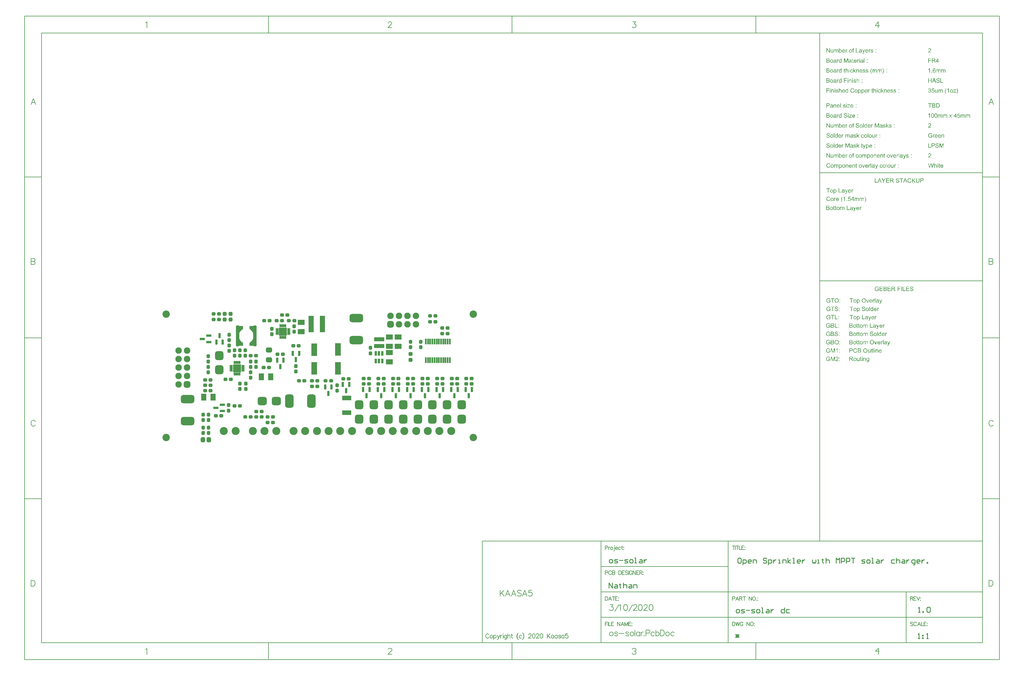
<source format=gts>
G04*
G04 #@! TF.GenerationSoftware,Altium Limited,Altium Designer,20.2.4 (192)*
G04*
G04 Layer_Color=8388736*
%FSLAX44Y44*%
%MOMM*%
G71*
G04*
G04 #@! TF.SameCoordinates,49635633-0EA2-4BDF-9D0A-EC2E79484443*
G04*
G04*
G04 #@! TF.FilePolarity,Negative*
G04*
G01*
G75*
%ADD10C,0.2000*%
%ADD12C,0.2540*%
%ADD20C,0.1270*%
%ADD21C,0.1778*%
%ADD22R,2.0532X1.6032*%
G04:AMPARAMS|DCode=23|XSize=1.0532mm|YSize=1.1032mm|CornerRadius=0.3141mm|HoleSize=0mm|Usage=FLASHONLY|Rotation=90.000|XOffset=0mm|YOffset=0mm|HoleType=Round|Shape=RoundedRectangle|*
%AMROUNDEDRECTD23*
21,1,1.0532,0.4750,0,0,90.0*
21,1,0.4250,1.1032,0,0,90.0*
1,1,0.6282,0.2375,0.2125*
1,1,0.6282,0.2375,-0.2125*
1,1,0.6282,-0.2375,-0.2125*
1,1,0.6282,-0.2375,0.2125*
%
%ADD23ROUNDEDRECTD23*%
%ADD24R,1.8032X3.7032*%
G04:AMPARAMS|DCode=25|XSize=1.1032mm|YSize=1.0532mm|CornerRadius=0.3141mm|HoleSize=0mm|Usage=FLASHONLY|Rotation=0.000|XOffset=0mm|YOffset=0mm|HoleType=Round|Shape=RoundedRectangle|*
%AMROUNDEDRECTD25*
21,1,1.1032,0.4250,0,0,0.0*
21,1,0.4750,1.0532,0,0,0.0*
1,1,0.6282,0.2375,-0.2125*
1,1,0.6282,-0.2375,-0.2125*
1,1,0.6282,-0.2375,0.2125*
1,1,0.6282,0.2375,0.2125*
%
%ADD25ROUNDEDRECTD25*%
G04:AMPARAMS|DCode=26|XSize=0.7032mm|YSize=1.6032mm|CornerRadius=0.2266mm|HoleSize=0mm|Usage=FLASHONLY|Rotation=0.000|XOffset=0mm|YOffset=0mm|HoleType=Round|Shape=RoundedRectangle|*
%AMROUNDEDRECTD26*
21,1,0.7032,1.1500,0,0,0.0*
21,1,0.2500,1.6032,0,0,0.0*
1,1,0.4532,0.1250,-0.5750*
1,1,0.4532,-0.1250,-0.5750*
1,1,0.4532,-0.1250,0.5750*
1,1,0.4532,0.1250,0.5750*
%
%ADD26ROUNDEDRECTD26*%
G04:AMPARAMS|DCode=27|XSize=1.0532mm|YSize=1.1032mm|CornerRadius=0.3141mm|HoleSize=0mm|Usage=FLASHONLY|Rotation=0.000|XOffset=0mm|YOffset=0mm|HoleType=Round|Shape=RoundedRectangle|*
%AMROUNDEDRECTD27*
21,1,1.0532,0.4750,0,0,0.0*
21,1,0.4250,1.1032,0,0,0.0*
1,1,0.6282,0.2125,-0.2375*
1,1,0.6282,-0.2125,-0.2375*
1,1,0.6282,-0.2125,0.2375*
1,1,0.6282,0.2125,0.2375*
%
%ADD27ROUNDEDRECTD27*%
%ADD28O,1.0032X0.4832*%
%ADD29O,0.4832X1.0032*%
%ADD30R,2.3432X2.3432*%
G04:AMPARAMS|DCode=31|XSize=1.1032mm|YSize=1.0532mm|CornerRadius=0.3141mm|HoleSize=0mm|Usage=FLASHONLY|Rotation=90.000|XOffset=0mm|YOffset=0mm|HoleType=Round|Shape=RoundedRectangle|*
%AMROUNDEDRECTD31*
21,1,1.1032,0.4250,0,0,90.0*
21,1,0.4750,1.0532,0,0,90.0*
1,1,0.6282,0.2125,0.2375*
1,1,0.6282,0.2125,-0.2375*
1,1,0.6282,-0.2125,-0.2375*
1,1,0.6282,-0.2125,0.2375*
%
%ADD31ROUNDEDRECTD31*%
G04:AMPARAMS|DCode=32|XSize=1.2532mm|YSize=1.1032mm|CornerRadius=0.3266mm|HoleSize=0mm|Usage=FLASHONLY|Rotation=90.000|XOffset=0mm|YOffset=0mm|HoleType=Round|Shape=RoundedRectangle|*
%AMROUNDEDRECTD32*
21,1,1.2532,0.4500,0,0,90.0*
21,1,0.6000,1.1032,0,0,90.0*
1,1,0.6532,0.2250,0.3000*
1,1,0.6532,0.2250,-0.3000*
1,1,0.6532,-0.2250,-0.3000*
1,1,0.6532,-0.2250,0.3000*
%
%ADD32ROUNDEDRECTD32*%
G04:AMPARAMS|DCode=33|XSize=6.2032mm|YSize=1.0033mm|CornerRadius=0.2016mm|HoleSize=0mm|Usage=FLASHONLY|Rotation=90.000|XOffset=0mm|YOffset=0mm|HoleType=Round|Shape=RoundedRectangle|*
%AMROUNDEDRECTD33*
21,1,6.2032,0.6001,0,0,90.0*
21,1,5.8000,1.0033,0,0,90.0*
1,1,0.4032,0.3000,2.9000*
1,1,0.4032,0.3000,-2.9000*
1,1,0.4032,-0.3000,-2.9000*
1,1,0.4032,-0.3000,2.9000*
%
%ADD33ROUNDEDRECTD33*%
G04:AMPARAMS|DCode=34|XSize=0.7032mm|YSize=1.6032mm|CornerRadius=0.2266mm|HoleSize=0mm|Usage=FLASHONLY|Rotation=270.000|XOffset=0mm|YOffset=0mm|HoleType=Round|Shape=RoundedRectangle|*
%AMROUNDEDRECTD34*
21,1,0.7032,1.1500,0,0,270.0*
21,1,0.2500,1.6032,0,0,270.0*
1,1,0.4532,-0.5750,-0.1250*
1,1,0.4532,-0.5750,0.1250*
1,1,0.4532,0.5750,0.1250*
1,1,0.4532,0.5750,-0.1250*
%
%ADD34ROUNDEDRECTD34*%
G04:AMPARAMS|DCode=35|XSize=2.5032mm|YSize=2.7032mm|CornerRadius=0.6766mm|HoleSize=0mm|Usage=FLASHONLY|Rotation=180.000|XOffset=0mm|YOffset=0mm|HoleType=Round|Shape=RoundedRectangle|*
%AMROUNDEDRECTD35*
21,1,2.5032,1.3500,0,0,180.0*
21,1,1.1500,2.7032,0,0,180.0*
1,1,1.3532,-0.5750,0.6750*
1,1,1.3532,0.5750,0.6750*
1,1,1.3532,0.5750,-0.6750*
1,1,1.3532,-0.5750,-0.6750*
%
%ADD35ROUNDEDRECTD35*%
%ADD36R,2.3432X2.3432*%
G04:AMPARAMS|DCode=37|XSize=4.0032mm|YSize=2.5032mm|CornerRadius=0.6766mm|HoleSize=0mm|Usage=FLASHONLY|Rotation=0.000|XOffset=0mm|YOffset=0mm|HoleType=Round|Shape=RoundedRectangle|*
%AMROUNDEDRECTD37*
21,1,4.0032,1.1500,0,0,0.0*
21,1,2.6500,2.5032,0,0,0.0*
1,1,1.3532,1.3250,-0.5750*
1,1,1.3532,-1.3250,-0.5750*
1,1,1.3532,-1.3250,0.5750*
1,1,1.3532,1.3250,0.5750*
%
%ADD37ROUNDEDRECTD37*%
%ADD38R,1.6032X2.0532*%
G04:AMPARAMS|DCode=39|XSize=1.5532mm|YSize=1.3032mm|CornerRadius=0.3766mm|HoleSize=0mm|Usage=FLASHONLY|Rotation=90.000|XOffset=0mm|YOffset=0mm|HoleType=Round|Shape=RoundedRectangle|*
%AMROUNDEDRECTD39*
21,1,1.5532,0.5500,0,0,90.0*
21,1,0.8000,1.3032,0,0,90.0*
1,1,0.7532,0.2750,0.4000*
1,1,0.7532,0.2750,-0.4000*
1,1,0.7532,-0.2750,-0.4000*
1,1,0.7532,-0.2750,0.4000*
%
%ADD39ROUNDEDRECTD39*%
G04:AMPARAMS|DCode=40|XSize=2.5032mm|YSize=2.7032mm|CornerRadius=0.6766mm|HoleSize=0mm|Usage=FLASHONLY|Rotation=270.000|XOffset=0mm|YOffset=0mm|HoleType=Round|Shape=RoundedRectangle|*
%AMROUNDEDRECTD40*
21,1,2.5032,1.3500,0,0,270.0*
21,1,1.1500,2.7032,0,0,270.0*
1,1,1.3532,-0.6750,-0.5750*
1,1,1.3532,-0.6750,0.5750*
1,1,1.3532,0.6750,0.5750*
1,1,1.3532,0.6750,-0.5750*
%
%ADD40ROUNDEDRECTD40*%
G04:AMPARAMS|DCode=41|XSize=1.9032mm|YSize=1.4532mm|CornerRadius=0.4141mm|HoleSize=0mm|Usage=FLASHONLY|Rotation=0.000|XOffset=0mm|YOffset=0mm|HoleType=Round|Shape=RoundedRectangle|*
%AMROUNDEDRECTD41*
21,1,1.9032,0.6250,0,0,0.0*
21,1,1.0750,1.4532,0,0,0.0*
1,1,0.8282,0.5375,-0.3125*
1,1,0.8282,-0.5375,-0.3125*
1,1,0.8282,-0.5375,0.3125*
1,1,0.8282,0.5375,0.3125*
%
%ADD41ROUNDEDRECTD41*%
G04:AMPARAMS|DCode=42|XSize=4.0032mm|YSize=2.5032mm|CornerRadius=0.6766mm|HoleSize=0mm|Usage=FLASHONLY|Rotation=270.000|XOffset=0mm|YOffset=0mm|HoleType=Round|Shape=RoundedRectangle|*
%AMROUNDEDRECTD42*
21,1,4.0032,1.1500,0,0,270.0*
21,1,2.6500,2.5032,0,0,270.0*
1,1,1.3532,-0.5750,-1.3250*
1,1,1.3532,-0.5750,1.3250*
1,1,1.3532,0.5750,1.3250*
1,1,1.3532,0.5750,-1.3250*
%
%ADD42ROUNDEDRECTD42*%
%ADD43R,2.8032X1.4032*%
%ADD44R,1.5032X4.9032*%
%ADD45R,0.6032X1.8032*%
G04:AMPARAMS|DCode=46|XSize=1.2532mm|YSize=1.1032mm|CornerRadius=0.3266mm|HoleSize=0mm|Usage=FLASHONLY|Rotation=0.000|XOffset=0mm|YOffset=0mm|HoleType=Round|Shape=RoundedRectangle|*
%AMROUNDEDRECTD46*
21,1,1.2532,0.4500,0,0,0.0*
21,1,0.6000,1.1032,0,0,0.0*
1,1,0.6532,0.3000,-0.2250*
1,1,0.6532,-0.3000,-0.2250*
1,1,0.6532,-0.3000,0.2250*
1,1,0.6532,0.3000,0.2250*
%
%ADD46ROUNDEDRECTD46*%
%ADD47R,0.8032X1.3532*%
%ADD48R,3.1032X1.2032*%
%ADD49C,2.4032*%
%ADD50C,1.9532*%
G04:AMPARAMS|DCode=51|XSize=1.9532mm|YSize=1.9532mm|CornerRadius=0.5391mm|HoleSize=0mm|Usage=FLASHONLY|Rotation=180.000|XOffset=0mm|YOffset=0mm|HoleType=Round|Shape=RoundedRectangle|*
%AMROUNDEDRECTD51*
21,1,1.9532,0.8750,0,0,180.0*
21,1,0.8750,1.9532,0,0,180.0*
1,1,1.0782,-0.4375,0.4375*
1,1,1.0782,0.4375,0.4375*
1,1,1.0782,0.4375,-0.4375*
1,1,1.0782,-0.4375,-0.4375*
%
%ADD51ROUNDEDRECTD51*%
G04:AMPARAMS|DCode=52|XSize=1.9532mm|YSize=1.9532mm|CornerRadius=0.5391mm|HoleSize=0mm|Usage=FLASHONLY|Rotation=270.000|XOffset=0mm|YOffset=0mm|HoleType=Round|Shape=RoundedRectangle|*
%AMROUNDEDRECTD52*
21,1,1.9532,0.8750,0,0,270.0*
21,1,0.8750,1.9532,0,0,270.0*
1,1,1.0782,-0.4375,-0.4375*
1,1,1.0782,-0.4375,0.4375*
1,1,1.0782,0.4375,0.4375*
1,1,1.0782,0.4375,-0.4375*
%
%ADD52ROUNDEDRECTD52*%
%ADD53C,2.2032*%
%ADD54C,0.8632*%
G36*
X2100266Y1207771D02*
X2100480Y1207752D01*
X2100734Y1207713D01*
X2101007Y1207674D01*
X2101299Y1207615D01*
X2101065Y1206250D01*
X2101046D01*
X2100987Y1206269D01*
X2100890Y1206289D01*
X2100773Y1206308D01*
X2100617D01*
X2100461Y1206328D01*
X2100129Y1206347D01*
X2100012D01*
X2099895Y1206328D01*
X2099739Y1206308D01*
X2099583Y1206269D01*
X2099407Y1206211D01*
X2099251Y1206133D01*
X2099115Y1206035D01*
X2099095Y1206016D01*
X2099076Y1205977D01*
X2099017Y1205899D01*
X2098978Y1205781D01*
X2098920Y1205626D01*
X2098861Y1205411D01*
X2098842Y1205177D01*
X2098822Y1204884D01*
Y1204045D01*
X2100636D01*
Y1202816D01*
X2098842D01*
Y1194760D01*
X2097262D01*
Y1202816D01*
X2095876D01*
Y1204045D01*
X2097262D01*
Y1205021D01*
Y1205040D01*
Y1205060D01*
Y1205177D01*
X2097281Y1205333D01*
Y1205547D01*
X2097301Y1205762D01*
X2097340Y1205996D01*
X2097379Y1206211D01*
X2097437Y1206406D01*
X2097457Y1206425D01*
X2097476Y1206503D01*
X2097535Y1206620D01*
X2097613Y1206757D01*
X2097730Y1206933D01*
X2097866Y1207088D01*
X2098022Y1207245D01*
X2098217Y1207401D01*
X2098237Y1207420D01*
X2098334Y1207459D01*
X2098452Y1207518D01*
X2098647Y1207596D01*
X2098861Y1207674D01*
X2099154Y1207732D01*
X2099466Y1207771D01*
X2099836Y1207791D01*
X2100090D01*
X2100266Y1207771D01*
D02*
G37*
G36*
X2149346Y1204240D02*
X2149560Y1204202D01*
X2149794Y1204123D01*
X2150067Y1204045D01*
X2150360Y1203909D01*
X2150672Y1203733D01*
X2150107Y1202290D01*
X2150087Y1202309D01*
X2150009Y1202348D01*
X2149892Y1202407D01*
X2149755Y1202465D01*
X2149580Y1202524D01*
X2149385Y1202582D01*
X2149170Y1202621D01*
X2148956Y1202641D01*
X2148878D01*
X2148780Y1202621D01*
X2148643Y1202602D01*
X2148507Y1202563D01*
X2148351Y1202504D01*
X2148195Y1202426D01*
X2148039Y1202329D01*
X2148019Y1202309D01*
X2147980Y1202270D01*
X2147902Y1202192D01*
X2147824Y1202095D01*
X2147727Y1201978D01*
X2147629Y1201822D01*
X2147551Y1201646D01*
X2147473Y1201451D01*
X2147454Y1201412D01*
X2147434Y1201314D01*
X2147395Y1201139D01*
X2147356Y1200905D01*
X2147298Y1200632D01*
X2147258Y1200320D01*
X2147239Y1199988D01*
X2147220Y1199617D01*
Y1194760D01*
X2145639D01*
Y1204045D01*
X2147063D01*
Y1202660D01*
X2147083Y1202680D01*
X2147161Y1202797D01*
X2147258Y1202972D01*
X2147375Y1203168D01*
X2147532Y1203382D01*
X2147707Y1203597D01*
X2147863Y1203792D01*
X2148039Y1203928D01*
X2148058Y1203948D01*
X2148117Y1203987D01*
X2148214Y1204026D01*
X2148351Y1204104D01*
X2148487Y1204162D01*
X2148663Y1204202D01*
X2148858Y1204240D01*
X2149053Y1204260D01*
X2149190D01*
X2149346Y1204240D01*
D02*
G37*
G36*
X2079725D02*
X2079939Y1204202D01*
X2080173Y1204123D01*
X2080446Y1204045D01*
X2080739Y1203909D01*
X2081051Y1203733D01*
X2080485Y1202290D01*
X2080466Y1202309D01*
X2080388Y1202348D01*
X2080271Y1202407D01*
X2080134Y1202465D01*
X2079959Y1202524D01*
X2079764Y1202582D01*
X2079549Y1202621D01*
X2079334Y1202641D01*
X2079256D01*
X2079159Y1202621D01*
X2079022Y1202602D01*
X2078886Y1202563D01*
X2078730Y1202504D01*
X2078574Y1202426D01*
X2078418Y1202329D01*
X2078398Y1202309D01*
X2078359Y1202270D01*
X2078281Y1202192D01*
X2078203Y1202095D01*
X2078105Y1201978D01*
X2078008Y1201822D01*
X2077930Y1201646D01*
X2077852Y1201451D01*
X2077832Y1201412D01*
X2077813Y1201314D01*
X2077774Y1201139D01*
X2077735Y1200905D01*
X2077676Y1200632D01*
X2077637Y1200320D01*
X2077618Y1199988D01*
X2077598Y1199617D01*
Y1194760D01*
X2076018D01*
Y1204045D01*
X2077442D01*
Y1202660D01*
X2077462Y1202680D01*
X2077540Y1202797D01*
X2077637Y1202972D01*
X2077754Y1203168D01*
X2077910Y1203382D01*
X2078086Y1203597D01*
X2078242Y1203792D01*
X2078418Y1203928D01*
X2078437Y1203948D01*
X2078496Y1203987D01*
X2078593Y1204026D01*
X2078730Y1204104D01*
X2078866Y1204162D01*
X2079042Y1204202D01*
X2079237Y1204240D01*
X2079432Y1204260D01*
X2079568D01*
X2079725Y1204240D01*
D02*
G37*
G36*
X2051185D02*
X2051303D01*
X2051439Y1204221D01*
X2051732Y1204162D01*
X2052083Y1204065D01*
X2052434Y1203928D01*
X2052766Y1203733D01*
X2053078Y1203480D01*
X2053117Y1203441D01*
X2053195Y1203343D01*
X2053312Y1203148D01*
X2053468Y1202895D01*
X2053604Y1202563D01*
X2053721Y1202173D01*
X2053799Y1201685D01*
X2053839Y1201412D01*
Y1201119D01*
Y1194760D01*
X2052258D01*
Y1200593D01*
Y1200612D01*
Y1200632D01*
Y1200749D01*
Y1200924D01*
X2052239Y1201119D01*
X2052200Y1201568D01*
X2052161Y1201783D01*
X2052102Y1201958D01*
Y1201978D01*
X2052063Y1202036D01*
X2052024Y1202114D01*
X2051966Y1202212D01*
X2051888Y1202309D01*
X2051790Y1202426D01*
X2051673Y1202543D01*
X2051537Y1202641D01*
X2051517Y1202660D01*
X2051459Y1202680D01*
X2051381Y1202719D01*
X2051283Y1202777D01*
X2051147Y1202816D01*
X2050971Y1202856D01*
X2050795Y1202875D01*
X2050600Y1202895D01*
X2050444D01*
X2050249Y1202856D01*
X2050035Y1202816D01*
X2049781Y1202738D01*
X2049508Y1202621D01*
X2049215Y1202446D01*
X2048962Y1202231D01*
X2048942Y1202192D01*
X2048864Y1202114D01*
X2048767Y1201958D01*
X2048650Y1201724D01*
X2048513Y1201431D01*
X2048416Y1201080D01*
X2048338Y1200651D01*
X2048318Y1200144D01*
Y1194760D01*
X2046738D01*
Y1200788D01*
Y1200807D01*
Y1200827D01*
Y1200885D01*
Y1200963D01*
X2046718Y1201158D01*
X2046699Y1201373D01*
X2046640Y1201646D01*
X2046582Y1201900D01*
X2046484Y1202153D01*
X2046348Y1202368D01*
X2046328Y1202387D01*
X2046270Y1202446D01*
X2046192Y1202543D01*
X2046055Y1202641D01*
X2045880Y1202719D01*
X2045665Y1202816D01*
X2045411Y1202875D01*
X2045099Y1202895D01*
X2044982D01*
X2044865Y1202875D01*
X2044690Y1202856D01*
X2044514Y1202816D01*
X2044299Y1202738D01*
X2044085Y1202660D01*
X2043870Y1202543D01*
X2043851Y1202524D01*
X2043773Y1202485D01*
X2043675Y1202387D01*
X2043558Y1202290D01*
X2043422Y1202134D01*
X2043285Y1201958D01*
X2043168Y1201743D01*
X2043051Y1201509D01*
X2043031Y1201470D01*
X2043012Y1201392D01*
X2042973Y1201236D01*
X2042934Y1201022D01*
X2042876Y1200749D01*
X2042836Y1200417D01*
X2042817Y1200027D01*
X2042797Y1199578D01*
Y1194760D01*
X2041217D01*
Y1204045D01*
X2042622D01*
Y1202738D01*
X2042641Y1202777D01*
X2042700Y1202856D01*
X2042797Y1202972D01*
X2042934Y1203129D01*
X2043090Y1203304D01*
X2043285Y1203480D01*
X2043519Y1203675D01*
X2043773Y1203831D01*
X2043812Y1203850D01*
X2043909Y1203889D01*
X2044065Y1203967D01*
X2044261Y1204045D01*
X2044514Y1204123D01*
X2044787Y1204202D01*
X2045119Y1204240D01*
X2045450Y1204260D01*
X2045626D01*
X2045821Y1204240D01*
X2046055Y1204202D01*
X2046309Y1204162D01*
X2046601Y1204084D01*
X2046874Y1203967D01*
X2047128Y1203831D01*
X2047167Y1203811D01*
X2047245Y1203753D01*
X2047362Y1203655D01*
X2047499Y1203519D01*
X2047655Y1203343D01*
X2047811Y1203148D01*
X2047947Y1202895D01*
X2048064Y1202621D01*
X2048084Y1202641D01*
X2048123Y1202699D01*
X2048181Y1202777D01*
X2048259Y1202875D01*
X2048376Y1203011D01*
X2048513Y1203148D01*
X2048669Y1203285D01*
X2048845Y1203441D01*
X2049040Y1203597D01*
X2049254Y1203733D01*
X2049762Y1204006D01*
X2050035Y1204104D01*
X2050327Y1204182D01*
X2050620Y1204240D01*
X2050951Y1204260D01*
X2051088D01*
X2051185Y1204240D01*
D02*
G37*
G36*
X2167761Y1202251D02*
X2165966D01*
Y1204045D01*
X2167761D01*
Y1202251D01*
D02*
G37*
G36*
X2155022Y1204240D02*
X2155276Y1204221D01*
X2155588Y1204182D01*
X2155900Y1204123D01*
X2156232Y1204045D01*
X2156544Y1203928D01*
X2156563D01*
X2156583Y1203909D01*
X2156680Y1203870D01*
X2156837Y1203792D01*
X2157012Y1203714D01*
X2157207Y1203577D01*
X2157422Y1203441D01*
X2157617Y1203265D01*
X2157773Y1203070D01*
X2157792Y1203051D01*
X2157831Y1202972D01*
X2157909Y1202856D01*
X2158007Y1202699D01*
X2158085Y1202504D01*
X2158183Y1202251D01*
X2158261Y1201978D01*
X2158339Y1201665D01*
X2156797Y1201451D01*
Y1201490D01*
X2156778Y1201568D01*
X2156739Y1201704D01*
X2156680Y1201861D01*
X2156602Y1202036D01*
X2156485Y1202212D01*
X2156349Y1202407D01*
X2156173Y1202563D01*
X2156154Y1202582D01*
X2156076Y1202621D01*
X2155959Y1202699D01*
X2155803Y1202777D01*
X2155608Y1202836D01*
X2155354Y1202914D01*
X2155081Y1202953D01*
X2154749Y1202972D01*
X2154574D01*
X2154379Y1202953D01*
X2154144Y1202934D01*
X2153891Y1202875D01*
X2153637Y1202816D01*
X2153384Y1202719D01*
X2153189Y1202602D01*
X2153169Y1202582D01*
X2153111Y1202543D01*
X2153052Y1202465D01*
X2152974Y1202368D01*
X2152877Y1202251D01*
X2152818Y1202095D01*
X2152760Y1201939D01*
X2152740Y1201763D01*
Y1201743D01*
Y1201704D01*
X2152760Y1201646D01*
Y1201568D01*
X2152818Y1201392D01*
X2152916Y1201197D01*
X2152935Y1201178D01*
X2152955Y1201158D01*
X2153072Y1201061D01*
X2153150Y1200983D01*
X2153247Y1200924D01*
X2153384Y1200846D01*
X2153520Y1200788D01*
X2153540D01*
X2153579Y1200768D01*
X2153657Y1200749D01*
X2153793Y1200710D01*
X2153969Y1200651D01*
X2154223Y1200573D01*
X2154535Y1200495D01*
X2154710Y1200437D01*
X2154925Y1200378D01*
X2154944D01*
X2155003Y1200359D01*
X2155081Y1200339D01*
X2155198Y1200300D01*
X2155334Y1200261D01*
X2155491Y1200222D01*
X2155842Y1200124D01*
X2156232Y1200007D01*
X2156622Y1199871D01*
X2156973Y1199754D01*
X2157129Y1199695D01*
X2157266Y1199637D01*
X2157305Y1199617D01*
X2157383Y1199578D01*
X2157500Y1199520D01*
X2157636Y1199442D01*
X2157812Y1199325D01*
X2157988Y1199169D01*
X2158143Y1199013D01*
X2158300Y1198818D01*
X2158319Y1198798D01*
X2158358Y1198720D01*
X2158417Y1198603D01*
X2158495Y1198447D01*
X2158573Y1198252D01*
X2158631Y1198018D01*
X2158670Y1197764D01*
X2158690Y1197471D01*
Y1197432D01*
Y1197335D01*
X2158670Y1197179D01*
X2158631Y1197003D01*
X2158573Y1196769D01*
X2158495Y1196516D01*
X2158378Y1196262D01*
X2158221Y1195989D01*
X2158202Y1195950D01*
X2158143Y1195872D01*
X2158026Y1195755D01*
X2157870Y1195599D01*
X2157695Y1195423D01*
X2157461Y1195248D01*
X2157188Y1195072D01*
X2156875Y1194916D01*
X2156837Y1194896D01*
X2156720Y1194857D01*
X2156544Y1194799D01*
X2156310Y1194741D01*
X2156017Y1194662D01*
X2155686Y1194604D01*
X2155315Y1194565D01*
X2154925Y1194545D01*
X2154749D01*
X2154632Y1194565D01*
X2154476D01*
X2154301Y1194584D01*
X2153891Y1194643D01*
X2153442Y1194721D01*
X2152994Y1194857D01*
X2152545Y1195033D01*
X2152350Y1195150D01*
X2152155Y1195287D01*
X2152135D01*
X2152116Y1195326D01*
X2151999Y1195423D01*
X2151843Y1195599D01*
X2151648Y1195852D01*
X2151452Y1196164D01*
X2151257Y1196555D01*
X2151082Y1197003D01*
X2150965Y1197530D01*
X2152525Y1197784D01*
Y1197764D01*
Y1197745D01*
X2152545Y1197627D01*
X2152603Y1197452D01*
X2152662Y1197237D01*
X2152760Y1197003D01*
X2152877Y1196769D01*
X2153052Y1196535D01*
X2153247Y1196320D01*
X2153267Y1196301D01*
X2153364Y1196243D01*
X2153501Y1196164D01*
X2153676Y1196087D01*
X2153930Y1195989D01*
X2154203Y1195911D01*
X2154554Y1195852D01*
X2154925Y1195833D01*
X2155100D01*
X2155296Y1195852D01*
X2155529Y1195891D01*
X2155803Y1195930D01*
X2156076Y1196008D01*
X2156329Y1196125D01*
X2156544Y1196262D01*
X2156563Y1196282D01*
X2156622Y1196340D01*
X2156720Y1196438D01*
X2156817Y1196555D01*
X2156895Y1196711D01*
X2156993Y1196906D01*
X2157051Y1197101D01*
X2157071Y1197315D01*
Y1197335D01*
Y1197413D01*
X2157051Y1197491D01*
X2157012Y1197627D01*
X2156954Y1197745D01*
X2156875Y1197901D01*
X2156759Y1198037D01*
X2156602Y1198154D01*
X2156583Y1198174D01*
X2156524Y1198193D01*
X2156427Y1198232D01*
X2156271Y1198310D01*
X2156056Y1198369D01*
X2155783Y1198466D01*
X2155608Y1198525D01*
X2155432Y1198564D01*
X2155217Y1198622D01*
X2154983Y1198681D01*
X2154964D01*
X2154905Y1198700D01*
X2154827Y1198720D01*
X2154710Y1198759D01*
X2154554Y1198798D01*
X2154398Y1198837D01*
X2154028Y1198954D01*
X2153637Y1199071D01*
X2153228Y1199188D01*
X2152857Y1199325D01*
X2152701Y1199383D01*
X2152565Y1199442D01*
X2152545Y1199461D01*
X2152447Y1199500D01*
X2152330Y1199578D01*
X2152194Y1199676D01*
X2152018Y1199793D01*
X2151862Y1199949D01*
X2151687Y1200124D01*
X2151550Y1200320D01*
X2151531Y1200339D01*
X2151492Y1200417D01*
X2151452Y1200534D01*
X2151394Y1200690D01*
X2151316Y1200866D01*
X2151277Y1201080D01*
X2151238Y1201314D01*
X2151219Y1201568D01*
Y1201588D01*
Y1201665D01*
X2151238Y1201802D01*
X2151257Y1201939D01*
X2151277Y1202114D01*
X2151335Y1202309D01*
X2151394Y1202524D01*
X2151492Y1202719D01*
X2151511Y1202738D01*
X2151550Y1202816D01*
X2151609Y1202914D01*
X2151706Y1203031D01*
X2151804Y1203168D01*
X2151940Y1203304D01*
X2152096Y1203460D01*
X2152272Y1203597D01*
X2152291Y1203616D01*
X2152350Y1203636D01*
X2152428Y1203694D01*
X2152545Y1203753D01*
X2152681Y1203831D01*
X2152857Y1203909D01*
X2153052Y1203987D01*
X2153267Y1204065D01*
X2153306D01*
X2153384Y1204104D01*
X2153501Y1204123D01*
X2153676Y1204162D01*
X2153891Y1204202D01*
X2154106Y1204221D01*
X2154359Y1204260D01*
X2154808D01*
X2155022Y1204240D01*
D02*
G37*
G36*
X2028635Y1194760D02*
X2026899D01*
X2020169Y1204826D01*
Y1194760D01*
X2018550D01*
Y1207576D01*
X2020267D01*
X2027016Y1197511D01*
Y1207576D01*
X2028635D01*
Y1194760D01*
D02*
G37*
G36*
X2130833Y1194604D02*
Y1194584D01*
X2130814Y1194545D01*
X2130775Y1194467D01*
X2130736Y1194350D01*
X2130697Y1194233D01*
X2130638Y1194097D01*
X2130521Y1193765D01*
X2130365Y1193414D01*
X2130229Y1193082D01*
X2130092Y1192751D01*
X2130014Y1192614D01*
X2129956Y1192497D01*
X2129936Y1192458D01*
X2129878Y1192380D01*
X2129800Y1192243D01*
X2129682Y1192068D01*
X2129526Y1191892D01*
X2129370Y1191697D01*
X2129175Y1191522D01*
X2128980Y1191366D01*
X2128961Y1191346D01*
X2128883Y1191307D01*
X2128766Y1191249D01*
X2128610Y1191190D01*
X2128434Y1191112D01*
X2128200Y1191054D01*
X2127966Y1191015D01*
X2127693Y1190995D01*
X2127615D01*
X2127517Y1191015D01*
X2127400D01*
X2127244Y1191034D01*
X2127068Y1191073D01*
X2126678Y1191190D01*
X2126503Y1192653D01*
X2126522D01*
X2126581Y1192634D01*
X2126678Y1192614D01*
X2126815Y1192575D01*
X2127088Y1192517D01*
X2127400Y1192497D01*
X2127498D01*
X2127576Y1192517D01*
X2127712D01*
X2127985Y1192575D01*
X2128122Y1192614D01*
X2128239Y1192673D01*
X2128259D01*
X2128297Y1192712D01*
X2128356Y1192751D01*
X2128414Y1192809D01*
X2128590Y1192965D01*
X2128766Y1193180D01*
Y1193199D01*
X2128785Y1193238D01*
X2128824Y1193297D01*
X2128883Y1193414D01*
X2128941Y1193570D01*
X2129019Y1193765D01*
X2129117Y1194038D01*
X2129234Y1194350D01*
X2129253Y1194370D01*
X2129273Y1194448D01*
X2129331Y1194565D01*
X2129390Y1194741D01*
X2125859Y1204045D01*
X2127537D01*
X2129468Y1198700D01*
Y1198681D01*
X2129487Y1198661D01*
X2129507Y1198603D01*
X2129526Y1198525D01*
X2129604Y1198310D01*
X2129702Y1198037D01*
X2129800Y1197725D01*
X2129917Y1197354D01*
X2130034Y1196964D01*
X2130151Y1196555D01*
Y1196574D01*
X2130170Y1196594D01*
Y1196652D01*
X2130209Y1196730D01*
X2130248Y1196945D01*
X2130326Y1197198D01*
X2130424Y1197511D01*
X2130541Y1197862D01*
X2130658Y1198232D01*
X2130794Y1198622D01*
X2132784Y1204045D01*
X2134345D01*
X2130833Y1194604D01*
D02*
G37*
G36*
X2038759Y1194760D02*
X2037355D01*
Y1196106D01*
X2037335Y1196087D01*
X2037296Y1196047D01*
X2037238Y1195969D01*
X2037160Y1195872D01*
X2037043Y1195735D01*
X2036906Y1195618D01*
X2036750Y1195462D01*
X2036575Y1195326D01*
X2036380Y1195189D01*
X2036165Y1195033D01*
X2035911Y1194916D01*
X2035658Y1194799D01*
X2035365Y1194682D01*
X2035073Y1194604D01*
X2034741Y1194565D01*
X2034409Y1194545D01*
X2034273D01*
X2034117Y1194565D01*
X2033902Y1194584D01*
X2033668Y1194623D01*
X2033414Y1194682D01*
X2033141Y1194760D01*
X2032868Y1194857D01*
X2032829Y1194877D01*
X2032751Y1194916D01*
X2032634Y1194975D01*
X2032478Y1195072D01*
X2032303Y1195189D01*
X2032127Y1195326D01*
X2031971Y1195462D01*
X2031815Y1195638D01*
X2031795Y1195657D01*
X2031756Y1195716D01*
X2031698Y1195833D01*
X2031639Y1195969D01*
X2031542Y1196145D01*
X2031464Y1196340D01*
X2031386Y1196555D01*
X2031327Y1196808D01*
Y1196828D01*
X2031308Y1196906D01*
Y1197003D01*
X2031288Y1197159D01*
X2031269Y1197374D01*
Y1197627D01*
X2031249Y1197920D01*
Y1198271D01*
Y1204045D01*
X2032829D01*
Y1198876D01*
Y1198857D01*
Y1198818D01*
Y1198759D01*
Y1198681D01*
Y1198466D01*
X2032849Y1198213D01*
Y1197940D01*
X2032868Y1197666D01*
X2032888Y1197413D01*
X2032907Y1197218D01*
Y1197198D01*
X2032946Y1197120D01*
X2032985Y1197003D01*
X2033044Y1196867D01*
X2033122Y1196711D01*
X2033239Y1196535D01*
X2033376Y1196379D01*
X2033531Y1196243D01*
X2033551Y1196223D01*
X2033629Y1196184D01*
X2033727Y1196125D01*
X2033863Y1196067D01*
X2034039Y1196008D01*
X2034234Y1195950D01*
X2034468Y1195911D01*
X2034722Y1195891D01*
X2034839D01*
X2034975Y1195911D01*
X2035151Y1195930D01*
X2035346Y1195969D01*
X2035560Y1196047D01*
X2035794Y1196125D01*
X2036028Y1196243D01*
X2036048Y1196262D01*
X2036126Y1196320D01*
X2036243Y1196399D01*
X2036380Y1196516D01*
X2036516Y1196652D01*
X2036672Y1196828D01*
X2036789Y1197023D01*
X2036906Y1197237D01*
X2036926Y1197276D01*
X2036945Y1197354D01*
X2036984Y1197491D01*
X2037043Y1197706D01*
X2037101Y1197959D01*
X2037140Y1198271D01*
X2037160Y1198642D01*
X2037179Y1199052D01*
Y1204045D01*
X2038759D01*
Y1194760D01*
D02*
G37*
G36*
X2328329Y1207615D02*
X2328485Y1207596D01*
X2328661Y1207576D01*
X2328856Y1207557D01*
X2329070Y1207498D01*
X2329539Y1207381D01*
X2330026Y1207206D01*
X2330280Y1207088D01*
X2330514Y1206952D01*
X2330729Y1206776D01*
X2330943Y1206601D01*
X2330963Y1206581D01*
X2330982Y1206562D01*
X2331041Y1206503D01*
X2331119Y1206425D01*
X2331197Y1206308D01*
X2331294Y1206191D01*
X2331489Y1205899D01*
X2331685Y1205528D01*
X2331860Y1205099D01*
X2331997Y1204611D01*
X2332016Y1204338D01*
X2332036Y1204065D01*
Y1204026D01*
Y1203928D01*
X2332016Y1203772D01*
X2331997Y1203577D01*
X2331958Y1203343D01*
X2331899Y1203090D01*
X2331821Y1202816D01*
X2331704Y1202543D01*
X2331685Y1202504D01*
X2331646Y1202407D01*
X2331567Y1202270D01*
X2331450Y1202075D01*
X2331314Y1201841D01*
X2331138Y1201568D01*
X2330904Y1201295D01*
X2330651Y1200983D01*
X2330612Y1200944D01*
X2330514Y1200827D01*
X2330338Y1200651D01*
X2330222Y1200534D01*
X2330085Y1200397D01*
X2329929Y1200241D01*
X2329734Y1200066D01*
X2329539Y1199890D01*
X2329324Y1199676D01*
X2329090Y1199461D01*
X2328817Y1199227D01*
X2328544Y1198993D01*
X2328232Y1198720D01*
X2328212Y1198700D01*
X2328173Y1198661D01*
X2328095Y1198603D01*
X2327998Y1198525D01*
X2327764Y1198330D01*
X2327471Y1198076D01*
X2327178Y1197803D01*
X2326866Y1197530D01*
X2326613Y1197296D01*
X2326515Y1197198D01*
X2326418Y1197101D01*
X2326398Y1197081D01*
X2326359Y1197023D01*
X2326281Y1196945D01*
X2326183Y1196828D01*
X2325969Y1196574D01*
X2325754Y1196262D01*
X2332055D01*
Y1194760D01*
X2323569D01*
Y1194780D01*
Y1194857D01*
Y1194975D01*
X2323589Y1195111D01*
X2323609Y1195267D01*
X2323628Y1195443D01*
X2323687Y1195638D01*
X2323745Y1195833D01*
Y1195852D01*
X2323765Y1195872D01*
X2323804Y1195989D01*
X2323882Y1196145D01*
X2323999Y1196379D01*
X2324135Y1196633D01*
X2324330Y1196925D01*
X2324525Y1197218D01*
X2324779Y1197530D01*
Y1197550D01*
X2324818Y1197569D01*
X2324915Y1197686D01*
X2325072Y1197862D01*
X2325306Y1198096D01*
X2325598Y1198369D01*
X2325949Y1198700D01*
X2326378Y1199071D01*
X2326847Y1199481D01*
X2326866Y1199500D01*
X2326944Y1199559D01*
X2327042Y1199637D01*
X2327178Y1199773D01*
X2327354Y1199910D01*
X2327549Y1200085D01*
X2327978Y1200456D01*
X2328446Y1200905D01*
X2328914Y1201353D01*
X2329149Y1201568D01*
X2329344Y1201783D01*
X2329519Y1201997D01*
X2329675Y1202192D01*
Y1202212D01*
X2329714Y1202231D01*
X2329753Y1202290D01*
X2329792Y1202368D01*
X2329909Y1202563D01*
X2330046Y1202816D01*
X2330182Y1203109D01*
X2330300Y1203421D01*
X2330378Y1203772D01*
X2330417Y1204104D01*
Y1204123D01*
Y1204143D01*
X2330397Y1204260D01*
X2330378Y1204436D01*
X2330338Y1204650D01*
X2330241Y1204904D01*
X2330124Y1205157D01*
X2329968Y1205430D01*
X2329734Y1205684D01*
X2329695Y1205704D01*
X2329617Y1205781D01*
X2329461Y1205879D01*
X2329266Y1206016D01*
X2329012Y1206133D01*
X2328719Y1206230D01*
X2328368Y1206308D01*
X2327978Y1206328D01*
X2327861D01*
X2327783Y1206308D01*
X2327588Y1206289D01*
X2327334Y1206250D01*
X2327042Y1206152D01*
X2326730Y1206035D01*
X2326437Y1205860D01*
X2326164Y1205626D01*
X2326144Y1205586D01*
X2326066Y1205508D01*
X2325949Y1205352D01*
X2325832Y1205138D01*
X2325696Y1204865D01*
X2325598Y1204553D01*
X2325520Y1204182D01*
X2325481Y1203753D01*
X2323862Y1203928D01*
Y1203948D01*
Y1204006D01*
X2323882Y1204104D01*
X2323901Y1204221D01*
X2323940Y1204377D01*
X2323960Y1204553D01*
X2324077Y1204943D01*
X2324233Y1205391D01*
X2324447Y1205840D01*
X2324740Y1206289D01*
X2324896Y1206484D01*
X2325091Y1206679D01*
X2325111Y1206698D01*
X2325150Y1206718D01*
X2325208Y1206776D01*
X2325286Y1206835D01*
X2325403Y1206893D01*
X2325540Y1206991D01*
X2325696Y1207069D01*
X2325871Y1207167D01*
X2326066Y1207245D01*
X2326281Y1207342D01*
X2326535Y1207420D01*
X2326788Y1207479D01*
X2327373Y1207596D01*
X2327686Y1207615D01*
X2328017Y1207635D01*
X2328193D01*
X2328329Y1207615D01*
D02*
G37*
G36*
X2167761Y1194760D02*
X2165966D01*
Y1196555D01*
X2167761D01*
Y1194760D01*
D02*
G37*
G36*
X2121119Y1204240D02*
X2121392Y1204221D01*
X2121704Y1204182D01*
X2122036Y1204143D01*
X2122348Y1204065D01*
X2122640Y1203967D01*
X2122679Y1203948D01*
X2122758Y1203928D01*
X2122894Y1203850D01*
X2123050Y1203772D01*
X2123226Y1203675D01*
X2123421Y1203558D01*
X2123577Y1203421D01*
X2123733Y1203265D01*
X2123752Y1203246D01*
X2123791Y1203187D01*
X2123850Y1203109D01*
X2123928Y1202972D01*
X2124006Y1202816D01*
X2124084Y1202641D01*
X2124162Y1202426D01*
X2124220Y1202192D01*
Y1202173D01*
X2124240Y1202114D01*
X2124259Y1202017D01*
X2124279Y1201861D01*
Y1201665D01*
X2124299Y1201412D01*
X2124318Y1201119D01*
Y1200749D01*
Y1198642D01*
Y1198622D01*
Y1198544D01*
Y1198427D01*
Y1198291D01*
Y1198115D01*
Y1197920D01*
X2124337Y1197471D01*
Y1196984D01*
X2124357Y1196535D01*
X2124377Y1196320D01*
Y1196145D01*
X2124396Y1195989D01*
X2124416Y1195852D01*
Y1195833D01*
X2124435Y1195755D01*
X2124455Y1195638D01*
X2124494Y1195501D01*
X2124552Y1195345D01*
X2124630Y1195150D01*
X2124806Y1194760D01*
X2123167D01*
X2123148Y1194780D01*
X2123128Y1194838D01*
X2123089Y1194955D01*
X2123031Y1195092D01*
X2122972Y1195267D01*
X2122933Y1195462D01*
X2122894Y1195677D01*
X2122855Y1195930D01*
X2122816Y1195891D01*
X2122699Y1195813D01*
X2122543Y1195677D01*
X2122309Y1195521D01*
X2122055Y1195326D01*
X2121763Y1195150D01*
X2121470Y1194994D01*
X2121158Y1194857D01*
X2121119Y1194838D01*
X2121021Y1194818D01*
X2120865Y1194760D01*
X2120651Y1194701D01*
X2120378Y1194643D01*
X2120085Y1194604D01*
X2119773Y1194565D01*
X2119422Y1194545D01*
X2119285D01*
X2119168Y1194565D01*
X2119051D01*
X2118895Y1194584D01*
X2118563Y1194643D01*
X2118173Y1194721D01*
X2117803Y1194857D01*
X2117413Y1195033D01*
X2117081Y1195287D01*
X2117042Y1195326D01*
X2116944Y1195423D01*
X2116827Y1195579D01*
X2116671Y1195813D01*
X2116515Y1196087D01*
X2116398Y1196399D01*
X2116301Y1196789D01*
X2116262Y1197198D01*
Y1197237D01*
Y1197315D01*
X2116281Y1197452D01*
X2116301Y1197608D01*
X2116340Y1197803D01*
X2116379Y1198018D01*
X2116457Y1198232D01*
X2116554Y1198447D01*
X2116574Y1198466D01*
X2116613Y1198544D01*
X2116671Y1198642D01*
X2116769Y1198779D01*
X2116886Y1198915D01*
X2117042Y1199071D01*
X2117198Y1199208D01*
X2117374Y1199344D01*
X2117393Y1199364D01*
X2117471Y1199403D01*
X2117569Y1199461D01*
X2117705Y1199539D01*
X2117881Y1199637D01*
X2118056Y1199715D01*
X2118271Y1199793D01*
X2118505Y1199871D01*
X2118524D01*
X2118602Y1199890D01*
X2118700Y1199910D01*
X2118856Y1199949D01*
X2119051Y1199988D01*
X2119305Y1200027D01*
X2119578Y1200066D01*
X2119909Y1200105D01*
X2119929D01*
X2119987Y1200124D01*
X2120085D01*
X2120222Y1200144D01*
X2120378Y1200163D01*
X2120553Y1200183D01*
X2120982Y1200261D01*
X2121431Y1200339D01*
X2121899Y1200417D01*
X2122348Y1200534D01*
X2122543Y1200593D01*
X2122718Y1200651D01*
Y1200671D01*
Y1200710D01*
X2122738Y1200827D01*
Y1200963D01*
Y1201022D01*
Y1201061D01*
Y1201080D01*
Y1201100D01*
Y1201217D01*
X2122718Y1201392D01*
X2122679Y1201588D01*
X2122621Y1201802D01*
X2122543Y1202036D01*
X2122445Y1202231D01*
X2122289Y1202407D01*
X2122270Y1202426D01*
X2122172Y1202485D01*
X2122036Y1202582D01*
X2121841Y1202680D01*
X2121587Y1202777D01*
X2121275Y1202875D01*
X2120904Y1202934D01*
X2120495Y1202953D01*
X2120319D01*
X2120124Y1202934D01*
X2119870Y1202914D01*
X2119597Y1202856D01*
X2119344Y1202797D01*
X2119071Y1202699D01*
X2118856Y1202563D01*
X2118837Y1202543D01*
X2118778Y1202485D01*
X2118680Y1202387D01*
X2118563Y1202251D01*
X2118427Y1202056D01*
X2118310Y1201822D01*
X2118173Y1201529D01*
X2118076Y1201197D01*
X2116535Y1201412D01*
Y1201431D01*
X2116554Y1201451D01*
X2116574Y1201568D01*
X2116632Y1201743D01*
X2116691Y1201978D01*
X2116788Y1202231D01*
X2116905Y1202485D01*
X2117042Y1202758D01*
X2117217Y1202992D01*
X2117237Y1203011D01*
X2117315Y1203090D01*
X2117413Y1203207D01*
X2117569Y1203343D01*
X2117764Y1203480D01*
X2118017Y1203636D01*
X2118290Y1203792D01*
X2118602Y1203928D01*
X2118622D01*
X2118641Y1203948D01*
X2118700Y1203967D01*
X2118759Y1203987D01*
X2118954Y1204026D01*
X2119207Y1204104D01*
X2119519Y1204162D01*
X2119870Y1204202D01*
X2120280Y1204240D01*
X2120709Y1204260D01*
X2120904D01*
X2121119Y1204240D01*
D02*
G37*
G36*
X2108673Y1196262D02*
X2114974D01*
Y1194760D01*
X2106976D01*
Y1207576D01*
X2108673D01*
Y1196262D01*
D02*
G37*
G36*
X2139807Y1204240D02*
X2139963Y1204221D01*
X2140158Y1204202D01*
X2140353Y1204162D01*
X2140587Y1204104D01*
X2141055Y1203948D01*
X2141309Y1203850D01*
X2141562Y1203714D01*
X2141816Y1203577D01*
X2142070Y1203402D01*
X2142304Y1203207D01*
X2142538Y1202972D01*
X2142557Y1202953D01*
X2142596Y1202914D01*
X2142655Y1202836D01*
X2142733Y1202738D01*
X2142811Y1202602D01*
X2142908Y1202446D01*
X2143025Y1202270D01*
X2143143Y1202056D01*
X2143240Y1201802D01*
X2143357Y1201548D01*
X2143455Y1201256D01*
X2143552Y1200924D01*
X2143611Y1200593D01*
X2143669Y1200222D01*
X2143708Y1199832D01*
X2143728Y1199403D01*
Y1199383D01*
Y1199305D01*
Y1199169D01*
X2143708Y1198993D01*
X2136803D01*
Y1198973D01*
Y1198934D01*
X2136822Y1198837D01*
Y1198739D01*
X2136842Y1198603D01*
X2136861Y1198466D01*
X2136939Y1198115D01*
X2137056Y1197745D01*
X2137193Y1197354D01*
X2137407Y1196964D01*
X2137661Y1196633D01*
X2137700Y1196594D01*
X2137798Y1196516D01*
X2137973Y1196379D01*
X2138188Y1196243D01*
X2138480Y1196087D01*
X2138812Y1195950D01*
X2139182Y1195872D01*
X2139592Y1195833D01*
X2139748D01*
X2139904Y1195852D01*
X2140099Y1195891D01*
X2140333Y1195950D01*
X2140587Y1196028D01*
X2140841Y1196125D01*
X2141075Y1196282D01*
X2141094Y1196301D01*
X2141172Y1196379D01*
X2141289Y1196477D01*
X2141426Y1196652D01*
X2141582Y1196847D01*
X2141738Y1197101D01*
X2141894Y1197413D01*
X2142050Y1197764D01*
X2143669Y1197550D01*
Y1197530D01*
X2143650Y1197491D01*
X2143630Y1197413D01*
X2143591Y1197315D01*
X2143552Y1197198D01*
X2143494Y1197062D01*
X2143338Y1196730D01*
X2143143Y1196379D01*
X2142908Y1196008D01*
X2142596Y1195638D01*
X2142245Y1195326D01*
X2142226D01*
X2142206Y1195287D01*
X2142148Y1195248D01*
X2142050Y1195209D01*
X2141953Y1195150D01*
X2141835Y1195072D01*
X2141699Y1195014D01*
X2141523Y1194936D01*
X2141153Y1194799D01*
X2140685Y1194662D01*
X2140177Y1194584D01*
X2139592Y1194545D01*
X2139397D01*
X2139261Y1194565D01*
X2139085Y1194584D01*
X2138890Y1194604D01*
X2138675Y1194643D01*
X2138422Y1194701D01*
X2137914Y1194857D01*
X2137641Y1194955D01*
X2137388Y1195072D01*
X2137115Y1195209D01*
X2136861Y1195384D01*
X2136608Y1195579D01*
X2136373Y1195794D01*
X2136354Y1195813D01*
X2136315Y1195852D01*
X2136256Y1195930D01*
X2136198Y1196028D01*
X2136100Y1196145D01*
X2136003Y1196301D01*
X2135886Y1196496D01*
X2135788Y1196711D01*
X2135671Y1196945D01*
X2135554Y1197198D01*
X2135457Y1197491D01*
X2135379Y1197803D01*
X2135301Y1198135D01*
X2135242Y1198505D01*
X2135203Y1198895D01*
X2135184Y1199305D01*
Y1199325D01*
Y1199403D01*
Y1199539D01*
X2135203Y1199695D01*
X2135223Y1199890D01*
X2135242Y1200124D01*
X2135281Y1200378D01*
X2135340Y1200651D01*
X2135476Y1201236D01*
X2135574Y1201529D01*
X2135691Y1201841D01*
X2135827Y1202134D01*
X2135983Y1202426D01*
X2136159Y1202699D01*
X2136373Y1202953D01*
X2136393Y1202972D01*
X2136432Y1203011D01*
X2136490Y1203070D01*
X2136588Y1203168D01*
X2136705Y1203265D01*
X2136861Y1203363D01*
X2137017Y1203480D01*
X2137212Y1203616D01*
X2137427Y1203733D01*
X2137661Y1203850D01*
X2137914Y1203948D01*
X2138207Y1204065D01*
X2138500Y1204143D01*
X2138812Y1204202D01*
X2139144Y1204240D01*
X2139495Y1204260D01*
X2139670D01*
X2139807Y1204240D01*
D02*
G37*
G36*
X2091019D02*
X2091195Y1204221D01*
X2091370Y1204202D01*
X2091585Y1204162D01*
X2091819Y1204104D01*
X2092307Y1203948D01*
X2092560Y1203850D01*
X2092833Y1203733D01*
X2093087Y1203577D01*
X2093341Y1203402D01*
X2093594Y1203207D01*
X2093828Y1202992D01*
X2093848Y1202972D01*
X2093887Y1202934D01*
X2093945Y1202856D01*
X2094023Y1202758D01*
X2094121Y1202641D01*
X2094218Y1202485D01*
X2094335Y1202290D01*
X2094453Y1202095D01*
X2094550Y1201861D01*
X2094667Y1201588D01*
X2094765Y1201314D01*
X2094862Y1201002D01*
X2094940Y1200671D01*
X2094999Y1200300D01*
X2095038Y1199929D01*
X2095057Y1199520D01*
Y1199500D01*
Y1199442D01*
Y1199344D01*
Y1199227D01*
X2095038Y1199071D01*
Y1198895D01*
X2095018Y1198700D01*
X2094999Y1198486D01*
X2094921Y1198037D01*
X2094823Y1197569D01*
X2094687Y1197101D01*
X2094511Y1196691D01*
Y1196672D01*
X2094491Y1196652D01*
X2094413Y1196516D01*
X2094277Y1196340D01*
X2094101Y1196106D01*
X2093887Y1195852D01*
X2093614Y1195599D01*
X2093302Y1195345D01*
X2092931Y1195111D01*
X2092911D01*
X2092892Y1195092D01*
X2092833Y1195053D01*
X2092755Y1195033D01*
X2092541Y1194936D01*
X2092268Y1194838D01*
X2091936Y1194721D01*
X2091565Y1194643D01*
X2091156Y1194565D01*
X2090707Y1194545D01*
X2090512D01*
X2090376Y1194565D01*
X2090219Y1194584D01*
X2090024Y1194604D01*
X2089810Y1194643D01*
X2089576Y1194701D01*
X2089088Y1194857D01*
X2088815Y1194955D01*
X2088561Y1195072D01*
X2088288Y1195209D01*
X2088035Y1195384D01*
X2087781Y1195579D01*
X2087547Y1195794D01*
X2087527Y1195813D01*
X2087488Y1195852D01*
X2087430Y1195930D01*
X2087371Y1196028D01*
X2087274Y1196164D01*
X2087176Y1196320D01*
X2087059Y1196496D01*
X2086962Y1196711D01*
X2086845Y1196964D01*
X2086728Y1197218D01*
X2086630Y1197530D01*
X2086552Y1197842D01*
X2086474Y1198193D01*
X2086416Y1198564D01*
X2086376Y1198973D01*
X2086357Y1199403D01*
Y1199442D01*
Y1199520D01*
X2086376Y1199656D01*
Y1199832D01*
X2086396Y1200046D01*
X2086435Y1200281D01*
X2086474Y1200554D01*
X2086533Y1200846D01*
X2086611Y1201158D01*
X2086708Y1201470D01*
X2086825Y1201783D01*
X2086962Y1202095D01*
X2087118Y1202407D01*
X2087313Y1202699D01*
X2087527Y1202972D01*
X2087781Y1203226D01*
X2087800Y1203246D01*
X2087840Y1203265D01*
X2087898Y1203324D01*
X2087996Y1203382D01*
X2088113Y1203460D01*
X2088249Y1203558D01*
X2088405Y1203655D01*
X2088600Y1203753D01*
X2088795Y1203831D01*
X2089010Y1203928D01*
X2089517Y1204104D01*
X2090083Y1204221D01*
X2090395Y1204240D01*
X2090707Y1204260D01*
X2090883D01*
X2091019Y1204240D01*
D02*
G37*
G36*
X2070186D02*
X2070342Y1204221D01*
X2070537Y1204202D01*
X2070732Y1204162D01*
X2070966Y1204104D01*
X2071434Y1203948D01*
X2071688Y1203850D01*
X2071941Y1203714D01*
X2072195Y1203577D01*
X2072448Y1203402D01*
X2072682Y1203207D01*
X2072917Y1202972D01*
X2072936Y1202953D01*
X2072975Y1202914D01*
X2073034Y1202836D01*
X2073112Y1202738D01*
X2073190Y1202602D01*
X2073287Y1202446D01*
X2073404Y1202270D01*
X2073521Y1202056D01*
X2073619Y1201802D01*
X2073736Y1201548D01*
X2073833Y1201256D01*
X2073931Y1200924D01*
X2073990Y1200593D01*
X2074048Y1200222D01*
X2074087Y1199832D01*
X2074106Y1199403D01*
Y1199383D01*
Y1199305D01*
Y1199169D01*
X2074087Y1198993D01*
X2067181D01*
Y1198973D01*
Y1198934D01*
X2067201Y1198837D01*
Y1198739D01*
X2067220Y1198603D01*
X2067240Y1198466D01*
X2067318Y1198115D01*
X2067435Y1197745D01*
X2067572Y1197354D01*
X2067786Y1196964D01*
X2068040Y1196633D01*
X2068079Y1196594D01*
X2068176Y1196516D01*
X2068352Y1196379D01*
X2068566Y1196243D01*
X2068859Y1196087D01*
X2069191Y1195950D01*
X2069561Y1195872D01*
X2069971Y1195833D01*
X2070127D01*
X2070283Y1195852D01*
X2070478Y1195891D01*
X2070712Y1195950D01*
X2070966Y1196028D01*
X2071219Y1196125D01*
X2071454Y1196282D01*
X2071473Y1196301D01*
X2071551Y1196379D01*
X2071668Y1196477D01*
X2071805Y1196652D01*
X2071961Y1196847D01*
X2072117Y1197101D01*
X2072273Y1197413D01*
X2072429Y1197764D01*
X2074048Y1197550D01*
Y1197530D01*
X2074028Y1197491D01*
X2074009Y1197413D01*
X2073970Y1197315D01*
X2073931Y1197198D01*
X2073872Y1197062D01*
X2073716Y1196730D01*
X2073521Y1196379D01*
X2073287Y1196008D01*
X2072975Y1195638D01*
X2072624Y1195326D01*
X2072604D01*
X2072585Y1195287D01*
X2072526Y1195248D01*
X2072429Y1195209D01*
X2072331Y1195150D01*
X2072214Y1195072D01*
X2072078Y1195014D01*
X2071902Y1194936D01*
X2071532Y1194799D01*
X2071063Y1194662D01*
X2070556Y1194584D01*
X2069971Y1194545D01*
X2069776D01*
X2069639Y1194565D01*
X2069464Y1194584D01*
X2069269Y1194604D01*
X2069054Y1194643D01*
X2068801Y1194701D01*
X2068293Y1194857D01*
X2068020Y1194955D01*
X2067767Y1195072D01*
X2067494Y1195209D01*
X2067240Y1195384D01*
X2066986Y1195579D01*
X2066752Y1195794D01*
X2066733Y1195813D01*
X2066694Y1195852D01*
X2066635Y1195930D01*
X2066577Y1196028D01*
X2066479Y1196145D01*
X2066382Y1196301D01*
X2066265Y1196496D01*
X2066167Y1196711D01*
X2066050Y1196945D01*
X2065933Y1197198D01*
X2065835Y1197491D01*
X2065757Y1197803D01*
X2065679Y1198135D01*
X2065621Y1198505D01*
X2065582Y1198895D01*
X2065562Y1199305D01*
Y1199325D01*
Y1199403D01*
Y1199539D01*
X2065582Y1199695D01*
X2065601Y1199890D01*
X2065621Y1200124D01*
X2065660Y1200378D01*
X2065718Y1200651D01*
X2065855Y1201236D01*
X2065952Y1201529D01*
X2066069Y1201841D01*
X2066206Y1202134D01*
X2066362Y1202426D01*
X2066538Y1202699D01*
X2066752Y1202953D01*
X2066772Y1202972D01*
X2066811Y1203011D01*
X2066869Y1203070D01*
X2066967Y1203168D01*
X2067084Y1203265D01*
X2067240Y1203363D01*
X2067396Y1203480D01*
X2067591Y1203616D01*
X2067806Y1203733D01*
X2068040Y1203850D01*
X2068293Y1203948D01*
X2068586Y1204065D01*
X2068879Y1204143D01*
X2069191Y1204202D01*
X2069522Y1204240D01*
X2069873Y1204260D01*
X2070049D01*
X2070186Y1204240D01*
D02*
G37*
G36*
X2057681Y1203011D02*
X2057701Y1203031D01*
X2057720Y1203070D01*
X2057779Y1203129D01*
X2057857Y1203207D01*
X2057955Y1203304D01*
X2058072Y1203402D01*
X2058364Y1203636D01*
X2058715Y1203870D01*
X2059164Y1204065D01*
X2059398Y1204143D01*
X2059652Y1204202D01*
X2059925Y1204240D01*
X2060198Y1204260D01*
X2060354D01*
X2060510Y1204240D01*
X2060725Y1204221D01*
X2060978Y1204182D01*
X2061251Y1204104D01*
X2061524Y1204026D01*
X2061817Y1203909D01*
X2061856Y1203889D01*
X2061953Y1203850D01*
X2062090Y1203772D01*
X2062266Y1203655D01*
X2062461Y1203519D01*
X2062656Y1203343D01*
X2062870Y1203148D01*
X2063065Y1202934D01*
X2063085Y1202914D01*
X2063143Y1202816D01*
X2063241Y1202680D01*
X2063358Y1202504D01*
X2063475Y1202290D01*
X2063612Y1202036D01*
X2063729Y1201743D01*
X2063846Y1201412D01*
X2063865Y1201373D01*
X2063885Y1201256D01*
X2063943Y1201080D01*
X2064002Y1200846D01*
X2064041Y1200573D01*
X2064099Y1200261D01*
X2064119Y1199910D01*
X2064138Y1199539D01*
Y1199520D01*
Y1199442D01*
Y1199305D01*
X2064119Y1199149D01*
X2064099Y1198934D01*
X2064080Y1198720D01*
X2064041Y1198447D01*
X2063982Y1198174D01*
X2063846Y1197589D01*
X2063748Y1197276D01*
X2063631Y1196964D01*
X2063495Y1196652D01*
X2063338Y1196360D01*
X2063163Y1196087D01*
X2062948Y1195833D01*
X2062929Y1195813D01*
X2062890Y1195774D01*
X2062831Y1195716D01*
X2062734Y1195638D01*
X2062636Y1195540D01*
X2062500Y1195423D01*
X2062344Y1195306D01*
X2062149Y1195189D01*
X2061739Y1194955D01*
X2061271Y1194741D01*
X2060998Y1194662D01*
X2060725Y1194604D01*
X2060432Y1194565D01*
X2060120Y1194545D01*
X2059964D01*
X2059847Y1194565D01*
X2059710Y1194584D01*
X2059554Y1194623D01*
X2059184Y1194721D01*
X2058988Y1194780D01*
X2058774Y1194877D01*
X2058559Y1194994D01*
X2058345Y1195131D01*
X2058150Y1195287D01*
X2057935Y1195462D01*
X2057740Y1195677D01*
X2057564Y1195911D01*
Y1194760D01*
X2056101D01*
Y1207576D01*
X2057681D01*
Y1203011D01*
D02*
G37*
G36*
X2118446Y1175781D02*
X2116866D01*
Y1177576D01*
X2118446D01*
Y1175781D01*
D02*
G37*
G36*
X2063670Y1164760D02*
X2062207D01*
Y1165911D01*
X2062188Y1165891D01*
X2062168Y1165852D01*
X2062110Y1165794D01*
X2062032Y1165696D01*
X2061953Y1165599D01*
X2061837Y1165482D01*
X2061700Y1165365D01*
X2061544Y1165228D01*
X2061368Y1165111D01*
X2061173Y1164975D01*
X2060959Y1164857D01*
X2060744Y1164760D01*
X2060491Y1164662D01*
X2060217Y1164604D01*
X2059925Y1164565D01*
X2059613Y1164545D01*
X2059496D01*
X2059418Y1164565D01*
X2059203Y1164584D01*
X2058949Y1164623D01*
X2058618Y1164702D01*
X2058286Y1164799D01*
X2057915Y1164955D01*
X2057564Y1165150D01*
X2057545D01*
X2057525Y1165170D01*
X2057408Y1165267D01*
X2057252Y1165404D01*
X2057038Y1165599D01*
X2056823Y1165833D01*
X2056570Y1166125D01*
X2056355Y1166457D01*
X2056140Y1166847D01*
Y1166867D01*
X2056121Y1166906D01*
X2056101Y1166964D01*
X2056062Y1167042D01*
X2056023Y1167140D01*
X2055984Y1167276D01*
X2055887Y1167589D01*
X2055789Y1167959D01*
X2055711Y1168388D01*
X2055653Y1168857D01*
X2055633Y1169383D01*
Y1169403D01*
Y1169442D01*
Y1169520D01*
Y1169617D01*
X2055653Y1169734D01*
Y1169890D01*
X2055692Y1170222D01*
X2055750Y1170612D01*
X2055828Y1171022D01*
X2055926Y1171470D01*
X2056082Y1171900D01*
Y1171919D01*
X2056101Y1171958D01*
X2056140Y1172017D01*
X2056179Y1172095D01*
X2056277Y1172290D01*
X2056433Y1172543D01*
X2056628Y1172836D01*
X2056862Y1173129D01*
X2057135Y1173402D01*
X2057467Y1173655D01*
X2057486D01*
X2057506Y1173675D01*
X2057623Y1173753D01*
X2057818Y1173850D01*
X2058072Y1173967D01*
X2058384Y1174065D01*
X2058735Y1174162D01*
X2059125Y1174240D01*
X2059535Y1174260D01*
X2059671D01*
X2059827Y1174240D01*
X2060042Y1174221D01*
X2060256Y1174162D01*
X2060510Y1174104D01*
X2060764Y1174006D01*
X2061017Y1173889D01*
X2061056Y1173870D01*
X2061134Y1173831D01*
X2061251Y1173753D01*
X2061407Y1173636D01*
X2061563Y1173519D01*
X2061758Y1173363D01*
X2061934Y1173168D01*
X2062090Y1172972D01*
Y1177576D01*
X2063670D01*
Y1164760D01*
D02*
G37*
G36*
X2114603Y1174240D02*
X2114818Y1174202D01*
X2115052Y1174123D01*
X2115325Y1174045D01*
X2115618Y1173909D01*
X2115930Y1173733D01*
X2115364Y1172290D01*
X2115345Y1172309D01*
X2115267Y1172348D01*
X2115150Y1172407D01*
X2115013Y1172465D01*
X2114837Y1172524D01*
X2114642Y1172582D01*
X2114428Y1172621D01*
X2114213Y1172641D01*
X2114135D01*
X2114038Y1172621D01*
X2113901Y1172602D01*
X2113765Y1172563D01*
X2113609Y1172504D01*
X2113452Y1172426D01*
X2113297Y1172329D01*
X2113277Y1172309D01*
X2113238Y1172270D01*
X2113160Y1172192D01*
X2113082Y1172095D01*
X2112984Y1171978D01*
X2112887Y1171822D01*
X2112809Y1171646D01*
X2112731Y1171451D01*
X2112711Y1171412D01*
X2112692Y1171314D01*
X2112653Y1171139D01*
X2112614Y1170905D01*
X2112555Y1170632D01*
X2112516Y1170320D01*
X2112497Y1169988D01*
X2112477Y1169617D01*
Y1164760D01*
X2110897D01*
Y1174045D01*
X2112321D01*
Y1172660D01*
X2112341Y1172680D01*
X2112419Y1172797D01*
X2112516Y1172972D01*
X2112633Y1173168D01*
X2112789Y1173382D01*
X2112965Y1173597D01*
X2113121Y1173792D01*
X2113297Y1173928D01*
X2113316Y1173948D01*
X2113374Y1173987D01*
X2113472Y1174026D01*
X2113609Y1174104D01*
X2113745Y1174162D01*
X2113921Y1174202D01*
X2114116Y1174240D01*
X2114311Y1174260D01*
X2114447D01*
X2114603Y1174240D01*
D02*
G37*
G36*
X2053956D02*
X2054170Y1174202D01*
X2054404Y1174123D01*
X2054677Y1174045D01*
X2054970Y1173909D01*
X2055282Y1173733D01*
X2054716Y1172290D01*
X2054697Y1172309D01*
X2054619Y1172348D01*
X2054502Y1172407D01*
X2054365Y1172465D01*
X2054190Y1172524D01*
X2053995Y1172582D01*
X2053780Y1172621D01*
X2053565Y1172641D01*
X2053487D01*
X2053390Y1172621D01*
X2053253Y1172602D01*
X2053117Y1172563D01*
X2052961Y1172504D01*
X2052805Y1172426D01*
X2052649Y1172329D01*
X2052629Y1172309D01*
X2052590Y1172270D01*
X2052512Y1172192D01*
X2052434Y1172095D01*
X2052336Y1171978D01*
X2052239Y1171822D01*
X2052161Y1171646D01*
X2052083Y1171451D01*
X2052063Y1171412D01*
X2052044Y1171314D01*
X2052005Y1171139D01*
X2051966Y1170905D01*
X2051907Y1170632D01*
X2051868Y1170320D01*
X2051849Y1169988D01*
X2051829Y1169617D01*
Y1164760D01*
X2050249D01*
Y1174045D01*
X2051673D01*
Y1172660D01*
X2051693Y1172680D01*
X2051771Y1172797D01*
X2051868Y1172972D01*
X2051985Y1173168D01*
X2052141Y1173382D01*
X2052317Y1173597D01*
X2052473Y1173792D01*
X2052649Y1173928D01*
X2052668Y1173948D01*
X2052727Y1173987D01*
X2052824Y1174026D01*
X2052961Y1174104D01*
X2053097Y1174162D01*
X2053273Y1174202D01*
X2053468Y1174240D01*
X2053663Y1174260D01*
X2053799D01*
X2053956Y1174240D01*
D02*
G37*
G36*
X2141972Y1172251D02*
X2140177D01*
Y1174045D01*
X2141972D01*
Y1172251D01*
D02*
G37*
G36*
X2083509Y1164760D02*
X2081870D01*
Y1175489D01*
X2078125Y1164760D01*
X2076603D01*
X2072917Y1175665D01*
Y1164760D01*
X2071278D01*
Y1177576D01*
X2073814D01*
X2076857Y1168505D01*
Y1168486D01*
X2076877Y1168447D01*
X2076896Y1168388D01*
X2076915Y1168291D01*
X2076994Y1168076D01*
X2077091Y1167803D01*
X2077189Y1167491D01*
X2077286Y1167179D01*
X2077384Y1166867D01*
X2077462Y1166613D01*
X2077481Y1166652D01*
X2077501Y1166750D01*
X2077559Y1166906D01*
X2077637Y1167120D01*
X2077715Y1167413D01*
X2077832Y1167764D01*
X2077988Y1168174D01*
X2078145Y1168661D01*
X2081207Y1177576D01*
X2083509D01*
Y1164760D01*
D02*
G37*
G36*
X2353279Y1169266D02*
X2355015D01*
Y1167823D01*
X2353279D01*
Y1164760D01*
X2351699D01*
Y1167823D01*
X2346139D01*
Y1169266D01*
X2351991Y1177557D01*
X2353279D01*
Y1169266D01*
D02*
G37*
G36*
X2340521Y1177557D02*
X2340677D01*
X2341068Y1177537D01*
X2341477Y1177498D01*
X2341906Y1177420D01*
X2342316Y1177342D01*
X2342511Y1177284D01*
X2342687Y1177225D01*
X2342706D01*
X2342726Y1177206D01*
X2342843Y1177167D01*
X2342999Y1177069D01*
X2343194Y1176933D01*
X2343428Y1176776D01*
X2343662Y1176562D01*
X2343896Y1176308D01*
X2344111Y1175996D01*
X2344130Y1175957D01*
X2344189Y1175840D01*
X2344286Y1175665D01*
X2344384Y1175430D01*
X2344481Y1175138D01*
X2344579Y1174806D01*
X2344637Y1174455D01*
X2344657Y1174065D01*
Y1174045D01*
Y1174006D01*
Y1173928D01*
X2344637Y1173831D01*
Y1173714D01*
X2344618Y1173577D01*
X2344540Y1173265D01*
X2344442Y1172895D01*
X2344286Y1172524D01*
X2344052Y1172134D01*
X2343916Y1171939D01*
X2343759Y1171763D01*
X2343720Y1171724D01*
X2343662Y1171685D01*
X2343603Y1171607D01*
X2343506Y1171548D01*
X2343389Y1171451D01*
X2343252Y1171373D01*
X2343096Y1171275D01*
X2342921Y1171178D01*
X2342706Y1171080D01*
X2342491Y1170983D01*
X2342238Y1170885D01*
X2341984Y1170788D01*
X2341692Y1170710D01*
X2341380Y1170651D01*
X2341048Y1170593D01*
X2341087Y1170573D01*
X2341165Y1170534D01*
X2341282Y1170476D01*
X2341419Y1170398D01*
X2341750Y1170183D01*
X2341926Y1170066D01*
X2342062Y1169949D01*
X2342101Y1169910D01*
X2342199Y1169832D01*
X2342335Y1169676D01*
X2342511Y1169481D01*
X2342726Y1169227D01*
X2342960Y1168934D01*
X2343213Y1168603D01*
X2343467Y1168232D01*
X2345691Y1164760D01*
X2343564D01*
X2341867Y1167413D01*
Y1167432D01*
X2341828Y1167471D01*
X2341789Y1167530D01*
X2341750Y1167608D01*
X2341614Y1167803D01*
X2341438Y1168057D01*
X2341243Y1168349D01*
X2341028Y1168642D01*
X2340833Y1168915D01*
X2340638Y1169169D01*
X2340619Y1169188D01*
X2340560Y1169266D01*
X2340463Y1169383D01*
X2340365Y1169520D01*
X2340073Y1169793D01*
X2339936Y1169929D01*
X2339780Y1170027D01*
X2339760Y1170046D01*
X2339722Y1170066D01*
X2339643Y1170105D01*
X2339546Y1170163D01*
X2339312Y1170281D01*
X2339019Y1170378D01*
X2339000D01*
X2338961Y1170398D01*
X2338883D01*
X2338785Y1170417D01*
X2338649Y1170437D01*
X2338492D01*
X2338297Y1170456D01*
X2336113D01*
Y1164760D01*
X2334415D01*
Y1177576D01*
X2340365D01*
X2340521Y1177557D01*
D02*
G37*
G36*
X2332192Y1176074D02*
X2325247D01*
Y1172075D01*
X2331255D01*
Y1170573D01*
X2325247D01*
Y1164760D01*
X2323550D01*
Y1177576D01*
X2332192D01*
Y1176074D01*
D02*
G37*
G36*
X2141972Y1164760D02*
X2140177D01*
Y1166555D01*
X2141972D01*
Y1164760D01*
D02*
G37*
G36*
X2132336D02*
X2130755D01*
Y1177576D01*
X2132336D01*
Y1164760D01*
D02*
G37*
G36*
X2125157Y1174240D02*
X2125430Y1174221D01*
X2125742Y1174182D01*
X2126074Y1174143D01*
X2126386Y1174065D01*
X2126678Y1173967D01*
X2126717Y1173948D01*
X2126795Y1173928D01*
X2126932Y1173850D01*
X2127088Y1173772D01*
X2127264Y1173675D01*
X2127459Y1173558D01*
X2127615Y1173421D01*
X2127771Y1173265D01*
X2127790Y1173246D01*
X2127829Y1173187D01*
X2127888Y1173109D01*
X2127966Y1172972D01*
X2128044Y1172816D01*
X2128122Y1172641D01*
X2128200Y1172426D01*
X2128259Y1172192D01*
Y1172173D01*
X2128278Y1172114D01*
X2128297Y1172017D01*
X2128317Y1171861D01*
Y1171665D01*
X2128336Y1171412D01*
X2128356Y1171119D01*
Y1170749D01*
Y1168642D01*
Y1168622D01*
Y1168544D01*
Y1168427D01*
Y1168291D01*
Y1168115D01*
Y1167920D01*
X2128376Y1167471D01*
Y1166984D01*
X2128395Y1166535D01*
X2128414Y1166321D01*
Y1166145D01*
X2128434Y1165989D01*
X2128454Y1165852D01*
Y1165833D01*
X2128473Y1165755D01*
X2128493Y1165638D01*
X2128532Y1165501D01*
X2128590Y1165345D01*
X2128668Y1165150D01*
X2128844Y1164760D01*
X2127205D01*
X2127186Y1164780D01*
X2127166Y1164838D01*
X2127127Y1164955D01*
X2127068Y1165092D01*
X2127010Y1165267D01*
X2126971Y1165462D01*
X2126932Y1165677D01*
X2126893Y1165930D01*
X2126854Y1165891D01*
X2126737Y1165813D01*
X2126581Y1165677D01*
X2126347Y1165521D01*
X2126093Y1165326D01*
X2125801Y1165150D01*
X2125508Y1164994D01*
X2125196Y1164857D01*
X2125157Y1164838D01*
X2125059Y1164818D01*
X2124903Y1164760D01*
X2124689Y1164702D01*
X2124416Y1164643D01*
X2124123Y1164604D01*
X2123811Y1164565D01*
X2123460Y1164545D01*
X2123323D01*
X2123206Y1164565D01*
X2123089D01*
X2122933Y1164584D01*
X2122601Y1164643D01*
X2122211Y1164721D01*
X2121841Y1164857D01*
X2121451Y1165033D01*
X2121119Y1165287D01*
X2121080Y1165326D01*
X2120982Y1165423D01*
X2120865Y1165579D01*
X2120709Y1165813D01*
X2120553Y1166087D01*
X2120436Y1166399D01*
X2120339Y1166789D01*
X2120300Y1167198D01*
Y1167237D01*
Y1167315D01*
X2120319Y1167452D01*
X2120339Y1167608D01*
X2120378Y1167803D01*
X2120417Y1168018D01*
X2120495Y1168232D01*
X2120592Y1168447D01*
X2120612Y1168466D01*
X2120651Y1168544D01*
X2120709Y1168642D01*
X2120807Y1168779D01*
X2120924Y1168915D01*
X2121080Y1169071D01*
X2121236Y1169208D01*
X2121411Y1169344D01*
X2121431Y1169364D01*
X2121509Y1169403D01*
X2121606Y1169461D01*
X2121743Y1169539D01*
X2121919Y1169637D01*
X2122094Y1169715D01*
X2122309Y1169793D01*
X2122543Y1169871D01*
X2122562D01*
X2122640Y1169890D01*
X2122738Y1169910D01*
X2122894Y1169949D01*
X2123089Y1169988D01*
X2123343Y1170027D01*
X2123616Y1170066D01*
X2123947Y1170105D01*
X2123967D01*
X2124025Y1170125D01*
X2124123D01*
X2124259Y1170144D01*
X2124416Y1170163D01*
X2124591Y1170183D01*
X2125020Y1170261D01*
X2125469Y1170339D01*
X2125937Y1170417D01*
X2126386Y1170534D01*
X2126581Y1170593D01*
X2126756Y1170651D01*
Y1170671D01*
Y1170710D01*
X2126776Y1170827D01*
Y1170963D01*
Y1171022D01*
Y1171061D01*
Y1171080D01*
Y1171100D01*
Y1171217D01*
X2126756Y1171392D01*
X2126717Y1171588D01*
X2126659Y1171802D01*
X2126581Y1172036D01*
X2126483Y1172231D01*
X2126327Y1172407D01*
X2126308Y1172426D01*
X2126210Y1172485D01*
X2126074Y1172582D01*
X2125879Y1172680D01*
X2125625Y1172777D01*
X2125313Y1172875D01*
X2124942Y1172934D01*
X2124533Y1172953D01*
X2124357D01*
X2124162Y1172934D01*
X2123908Y1172914D01*
X2123635Y1172856D01*
X2123382Y1172797D01*
X2123109Y1172699D01*
X2122894Y1172563D01*
X2122874Y1172543D01*
X2122816Y1172485D01*
X2122718Y1172387D01*
X2122601Y1172251D01*
X2122465Y1172056D01*
X2122348Y1171822D01*
X2122211Y1171529D01*
X2122114Y1171197D01*
X2120573Y1171412D01*
Y1171431D01*
X2120592Y1171451D01*
X2120612Y1171568D01*
X2120670Y1171744D01*
X2120729Y1171978D01*
X2120826Y1172231D01*
X2120943Y1172485D01*
X2121080Y1172758D01*
X2121255Y1172992D01*
X2121275Y1173011D01*
X2121353Y1173090D01*
X2121451Y1173207D01*
X2121606Y1173343D01*
X2121802Y1173480D01*
X2122055Y1173636D01*
X2122328Y1173792D01*
X2122640Y1173928D01*
X2122660D01*
X2122679Y1173948D01*
X2122738Y1173967D01*
X2122796Y1173987D01*
X2122991Y1174026D01*
X2123245Y1174104D01*
X2123557Y1174162D01*
X2123908Y1174202D01*
X2124318Y1174240D01*
X2124747Y1174260D01*
X2124942D01*
X2125157Y1174240D01*
D02*
G37*
G36*
X2118446Y1164760D02*
X2116866D01*
Y1174045D01*
X2118446D01*
Y1164760D01*
D02*
G37*
G36*
X2090356Y1174240D02*
X2090629Y1174221D01*
X2090941Y1174182D01*
X2091273Y1174143D01*
X2091585Y1174065D01*
X2091878Y1173967D01*
X2091917Y1173948D01*
X2091995Y1173928D01*
X2092131Y1173850D01*
X2092287Y1173772D01*
X2092463Y1173675D01*
X2092658Y1173558D01*
X2092814Y1173421D01*
X2092970Y1173265D01*
X2092990Y1173246D01*
X2093029Y1173187D01*
X2093087Y1173109D01*
X2093165Y1172972D01*
X2093243Y1172816D01*
X2093321Y1172641D01*
X2093399Y1172426D01*
X2093458Y1172192D01*
Y1172173D01*
X2093477Y1172114D01*
X2093497Y1172017D01*
X2093516Y1171861D01*
Y1171665D01*
X2093536Y1171412D01*
X2093555Y1171119D01*
Y1170749D01*
Y1168642D01*
Y1168622D01*
Y1168544D01*
Y1168427D01*
Y1168291D01*
Y1168115D01*
Y1167920D01*
X2093575Y1167471D01*
Y1166984D01*
X2093594Y1166535D01*
X2093614Y1166321D01*
Y1166145D01*
X2093633Y1165989D01*
X2093653Y1165852D01*
Y1165833D01*
X2093672Y1165755D01*
X2093692Y1165638D01*
X2093731Y1165501D01*
X2093789Y1165345D01*
X2093867Y1165150D01*
X2094043Y1164760D01*
X2092404D01*
X2092385Y1164780D01*
X2092365Y1164838D01*
X2092326Y1164955D01*
X2092268Y1165092D01*
X2092209Y1165267D01*
X2092170Y1165462D01*
X2092131Y1165677D01*
X2092092Y1165930D01*
X2092053Y1165891D01*
X2091936Y1165813D01*
X2091780Y1165677D01*
X2091546Y1165521D01*
X2091292Y1165326D01*
X2091000Y1165150D01*
X2090707Y1164994D01*
X2090395Y1164857D01*
X2090356Y1164838D01*
X2090258Y1164818D01*
X2090102Y1164760D01*
X2089888Y1164702D01*
X2089615Y1164643D01*
X2089322Y1164604D01*
X2089010Y1164565D01*
X2088659Y1164545D01*
X2088522D01*
X2088405Y1164565D01*
X2088288D01*
X2088132Y1164584D01*
X2087800Y1164643D01*
X2087410Y1164721D01*
X2087040Y1164857D01*
X2086650Y1165033D01*
X2086318Y1165287D01*
X2086279Y1165326D01*
X2086181Y1165423D01*
X2086064Y1165579D01*
X2085908Y1165813D01*
X2085752Y1166087D01*
X2085635Y1166399D01*
X2085538Y1166789D01*
X2085499Y1167198D01*
Y1167237D01*
Y1167315D01*
X2085518Y1167452D01*
X2085538Y1167608D01*
X2085577Y1167803D01*
X2085616Y1168018D01*
X2085694Y1168232D01*
X2085791Y1168447D01*
X2085811Y1168466D01*
X2085850Y1168544D01*
X2085908Y1168642D01*
X2086006Y1168779D01*
X2086123Y1168915D01*
X2086279Y1169071D01*
X2086435Y1169208D01*
X2086611Y1169344D01*
X2086630Y1169364D01*
X2086708Y1169403D01*
X2086806Y1169461D01*
X2086942Y1169539D01*
X2087118Y1169637D01*
X2087293Y1169715D01*
X2087508Y1169793D01*
X2087742Y1169871D01*
X2087762D01*
X2087840Y1169890D01*
X2087937Y1169910D01*
X2088093Y1169949D01*
X2088288Y1169988D01*
X2088542Y1170027D01*
X2088815Y1170066D01*
X2089147Y1170105D01*
X2089166D01*
X2089225Y1170125D01*
X2089322D01*
X2089459Y1170144D01*
X2089615Y1170163D01*
X2089790Y1170183D01*
X2090219Y1170261D01*
X2090668Y1170339D01*
X2091136Y1170417D01*
X2091585Y1170534D01*
X2091780Y1170593D01*
X2091956Y1170651D01*
Y1170671D01*
Y1170710D01*
X2091975Y1170827D01*
Y1170963D01*
Y1171022D01*
Y1171061D01*
Y1171080D01*
Y1171100D01*
Y1171217D01*
X2091956Y1171392D01*
X2091917Y1171588D01*
X2091858Y1171802D01*
X2091780Y1172036D01*
X2091682Y1172231D01*
X2091526Y1172407D01*
X2091507Y1172426D01*
X2091409Y1172485D01*
X2091273Y1172582D01*
X2091078Y1172680D01*
X2090824Y1172777D01*
X2090512Y1172875D01*
X2090141Y1172934D01*
X2089732Y1172953D01*
X2089556D01*
X2089361Y1172934D01*
X2089108Y1172914D01*
X2088834Y1172856D01*
X2088581Y1172797D01*
X2088308Y1172699D01*
X2088093Y1172563D01*
X2088074Y1172543D01*
X2088015Y1172485D01*
X2087918Y1172387D01*
X2087800Y1172251D01*
X2087664Y1172056D01*
X2087547Y1171822D01*
X2087410Y1171529D01*
X2087313Y1171197D01*
X2085772Y1171412D01*
Y1171431D01*
X2085791Y1171451D01*
X2085811Y1171568D01*
X2085869Y1171744D01*
X2085928Y1171978D01*
X2086025Y1172231D01*
X2086142Y1172485D01*
X2086279Y1172758D01*
X2086455Y1172992D01*
X2086474Y1173011D01*
X2086552Y1173090D01*
X2086650Y1173207D01*
X2086806Y1173343D01*
X2087001Y1173480D01*
X2087254Y1173636D01*
X2087527Y1173792D01*
X2087840Y1173928D01*
X2087859D01*
X2087879Y1173948D01*
X2087937Y1173967D01*
X2087996Y1173987D01*
X2088191Y1174026D01*
X2088444Y1174104D01*
X2088756Y1174162D01*
X2089108Y1174202D01*
X2089517Y1174240D01*
X2089946Y1174260D01*
X2090141D01*
X2090356Y1174240D01*
D02*
G37*
G36*
X2044631D02*
X2044904Y1174221D01*
X2045216Y1174182D01*
X2045548Y1174143D01*
X2045860Y1174065D01*
X2046153Y1173967D01*
X2046192Y1173948D01*
X2046270Y1173928D01*
X2046406Y1173850D01*
X2046562Y1173772D01*
X2046738Y1173675D01*
X2046933Y1173558D01*
X2047089Y1173421D01*
X2047245Y1173265D01*
X2047265Y1173246D01*
X2047304Y1173187D01*
X2047362Y1173109D01*
X2047440Y1172972D01*
X2047518Y1172816D01*
X2047596Y1172641D01*
X2047674Y1172426D01*
X2047733Y1172192D01*
Y1172173D01*
X2047752Y1172114D01*
X2047772Y1172017D01*
X2047791Y1171861D01*
Y1171665D01*
X2047811Y1171412D01*
X2047830Y1171119D01*
Y1170749D01*
Y1168642D01*
Y1168622D01*
Y1168544D01*
Y1168427D01*
Y1168291D01*
Y1168115D01*
Y1167920D01*
X2047850Y1167471D01*
Y1166984D01*
X2047869Y1166535D01*
X2047889Y1166321D01*
Y1166145D01*
X2047908Y1165989D01*
X2047928Y1165852D01*
Y1165833D01*
X2047947Y1165755D01*
X2047967Y1165638D01*
X2048006Y1165501D01*
X2048064Y1165345D01*
X2048142Y1165150D01*
X2048318Y1164760D01*
X2046679D01*
X2046660Y1164780D01*
X2046640Y1164838D01*
X2046601Y1164955D01*
X2046543Y1165092D01*
X2046484Y1165267D01*
X2046445Y1165462D01*
X2046406Y1165677D01*
X2046367Y1165930D01*
X2046328Y1165891D01*
X2046211Y1165813D01*
X2046055Y1165677D01*
X2045821Y1165521D01*
X2045567Y1165326D01*
X2045275Y1165150D01*
X2044982Y1164994D01*
X2044670Y1164857D01*
X2044631Y1164838D01*
X2044534Y1164818D01*
X2044377Y1164760D01*
X2044163Y1164702D01*
X2043890Y1164643D01*
X2043597Y1164604D01*
X2043285Y1164565D01*
X2042934Y1164545D01*
X2042797D01*
X2042680Y1164565D01*
X2042563D01*
X2042407Y1164584D01*
X2042076Y1164643D01*
X2041685Y1164721D01*
X2041315Y1164857D01*
X2040925Y1165033D01*
X2040593Y1165287D01*
X2040554Y1165326D01*
X2040457Y1165423D01*
X2040340Y1165579D01*
X2040184Y1165813D01*
X2040027Y1166087D01*
X2039910Y1166399D01*
X2039813Y1166789D01*
X2039774Y1167198D01*
Y1167237D01*
Y1167315D01*
X2039793Y1167452D01*
X2039813Y1167608D01*
X2039852Y1167803D01*
X2039891Y1168018D01*
X2039969Y1168232D01*
X2040066Y1168447D01*
X2040086Y1168466D01*
X2040125Y1168544D01*
X2040184Y1168642D01*
X2040281Y1168779D01*
X2040398Y1168915D01*
X2040554Y1169071D01*
X2040710Y1169208D01*
X2040886Y1169344D01*
X2040905Y1169364D01*
X2040983Y1169403D01*
X2041081Y1169461D01*
X2041217Y1169539D01*
X2041393Y1169637D01*
X2041568Y1169715D01*
X2041783Y1169793D01*
X2042017Y1169871D01*
X2042037D01*
X2042115Y1169890D01*
X2042212Y1169910D01*
X2042368Y1169949D01*
X2042563Y1169988D01*
X2042817Y1170027D01*
X2043090Y1170066D01*
X2043422Y1170105D01*
X2043441D01*
X2043500Y1170125D01*
X2043597D01*
X2043734Y1170144D01*
X2043890Y1170163D01*
X2044065Y1170183D01*
X2044495Y1170261D01*
X2044943Y1170339D01*
X2045411Y1170417D01*
X2045860Y1170534D01*
X2046055Y1170593D01*
X2046231Y1170651D01*
Y1170671D01*
Y1170710D01*
X2046250Y1170827D01*
Y1170963D01*
Y1171022D01*
Y1171061D01*
Y1171080D01*
Y1171100D01*
Y1171217D01*
X2046231Y1171392D01*
X2046192Y1171588D01*
X2046133Y1171802D01*
X2046055Y1172036D01*
X2045958Y1172231D01*
X2045802Y1172407D01*
X2045782Y1172426D01*
X2045685Y1172485D01*
X2045548Y1172582D01*
X2045353Y1172680D01*
X2045099Y1172777D01*
X2044787Y1172875D01*
X2044417Y1172934D01*
X2044007Y1172953D01*
X2043831D01*
X2043636Y1172934D01*
X2043383Y1172914D01*
X2043110Y1172856D01*
X2042856Y1172797D01*
X2042583Y1172699D01*
X2042368Y1172563D01*
X2042349Y1172543D01*
X2042290Y1172485D01*
X2042193Y1172387D01*
X2042076Y1172251D01*
X2041939Y1172056D01*
X2041822Y1171822D01*
X2041685Y1171529D01*
X2041588Y1171197D01*
X2040047Y1171412D01*
Y1171431D01*
X2040066Y1171451D01*
X2040086Y1171568D01*
X2040145Y1171744D01*
X2040203Y1171978D01*
X2040300Y1172231D01*
X2040418Y1172485D01*
X2040554Y1172758D01*
X2040730Y1172992D01*
X2040749Y1173011D01*
X2040827Y1173090D01*
X2040925Y1173207D01*
X2041081Y1173343D01*
X2041276Y1173480D01*
X2041530Y1173636D01*
X2041803Y1173792D01*
X2042115Y1173928D01*
X2042134D01*
X2042154Y1173948D01*
X2042212Y1173967D01*
X2042271Y1173987D01*
X2042466Y1174026D01*
X2042719Y1174104D01*
X2043031Y1174162D01*
X2043383Y1174202D01*
X2043792Y1174240D01*
X2044221Y1174260D01*
X2044417D01*
X2044631Y1174240D01*
D02*
G37*
G36*
X2023719Y1177557D02*
X2023856D01*
X2024188Y1177537D01*
X2024558Y1177479D01*
X2024948Y1177420D01*
X2025338Y1177323D01*
X2025690Y1177186D01*
X2025709D01*
X2025729Y1177167D01*
X2025846Y1177108D01*
X2026002Y1177010D01*
X2026197Y1176893D01*
X2026431Y1176718D01*
X2026665Y1176503D01*
X2026880Y1176269D01*
X2027094Y1175977D01*
X2027114Y1175938D01*
X2027172Y1175840D01*
X2027250Y1175665D01*
X2027348Y1175450D01*
X2027445Y1175196D01*
X2027523Y1174923D01*
X2027582Y1174611D01*
X2027601Y1174279D01*
Y1174240D01*
Y1174143D01*
X2027582Y1173987D01*
X2027543Y1173772D01*
X2027484Y1173538D01*
X2027406Y1173285D01*
X2027309Y1172992D01*
X2027153Y1172719D01*
X2027133Y1172680D01*
X2027075Y1172602D01*
X2026958Y1172465D01*
X2026821Y1172309D01*
X2026626Y1172114D01*
X2026392Y1171939D01*
X2026119Y1171744D01*
X2025787Y1171568D01*
X2025807D01*
X2025846Y1171548D01*
X2025904Y1171529D01*
X2025982Y1171509D01*
X2026197Y1171412D01*
X2026450Y1171295D01*
X2026743Y1171119D01*
X2027036Y1170924D01*
X2027328Y1170690D01*
X2027582Y1170398D01*
X2027601Y1170359D01*
X2027679Y1170261D01*
X2027777Y1170085D01*
X2027913Y1169851D01*
X2028031Y1169559D01*
X2028128Y1169247D01*
X2028206Y1168876D01*
X2028226Y1168466D01*
Y1168427D01*
Y1168310D01*
X2028206Y1168135D01*
X2028186Y1167920D01*
X2028128Y1167666D01*
X2028069Y1167374D01*
X2027972Y1167081D01*
X2027835Y1166789D01*
X2027816Y1166750D01*
X2027777Y1166652D01*
X2027679Y1166516D01*
X2027582Y1166340D01*
X2027445Y1166145D01*
X2027289Y1165950D01*
X2027094Y1165755D01*
X2026899Y1165579D01*
X2026880Y1165560D01*
X2026801Y1165521D01*
X2026685Y1165443D01*
X2026509Y1165345D01*
X2026314Y1165248D01*
X2026060Y1165150D01*
X2025787Y1165053D01*
X2025495Y1164955D01*
X2025455D01*
X2025338Y1164916D01*
X2025163Y1164896D01*
X2024929Y1164857D01*
X2024617Y1164818D01*
X2024266Y1164799D01*
X2023875Y1164760D01*
X2018550D01*
Y1177576D01*
X2023583D01*
X2023719Y1177557D01*
D02*
G37*
G36*
X2097827Y1174045D02*
X2099407D01*
Y1172816D01*
X2097827D01*
Y1167374D01*
Y1167354D01*
Y1167276D01*
Y1167159D01*
X2097847Y1167023D01*
X2097866Y1166730D01*
X2097886Y1166613D01*
X2097905Y1166516D01*
X2097925Y1166477D01*
X2097964Y1166399D01*
X2098042Y1166301D01*
X2098159Y1166204D01*
X2098198Y1166184D01*
X2098295Y1166164D01*
X2098471Y1166125D01*
X2098705Y1166106D01*
X2098900D01*
X2098998Y1166125D01*
X2099115D01*
X2099407Y1166164D01*
X2099622Y1164780D01*
X2099583D01*
X2099505Y1164760D01*
X2099388Y1164741D01*
X2099212Y1164721D01*
X2099037Y1164682D01*
X2098842Y1164662D01*
X2098432Y1164643D01*
X2098295D01*
X2098139Y1164662D01*
X2097944Y1164682D01*
X2097730Y1164702D01*
X2097496Y1164760D01*
X2097281Y1164818D01*
X2097086Y1164896D01*
X2097066Y1164916D01*
X2097008Y1164955D01*
X2096930Y1165014D01*
X2096832Y1165092D01*
X2096715Y1165189D01*
X2096618Y1165306D01*
X2096501Y1165443D01*
X2096423Y1165599D01*
Y1165618D01*
X2096403Y1165696D01*
X2096364Y1165813D01*
X2096345Y1166008D01*
X2096306Y1166262D01*
X2096286Y1166399D01*
X2096267Y1166574D01*
Y1166769D01*
X2096247Y1166984D01*
Y1167218D01*
Y1167471D01*
Y1172816D01*
X2095077D01*
Y1174045D01*
X2096247D01*
Y1176328D01*
X2097827Y1177284D01*
Y1174045D01*
D02*
G37*
G36*
X2105064Y1174240D02*
X2105220Y1174221D01*
X2105416Y1174202D01*
X2105611Y1174162D01*
X2105845Y1174104D01*
X2106313Y1173948D01*
X2106566Y1173850D01*
X2106820Y1173714D01*
X2107074Y1173577D01*
X2107327Y1173402D01*
X2107561Y1173207D01*
X2107795Y1172972D01*
X2107815Y1172953D01*
X2107854Y1172914D01*
X2107912Y1172836D01*
X2107991Y1172738D01*
X2108069Y1172602D01*
X2108166Y1172446D01*
X2108283Y1172270D01*
X2108400Y1172056D01*
X2108498Y1171802D01*
X2108615Y1171548D01*
X2108712Y1171256D01*
X2108810Y1170924D01*
X2108868Y1170593D01*
X2108927Y1170222D01*
X2108966Y1169832D01*
X2108985Y1169403D01*
Y1169383D01*
Y1169305D01*
Y1169169D01*
X2108966Y1168993D01*
X2102060D01*
Y1168973D01*
Y1168934D01*
X2102080Y1168837D01*
Y1168739D01*
X2102099Y1168603D01*
X2102119Y1168466D01*
X2102197Y1168115D01*
X2102314Y1167745D01*
X2102451Y1167354D01*
X2102665Y1166964D01*
X2102919Y1166633D01*
X2102958Y1166594D01*
X2103055Y1166516D01*
X2103231Y1166379D01*
X2103445Y1166243D01*
X2103738Y1166087D01*
X2104070Y1165950D01*
X2104440Y1165872D01*
X2104850Y1165833D01*
X2105006D01*
X2105162Y1165852D01*
X2105357Y1165891D01*
X2105591Y1165950D01*
X2105845Y1166028D01*
X2106098Y1166125D01*
X2106332Y1166282D01*
X2106352Y1166301D01*
X2106430Y1166379D01*
X2106547Y1166477D01*
X2106684Y1166652D01*
X2106840Y1166847D01*
X2106996Y1167101D01*
X2107152Y1167413D01*
X2107308Y1167764D01*
X2108927Y1167550D01*
Y1167530D01*
X2108907Y1167491D01*
X2108888Y1167413D01*
X2108849Y1167315D01*
X2108810Y1167198D01*
X2108751Y1167062D01*
X2108595Y1166730D01*
X2108400Y1166379D01*
X2108166Y1166008D01*
X2107854Y1165638D01*
X2107503Y1165326D01*
X2107483D01*
X2107464Y1165287D01*
X2107405Y1165248D01*
X2107308Y1165209D01*
X2107210Y1165150D01*
X2107093Y1165072D01*
X2106957Y1165014D01*
X2106781Y1164936D01*
X2106410Y1164799D01*
X2105942Y1164662D01*
X2105435Y1164584D01*
X2104850Y1164545D01*
X2104655D01*
X2104518Y1164565D01*
X2104343Y1164584D01*
X2104148Y1164604D01*
X2103933Y1164643D01*
X2103679Y1164702D01*
X2103172Y1164857D01*
X2102899Y1164955D01*
X2102646Y1165072D01*
X2102372Y1165209D01*
X2102119Y1165384D01*
X2101865Y1165579D01*
X2101631Y1165794D01*
X2101612Y1165813D01*
X2101573Y1165852D01*
X2101514Y1165930D01*
X2101456Y1166028D01*
X2101358Y1166145D01*
X2101261Y1166301D01*
X2101143Y1166496D01*
X2101046Y1166711D01*
X2100929Y1166945D01*
X2100812Y1167198D01*
X2100714Y1167491D01*
X2100636Y1167803D01*
X2100558Y1168135D01*
X2100500Y1168505D01*
X2100461Y1168895D01*
X2100441Y1169305D01*
Y1169325D01*
Y1169403D01*
Y1169539D01*
X2100461Y1169695D01*
X2100480Y1169890D01*
X2100500Y1170125D01*
X2100539Y1170378D01*
X2100597Y1170651D01*
X2100734Y1171236D01*
X2100831Y1171529D01*
X2100948Y1171841D01*
X2101085Y1172134D01*
X2101241Y1172426D01*
X2101417Y1172699D01*
X2101631Y1172953D01*
X2101651Y1172972D01*
X2101690Y1173011D01*
X2101748Y1173070D01*
X2101846Y1173168D01*
X2101963Y1173265D01*
X2102119Y1173363D01*
X2102275Y1173480D01*
X2102470Y1173616D01*
X2102684Y1173733D01*
X2102919Y1173850D01*
X2103172Y1173948D01*
X2103465Y1174065D01*
X2103757Y1174143D01*
X2104070Y1174202D01*
X2104401Y1174240D01*
X2104752Y1174260D01*
X2104928D01*
X2105064Y1174240D01*
D02*
G37*
G36*
X2034429D02*
X2034604Y1174221D01*
X2034780Y1174202D01*
X2034995Y1174162D01*
X2035229Y1174104D01*
X2035716Y1173948D01*
X2035970Y1173850D01*
X2036243Y1173733D01*
X2036497Y1173577D01*
X2036750Y1173402D01*
X2037004Y1173207D01*
X2037238Y1172992D01*
X2037257Y1172972D01*
X2037296Y1172934D01*
X2037355Y1172856D01*
X2037433Y1172758D01*
X2037531Y1172641D01*
X2037628Y1172485D01*
X2037745Y1172290D01*
X2037862Y1172095D01*
X2037960Y1171861D01*
X2038077Y1171588D01*
X2038174Y1171314D01*
X2038272Y1171002D01*
X2038350Y1170671D01*
X2038408Y1170300D01*
X2038447Y1169929D01*
X2038467Y1169520D01*
Y1169500D01*
Y1169442D01*
Y1169344D01*
Y1169227D01*
X2038447Y1169071D01*
Y1168895D01*
X2038428Y1168700D01*
X2038408Y1168486D01*
X2038330Y1168037D01*
X2038233Y1167569D01*
X2038096Y1167101D01*
X2037921Y1166691D01*
Y1166672D01*
X2037901Y1166652D01*
X2037823Y1166516D01*
X2037687Y1166340D01*
X2037511Y1166106D01*
X2037296Y1165852D01*
X2037023Y1165599D01*
X2036711Y1165345D01*
X2036341Y1165111D01*
X2036321D01*
X2036302Y1165092D01*
X2036243Y1165053D01*
X2036165Y1165033D01*
X2035950Y1164936D01*
X2035677Y1164838D01*
X2035346Y1164721D01*
X2034975Y1164643D01*
X2034565Y1164565D01*
X2034117Y1164545D01*
X2033922D01*
X2033785Y1164565D01*
X2033629Y1164584D01*
X2033434Y1164604D01*
X2033219Y1164643D01*
X2032985Y1164702D01*
X2032498Y1164857D01*
X2032224Y1164955D01*
X2031971Y1165072D01*
X2031698Y1165209D01*
X2031444Y1165384D01*
X2031191Y1165579D01*
X2030957Y1165794D01*
X2030937Y1165813D01*
X2030898Y1165852D01*
X2030840Y1165930D01*
X2030781Y1166028D01*
X2030683Y1166164D01*
X2030586Y1166321D01*
X2030469Y1166496D01*
X2030371Y1166711D01*
X2030254Y1166964D01*
X2030137Y1167218D01*
X2030040Y1167530D01*
X2029962Y1167842D01*
X2029884Y1168193D01*
X2029825Y1168564D01*
X2029786Y1168973D01*
X2029767Y1169403D01*
Y1169442D01*
Y1169520D01*
X2029786Y1169656D01*
Y1169832D01*
X2029806Y1170046D01*
X2029845Y1170281D01*
X2029884Y1170554D01*
X2029942Y1170846D01*
X2030020Y1171158D01*
X2030118Y1171470D01*
X2030235Y1171783D01*
X2030371Y1172095D01*
X2030527Y1172407D01*
X2030723Y1172699D01*
X2030937Y1172972D01*
X2031191Y1173226D01*
X2031210Y1173246D01*
X2031249Y1173265D01*
X2031308Y1173324D01*
X2031405Y1173382D01*
X2031522Y1173460D01*
X2031659Y1173558D01*
X2031815Y1173655D01*
X2032010Y1173753D01*
X2032205Y1173831D01*
X2032420Y1173928D01*
X2032927Y1174104D01*
X2033492Y1174221D01*
X2033805Y1174240D01*
X2034117Y1174260D01*
X2034292D01*
X2034429Y1174240D01*
D02*
G37*
G36*
X2087645Y1145781D02*
X2086064D01*
Y1147576D01*
X2087645D01*
Y1145781D01*
D02*
G37*
G36*
X2342043Y1147615D02*
X2342160D01*
X2342316Y1147596D01*
X2342667Y1147537D01*
X2343057Y1147420D01*
X2343467Y1147264D01*
X2343876Y1147069D01*
X2344072Y1146933D01*
X2344267Y1146776D01*
X2344286D01*
X2344306Y1146737D01*
X2344423Y1146620D01*
X2344579Y1146425D01*
X2344774Y1146172D01*
X2344988Y1145840D01*
X2345164Y1145450D01*
X2345340Y1144982D01*
X2345437Y1144455D01*
X2343876Y1144338D01*
Y1144358D01*
Y1144377D01*
X2343837Y1144494D01*
X2343779Y1144650D01*
X2343720Y1144845D01*
X2343525Y1145294D01*
X2343408Y1145489D01*
X2343272Y1145665D01*
X2343252Y1145704D01*
X2343155Y1145781D01*
X2343018Y1145879D01*
X2342843Y1146016D01*
X2342608Y1146133D01*
X2342335Y1146250D01*
X2342023Y1146328D01*
X2341692Y1146347D01*
X2341555D01*
X2341419Y1146328D01*
X2341243Y1146289D01*
X2341028Y1146250D01*
X2340794Y1146172D01*
X2340580Y1146055D01*
X2340346Y1145918D01*
X2340307Y1145899D01*
X2340229Y1145820D01*
X2340092Y1145684D01*
X2339936Y1145508D01*
X2339741Y1145294D01*
X2339546Y1145021D01*
X2339351Y1144689D01*
X2339175Y1144318D01*
Y1144299D01*
X2339156Y1144279D01*
X2339136Y1144201D01*
X2339117Y1144123D01*
X2339078Y1144026D01*
X2339039Y1143889D01*
X2339000Y1143733D01*
X2338961Y1143558D01*
X2338922Y1143363D01*
X2338883Y1143148D01*
X2338844Y1142895D01*
X2338805Y1142641D01*
X2338785Y1142348D01*
X2338766Y1142036D01*
X2338746Y1141704D01*
Y1141373D01*
X2338766Y1141392D01*
X2338844Y1141490D01*
X2338961Y1141646D01*
X2339136Y1141841D01*
X2339331Y1142056D01*
X2339565Y1142270D01*
X2339839Y1142465D01*
X2340131Y1142641D01*
X2340170Y1142660D01*
X2340268Y1142699D01*
X2340443Y1142777D01*
X2340658Y1142855D01*
X2340911Y1142934D01*
X2341204Y1143011D01*
X2341516Y1143051D01*
X2341848Y1143070D01*
X2342004D01*
X2342121Y1143051D01*
X2342257Y1143031D01*
X2342413Y1143011D01*
X2342784Y1142934D01*
X2343194Y1142777D01*
X2343428Y1142699D01*
X2343642Y1142582D01*
X2343876Y1142446D01*
X2344111Y1142290D01*
X2344325Y1142114D01*
X2344540Y1141900D01*
X2344559Y1141880D01*
X2344579Y1141841D01*
X2344637Y1141783D01*
X2344715Y1141685D01*
X2344793Y1141568D01*
X2344891Y1141431D01*
X2344988Y1141275D01*
X2345105Y1141100D01*
X2345203Y1140885D01*
X2345300Y1140671D01*
X2345398Y1140417D01*
X2345476Y1140163D01*
X2345554Y1139871D01*
X2345613Y1139578D01*
X2345632Y1139247D01*
X2345652Y1138915D01*
Y1138895D01*
Y1138857D01*
Y1138798D01*
Y1138720D01*
X2345632Y1138603D01*
Y1138486D01*
X2345593Y1138174D01*
X2345515Y1137842D01*
X2345437Y1137452D01*
X2345300Y1137062D01*
X2345125Y1136672D01*
Y1136652D01*
X2345105Y1136633D01*
X2345066Y1136574D01*
X2345027Y1136496D01*
X2344910Y1136320D01*
X2344754Y1136087D01*
X2344540Y1135833D01*
X2344286Y1135579D01*
X2344013Y1135326D01*
X2343681Y1135092D01*
X2343642Y1135072D01*
X2343525Y1135014D01*
X2343330Y1134916D01*
X2343096Y1134818D01*
X2342784Y1134721D01*
X2342433Y1134623D01*
X2342043Y1134565D01*
X2341633Y1134545D01*
X2341555D01*
X2341438Y1134565D01*
X2341302D01*
X2341145Y1134584D01*
X2340950Y1134623D01*
X2340736Y1134662D01*
X2340502Y1134721D01*
X2340248Y1134799D01*
X2339975Y1134896D01*
X2339722Y1135014D01*
X2339448Y1135150D01*
X2339175Y1135326D01*
X2338902Y1135521D01*
X2338649Y1135735D01*
X2338414Y1135989D01*
X2338395Y1136008D01*
X2338356Y1136067D01*
X2338297Y1136145D01*
X2338219Y1136262D01*
X2338122Y1136418D01*
X2338024Y1136613D01*
X2337907Y1136847D01*
X2337810Y1137120D01*
X2337693Y1137432D01*
X2337576Y1137784D01*
X2337478Y1138174D01*
X2337381Y1138603D01*
X2337303Y1139071D01*
X2337244Y1139598D01*
X2337205Y1140144D01*
X2337186Y1140749D01*
Y1140768D01*
Y1140788D01*
Y1140846D01*
Y1140905D01*
Y1141100D01*
X2337205Y1141353D01*
X2337224Y1141665D01*
X2337263Y1142017D01*
X2337303Y1142407D01*
X2337361Y1142816D01*
X2337420Y1143265D01*
X2337517Y1143714D01*
X2337634Y1144162D01*
X2337771Y1144592D01*
X2337927Y1145040D01*
X2338102Y1145430D01*
X2338317Y1145820D01*
X2338551Y1146152D01*
X2338571Y1146172D01*
X2338609Y1146211D01*
X2338668Y1146289D01*
X2338766Y1146386D01*
X2338902Y1146503D01*
X2339039Y1146620D01*
X2339214Y1146757D01*
X2339409Y1146893D01*
X2339624Y1147030D01*
X2339877Y1147167D01*
X2340131Y1147284D01*
X2340424Y1147401D01*
X2340736Y1147498D01*
X2341068Y1147576D01*
X2341419Y1147615D01*
X2341789Y1147635D01*
X2341926D01*
X2342043Y1147615D01*
D02*
G37*
G36*
X2063670Y1134760D02*
X2062207D01*
Y1135911D01*
X2062188Y1135891D01*
X2062168Y1135852D01*
X2062110Y1135794D01*
X2062032Y1135696D01*
X2061953Y1135599D01*
X2061837Y1135482D01*
X2061700Y1135365D01*
X2061544Y1135228D01*
X2061368Y1135111D01*
X2061173Y1134975D01*
X2060959Y1134857D01*
X2060744Y1134760D01*
X2060491Y1134662D01*
X2060217Y1134604D01*
X2059925Y1134565D01*
X2059613Y1134545D01*
X2059496D01*
X2059418Y1134565D01*
X2059203Y1134584D01*
X2058949Y1134623D01*
X2058618Y1134701D01*
X2058286Y1134799D01*
X2057915Y1134955D01*
X2057564Y1135150D01*
X2057545D01*
X2057525Y1135170D01*
X2057408Y1135267D01*
X2057252Y1135404D01*
X2057038Y1135599D01*
X2056823Y1135833D01*
X2056570Y1136125D01*
X2056355Y1136457D01*
X2056140Y1136847D01*
Y1136867D01*
X2056121Y1136906D01*
X2056101Y1136964D01*
X2056062Y1137042D01*
X2056023Y1137140D01*
X2055984Y1137276D01*
X2055887Y1137589D01*
X2055789Y1137959D01*
X2055711Y1138388D01*
X2055653Y1138857D01*
X2055633Y1139383D01*
Y1139403D01*
Y1139442D01*
Y1139520D01*
Y1139617D01*
X2055653Y1139734D01*
Y1139890D01*
X2055692Y1140222D01*
X2055750Y1140612D01*
X2055828Y1141022D01*
X2055926Y1141470D01*
X2056082Y1141900D01*
Y1141919D01*
X2056101Y1141958D01*
X2056140Y1142017D01*
X2056179Y1142095D01*
X2056277Y1142290D01*
X2056433Y1142543D01*
X2056628Y1142836D01*
X2056862Y1143129D01*
X2057135Y1143402D01*
X2057467Y1143655D01*
X2057486D01*
X2057506Y1143675D01*
X2057623Y1143753D01*
X2057818Y1143850D01*
X2058072Y1143967D01*
X2058384Y1144065D01*
X2058735Y1144162D01*
X2059125Y1144240D01*
X2059535Y1144260D01*
X2059671D01*
X2059827Y1144240D01*
X2060042Y1144221D01*
X2060256Y1144162D01*
X2060510Y1144104D01*
X2060764Y1144006D01*
X2061017Y1143889D01*
X2061056Y1143870D01*
X2061134Y1143831D01*
X2061251Y1143753D01*
X2061407Y1143636D01*
X2061563Y1143519D01*
X2061758Y1143363D01*
X2061934Y1143168D01*
X2062090Y1142972D01*
Y1147576D01*
X2063670D01*
Y1134760D01*
D02*
G37*
G36*
X2112614Y1144240D02*
X2112809Y1144221D01*
X2113043Y1144182D01*
X2113316Y1144123D01*
X2113570Y1144045D01*
X2113843Y1143948D01*
X2113882Y1143928D01*
X2113960Y1143889D01*
X2114077Y1143831D01*
X2114233Y1143733D01*
X2114408Y1143616D01*
X2114584Y1143480D01*
X2114760Y1143324D01*
X2114896Y1143148D01*
X2114916Y1143129D01*
X2114955Y1143070D01*
X2115013Y1142953D01*
X2115091Y1142816D01*
X2115169Y1142660D01*
X2115247Y1142465D01*
X2115325Y1142231D01*
X2115384Y1141997D01*
Y1141978D01*
X2115403Y1141919D01*
X2115423Y1141802D01*
X2115442Y1141646D01*
Y1141431D01*
X2115462Y1141158D01*
X2115481Y1140846D01*
Y1140456D01*
Y1134760D01*
X2113901D01*
Y1140397D01*
Y1140417D01*
Y1140437D01*
Y1140554D01*
Y1140729D01*
X2113882Y1140944D01*
X2113862Y1141158D01*
X2113823Y1141412D01*
X2113765Y1141627D01*
X2113706Y1141822D01*
Y1141841D01*
X2113667Y1141900D01*
X2113628Y1141997D01*
X2113570Y1142095D01*
X2113472Y1142231D01*
X2113355Y1142348D01*
X2113218Y1142485D01*
X2113062Y1142602D01*
X2113043Y1142621D01*
X2112984Y1142641D01*
X2112887Y1142699D01*
X2112750Y1142758D01*
X2112594Y1142797D01*
X2112399Y1142855D01*
X2112204Y1142875D01*
X2111970Y1142895D01*
X2111794D01*
X2111619Y1142855D01*
X2111365Y1142816D01*
X2111092Y1142738D01*
X2110819Y1142621D01*
X2110507Y1142465D01*
X2110234Y1142251D01*
X2110195Y1142212D01*
X2110117Y1142114D01*
X2110000Y1141958D01*
X2109941Y1141841D01*
X2109883Y1141704D01*
X2109805Y1141548D01*
X2109746Y1141373D01*
X2109688Y1141178D01*
X2109629Y1140963D01*
X2109571Y1140710D01*
X2109551Y1140437D01*
X2109512Y1140144D01*
Y1139832D01*
Y1134760D01*
X2107932D01*
Y1144045D01*
X2109356D01*
Y1142719D01*
X2109375Y1142738D01*
X2109395Y1142777D01*
X2109453Y1142855D01*
X2109551Y1142953D01*
X2109649Y1143070D01*
X2109785Y1143207D01*
X2109922Y1143343D01*
X2110097Y1143499D01*
X2110312Y1143636D01*
X2110526Y1143772D01*
X2110760Y1143909D01*
X2111034Y1144026D01*
X2111307Y1144123D01*
X2111619Y1144201D01*
X2111951Y1144240D01*
X2112302Y1144260D01*
X2112438D01*
X2112614Y1144240D01*
D02*
G37*
G36*
X2053956D02*
X2054170Y1144201D01*
X2054404Y1144123D01*
X2054677Y1144045D01*
X2054970Y1143909D01*
X2055282Y1143733D01*
X2054716Y1142290D01*
X2054697Y1142309D01*
X2054619Y1142348D01*
X2054502Y1142407D01*
X2054365Y1142465D01*
X2054190Y1142524D01*
X2053995Y1142582D01*
X2053780Y1142621D01*
X2053565Y1142641D01*
X2053487D01*
X2053390Y1142621D01*
X2053253Y1142602D01*
X2053117Y1142563D01*
X2052961Y1142504D01*
X2052805Y1142426D01*
X2052649Y1142329D01*
X2052629Y1142309D01*
X2052590Y1142270D01*
X2052512Y1142192D01*
X2052434Y1142095D01*
X2052336Y1141978D01*
X2052239Y1141822D01*
X2052161Y1141646D01*
X2052083Y1141451D01*
X2052063Y1141412D01*
X2052044Y1141314D01*
X2052005Y1141139D01*
X2051966Y1140905D01*
X2051907Y1140632D01*
X2051868Y1140320D01*
X2051849Y1139988D01*
X2051829Y1139617D01*
Y1134760D01*
X2050249D01*
Y1144045D01*
X2051673D01*
Y1142660D01*
X2051693Y1142680D01*
X2051771Y1142797D01*
X2051868Y1142972D01*
X2051985Y1143168D01*
X2052141Y1143382D01*
X2052317Y1143597D01*
X2052473Y1143792D01*
X2052649Y1143928D01*
X2052668Y1143948D01*
X2052727Y1143987D01*
X2052824Y1144026D01*
X2052961Y1144104D01*
X2053097Y1144162D01*
X2053273Y1144201D01*
X2053468Y1144240D01*
X2053663Y1144260D01*
X2053799D01*
X2053956Y1144240D01*
D02*
G37*
G36*
X2372513D02*
X2372630D01*
X2372767Y1144221D01*
X2373059Y1144162D01*
X2373410Y1144065D01*
X2373761Y1143928D01*
X2374093Y1143733D01*
X2374405Y1143480D01*
X2374444Y1143441D01*
X2374522Y1143343D01*
X2374639Y1143148D01*
X2374795Y1142895D01*
X2374932Y1142563D01*
X2375049Y1142173D01*
X2375127Y1141685D01*
X2375166Y1141412D01*
Y1141119D01*
Y1134760D01*
X2373586D01*
Y1140593D01*
Y1140612D01*
Y1140632D01*
Y1140749D01*
Y1140924D01*
X2373566Y1141119D01*
X2373527Y1141568D01*
X2373488Y1141783D01*
X2373430Y1141958D01*
Y1141978D01*
X2373391Y1142036D01*
X2373352Y1142114D01*
X2373293Y1142212D01*
X2373215Y1142309D01*
X2373118Y1142426D01*
X2373001Y1142543D01*
X2372864Y1142641D01*
X2372845Y1142660D01*
X2372786Y1142680D01*
X2372708Y1142719D01*
X2372611Y1142777D01*
X2372474Y1142816D01*
X2372298Y1142855D01*
X2372123Y1142875D01*
X2371928Y1142895D01*
X2371772D01*
X2371577Y1142855D01*
X2371362Y1142816D01*
X2371109Y1142738D01*
X2370835Y1142621D01*
X2370543Y1142446D01*
X2370289Y1142231D01*
X2370270Y1142192D01*
X2370192Y1142114D01*
X2370094Y1141958D01*
X2369977Y1141724D01*
X2369841Y1141431D01*
X2369743Y1141080D01*
X2369665Y1140651D01*
X2369646Y1140144D01*
Y1134760D01*
X2368065D01*
Y1140788D01*
Y1140807D01*
Y1140827D01*
Y1140885D01*
Y1140963D01*
X2368046Y1141158D01*
X2368026Y1141373D01*
X2367968Y1141646D01*
X2367909Y1141900D01*
X2367812Y1142153D01*
X2367675Y1142368D01*
X2367656Y1142387D01*
X2367597Y1142446D01*
X2367519Y1142543D01*
X2367383Y1142641D01*
X2367207Y1142719D01*
X2366992Y1142816D01*
X2366739Y1142875D01*
X2366427Y1142895D01*
X2366310D01*
X2366193Y1142875D01*
X2366017Y1142855D01*
X2365842Y1142816D01*
X2365627Y1142738D01*
X2365412Y1142660D01*
X2365198Y1142543D01*
X2365178Y1142524D01*
X2365100Y1142485D01*
X2365003Y1142387D01*
X2364886Y1142290D01*
X2364749Y1142134D01*
X2364613Y1141958D01*
X2364496Y1141743D01*
X2364379Y1141509D01*
X2364359Y1141470D01*
X2364339Y1141392D01*
X2364301Y1141236D01*
X2364261Y1141022D01*
X2364203Y1140749D01*
X2364164Y1140417D01*
X2364144Y1140027D01*
X2364125Y1139578D01*
Y1134760D01*
X2362545D01*
Y1144045D01*
X2363949D01*
Y1142738D01*
X2363969Y1142777D01*
X2364027Y1142855D01*
X2364125Y1142972D01*
X2364261Y1143129D01*
X2364418Y1143304D01*
X2364613Y1143480D01*
X2364847Y1143675D01*
X2365100Y1143831D01*
X2365139Y1143850D01*
X2365237Y1143889D01*
X2365393Y1143967D01*
X2365588Y1144045D01*
X2365842Y1144123D01*
X2366115Y1144201D01*
X2366446Y1144240D01*
X2366778Y1144260D01*
X2366953D01*
X2367149Y1144240D01*
X2367383Y1144201D01*
X2367636Y1144162D01*
X2367929Y1144084D01*
X2368202Y1143967D01*
X2368456Y1143831D01*
X2368495Y1143811D01*
X2368573Y1143753D01*
X2368690Y1143655D01*
X2368826Y1143519D01*
X2368982Y1143343D01*
X2369138Y1143148D01*
X2369275Y1142895D01*
X2369392Y1142621D01*
X2369411Y1142641D01*
X2369450Y1142699D01*
X2369509Y1142777D01*
X2369587Y1142875D01*
X2369704Y1143011D01*
X2369841Y1143148D01*
X2369997Y1143285D01*
X2370172Y1143441D01*
X2370367Y1143597D01*
X2370582Y1143733D01*
X2371089Y1144006D01*
X2371362Y1144104D01*
X2371655Y1144182D01*
X2371947Y1144240D01*
X2372279Y1144260D01*
X2372415D01*
X2372513Y1144240D01*
D02*
G37*
G36*
X2357610D02*
X2357727D01*
X2357863Y1144221D01*
X2358156Y1144162D01*
X2358507Y1144065D01*
X2358858Y1143928D01*
X2359190Y1143733D01*
X2359502Y1143480D01*
X2359541Y1143441D01*
X2359619Y1143343D01*
X2359736Y1143148D01*
X2359892Y1142895D01*
X2360029Y1142563D01*
X2360146Y1142173D01*
X2360224Y1141685D01*
X2360262Y1141412D01*
Y1141119D01*
Y1134760D01*
X2358683D01*
Y1140593D01*
Y1140612D01*
Y1140632D01*
Y1140749D01*
Y1140924D01*
X2358663Y1141119D01*
X2358624Y1141568D01*
X2358585Y1141783D01*
X2358526Y1141958D01*
Y1141978D01*
X2358487Y1142036D01*
X2358448Y1142114D01*
X2358390Y1142212D01*
X2358312Y1142309D01*
X2358214Y1142426D01*
X2358097Y1142543D01*
X2357961Y1142641D01*
X2357941Y1142660D01*
X2357883Y1142680D01*
X2357805Y1142719D01*
X2357707Y1142777D01*
X2357570Y1142816D01*
X2357395Y1142855D01*
X2357219Y1142875D01*
X2357024Y1142895D01*
X2356868D01*
X2356673Y1142855D01*
X2356459Y1142816D01*
X2356205Y1142738D01*
X2355932Y1142621D01*
X2355639Y1142446D01*
X2355386Y1142231D01*
X2355366Y1142192D01*
X2355288Y1142114D01*
X2355191Y1141958D01*
X2355074Y1141724D01*
X2354937Y1141431D01*
X2354839Y1141080D01*
X2354762Y1140651D01*
X2354742Y1140144D01*
Y1134760D01*
X2353162D01*
Y1140788D01*
Y1140807D01*
Y1140827D01*
Y1140885D01*
Y1140963D01*
X2353142Y1141158D01*
X2353123Y1141373D01*
X2353064Y1141646D01*
X2353006Y1141900D01*
X2352908Y1142153D01*
X2352772Y1142368D01*
X2352752Y1142387D01*
X2352694Y1142446D01*
X2352616Y1142543D01*
X2352479Y1142641D01*
X2352304Y1142719D01*
X2352089Y1142816D01*
X2351835Y1142875D01*
X2351523Y1142895D01*
X2351406D01*
X2351289Y1142875D01*
X2351114Y1142855D01*
X2350938Y1142816D01*
X2350724Y1142738D01*
X2350509Y1142660D01*
X2350294Y1142543D01*
X2350275Y1142524D01*
X2350197Y1142485D01*
X2350099Y1142387D01*
X2349982Y1142290D01*
X2349846Y1142134D01*
X2349709Y1141958D01*
X2349592Y1141743D01*
X2349475Y1141509D01*
X2349456Y1141470D01*
X2349436Y1141392D01*
X2349397Y1141236D01*
X2349358Y1141022D01*
X2349299Y1140749D01*
X2349261Y1140417D01*
X2349241Y1140027D01*
X2349221Y1139578D01*
Y1134760D01*
X2347641D01*
Y1144045D01*
X2349046D01*
Y1142738D01*
X2349065Y1142777D01*
X2349124Y1142855D01*
X2349221Y1142972D01*
X2349358Y1143129D01*
X2349514Y1143304D01*
X2349709Y1143480D01*
X2349943Y1143675D01*
X2350197Y1143831D01*
X2350236Y1143850D01*
X2350333Y1143889D01*
X2350489Y1143967D01*
X2350685Y1144045D01*
X2350938Y1144123D01*
X2351211Y1144201D01*
X2351543Y1144240D01*
X2351874Y1144260D01*
X2352050D01*
X2352245Y1144240D01*
X2352479Y1144201D01*
X2352733Y1144162D01*
X2353025Y1144084D01*
X2353298Y1143967D01*
X2353552Y1143831D01*
X2353591Y1143811D01*
X2353669Y1143753D01*
X2353786Y1143655D01*
X2353923Y1143519D01*
X2354079Y1143343D01*
X2354235Y1143148D01*
X2354371Y1142895D01*
X2354488Y1142621D01*
X2354508Y1142641D01*
X2354547Y1142699D01*
X2354606Y1142777D01*
X2354684Y1142875D01*
X2354801Y1143011D01*
X2354937Y1143148D01*
X2355093Y1143285D01*
X2355269Y1143441D01*
X2355464Y1143597D01*
X2355678Y1143733D01*
X2356185Y1144006D01*
X2356459Y1144104D01*
X2356751Y1144182D01*
X2357044Y1144240D01*
X2357375Y1144260D01*
X2357512D01*
X2357610Y1144240D01*
D02*
G37*
G36*
X2181533D02*
X2181650D01*
X2181786Y1144221D01*
X2182079Y1144162D01*
X2182430Y1144065D01*
X2182781Y1143928D01*
X2183113Y1143733D01*
X2183425Y1143480D01*
X2183464Y1143441D01*
X2183542Y1143343D01*
X2183659Y1143148D01*
X2183815Y1142895D01*
X2183952Y1142563D01*
X2184069Y1142173D01*
X2184147Y1141685D01*
X2184186Y1141412D01*
Y1141119D01*
Y1134760D01*
X2182605D01*
Y1140593D01*
Y1140612D01*
Y1140632D01*
Y1140749D01*
Y1140924D01*
X2182586Y1141119D01*
X2182547Y1141568D01*
X2182508Y1141783D01*
X2182449Y1141958D01*
Y1141978D01*
X2182410Y1142036D01*
X2182372Y1142114D01*
X2182313Y1142212D01*
X2182235Y1142309D01*
X2182137Y1142426D01*
X2182020Y1142543D01*
X2181884Y1142641D01*
X2181864Y1142660D01*
X2181806Y1142680D01*
X2181728Y1142719D01*
X2181630Y1142777D01*
X2181494Y1142816D01*
X2181318Y1142855D01*
X2181142Y1142875D01*
X2180947Y1142895D01*
X2180791D01*
X2180596Y1142855D01*
X2180382Y1142816D01*
X2180128Y1142738D01*
X2179855Y1142621D01*
X2179562Y1142446D01*
X2179309Y1142231D01*
X2179289Y1142192D01*
X2179211Y1142114D01*
X2179114Y1141958D01*
X2178997Y1141724D01*
X2178860Y1141431D01*
X2178763Y1141080D01*
X2178685Y1140651D01*
X2178665Y1140144D01*
Y1134760D01*
X2177085D01*
Y1140788D01*
Y1140807D01*
Y1140827D01*
Y1140885D01*
Y1140963D01*
X2177065Y1141158D01*
X2177046Y1141373D01*
X2176987Y1141646D01*
X2176929Y1141900D01*
X2176831Y1142153D01*
X2176695Y1142368D01*
X2176675Y1142387D01*
X2176617Y1142446D01*
X2176539Y1142543D01*
X2176402Y1142641D01*
X2176227Y1142719D01*
X2176012Y1142816D01*
X2175759Y1142875D01*
X2175446Y1142895D01*
X2175329D01*
X2175212Y1142875D01*
X2175037Y1142855D01*
X2174861Y1142816D01*
X2174647Y1142738D01*
X2174432Y1142660D01*
X2174217Y1142543D01*
X2174198Y1142524D01*
X2174120Y1142485D01*
X2174022Y1142387D01*
X2173905Y1142290D01*
X2173769Y1142134D01*
X2173632Y1141958D01*
X2173515Y1141743D01*
X2173398Y1141509D01*
X2173379Y1141470D01*
X2173359Y1141392D01*
X2173320Y1141236D01*
X2173281Y1141022D01*
X2173223Y1140749D01*
X2173184Y1140417D01*
X2173164Y1140027D01*
X2173145Y1139578D01*
Y1134760D01*
X2171564D01*
Y1144045D01*
X2172969D01*
Y1142738D01*
X2172988Y1142777D01*
X2173047Y1142855D01*
X2173145Y1142972D01*
X2173281Y1143129D01*
X2173437Y1143304D01*
X2173632Y1143480D01*
X2173866Y1143675D01*
X2174120Y1143831D01*
X2174159Y1143850D01*
X2174256Y1143889D01*
X2174413Y1143967D01*
X2174608Y1144045D01*
X2174861Y1144123D01*
X2175134Y1144201D01*
X2175466Y1144240D01*
X2175797Y1144260D01*
X2175973D01*
X2176168Y1144240D01*
X2176402Y1144201D01*
X2176656Y1144162D01*
X2176949Y1144084D01*
X2177222Y1143967D01*
X2177475Y1143831D01*
X2177514Y1143811D01*
X2177592Y1143753D01*
X2177709Y1143655D01*
X2177846Y1143519D01*
X2178002Y1143343D01*
X2178158Y1143148D01*
X2178294Y1142895D01*
X2178412Y1142621D01*
X2178431Y1142641D01*
X2178470Y1142699D01*
X2178528Y1142777D01*
X2178607Y1142875D01*
X2178724Y1143011D01*
X2178860Y1143148D01*
X2179016Y1143285D01*
X2179192Y1143441D01*
X2179387Y1143597D01*
X2179601Y1143733D01*
X2180109Y1144006D01*
X2180382Y1144104D01*
X2180674Y1144182D01*
X2180967Y1144240D01*
X2181299Y1144260D01*
X2181435D01*
X2181533Y1144240D01*
D02*
G37*
G36*
X2166629D02*
X2166746D01*
X2166883Y1144221D01*
X2167175Y1144162D01*
X2167527Y1144065D01*
X2167878Y1143928D01*
X2168209Y1143733D01*
X2168521Y1143480D01*
X2168560Y1143441D01*
X2168638Y1143343D01*
X2168755Y1143148D01*
X2168911Y1142895D01*
X2169048Y1142563D01*
X2169165Y1142173D01*
X2169243Y1141685D01*
X2169282Y1141412D01*
Y1141119D01*
Y1134760D01*
X2167702D01*
Y1140593D01*
Y1140612D01*
Y1140632D01*
Y1140749D01*
Y1140924D01*
X2167682Y1141119D01*
X2167643Y1141568D01*
X2167605Y1141783D01*
X2167546Y1141958D01*
Y1141978D01*
X2167507Y1142036D01*
X2167468Y1142114D01*
X2167409Y1142212D01*
X2167331Y1142309D01*
X2167234Y1142426D01*
X2167117Y1142543D01*
X2166980Y1142641D01*
X2166961Y1142660D01*
X2166902Y1142680D01*
X2166824Y1142719D01*
X2166727Y1142777D01*
X2166590Y1142816D01*
X2166415Y1142855D01*
X2166239Y1142875D01*
X2166044Y1142895D01*
X2165888D01*
X2165693Y1142855D01*
X2165478Y1142816D01*
X2165225Y1142738D01*
X2164951Y1142621D01*
X2164659Y1142446D01*
X2164405Y1142231D01*
X2164386Y1142192D01*
X2164308Y1142114D01*
X2164210Y1141958D01*
X2164093Y1141724D01*
X2163957Y1141431D01*
X2163859Y1141080D01*
X2163781Y1140651D01*
X2163762Y1140144D01*
Y1134760D01*
X2162182D01*
Y1140788D01*
Y1140807D01*
Y1140827D01*
Y1140885D01*
Y1140963D01*
X2162162Y1141158D01*
X2162142Y1141373D01*
X2162084Y1141646D01*
X2162025Y1141900D01*
X2161928Y1142153D01*
X2161791Y1142368D01*
X2161772Y1142387D01*
X2161713Y1142446D01*
X2161635Y1142543D01*
X2161499Y1142641D01*
X2161323Y1142719D01*
X2161109Y1142816D01*
X2160855Y1142875D01*
X2160543Y1142895D01*
X2160426D01*
X2160309Y1142875D01*
X2160133Y1142855D01*
X2159958Y1142816D01*
X2159743Y1142738D01*
X2159529Y1142660D01*
X2159314Y1142543D01*
X2159294Y1142524D01*
X2159216Y1142485D01*
X2159119Y1142387D01*
X2159002Y1142290D01*
X2158865Y1142134D01*
X2158729Y1141958D01*
X2158612Y1141743D01*
X2158495Y1141509D01*
X2158475Y1141470D01*
X2158456Y1141392D01*
X2158417Y1141236D01*
X2158378Y1141022D01*
X2158319Y1140749D01*
X2158280Y1140417D01*
X2158261Y1140027D01*
X2158241Y1139578D01*
Y1134760D01*
X2156661D01*
Y1144045D01*
X2158065D01*
Y1142738D01*
X2158085Y1142777D01*
X2158143Y1142855D01*
X2158241Y1142972D01*
X2158378Y1143129D01*
X2158534Y1143304D01*
X2158729Y1143480D01*
X2158963Y1143675D01*
X2159216Y1143831D01*
X2159255Y1143850D01*
X2159353Y1143889D01*
X2159509Y1143967D01*
X2159704Y1144045D01*
X2159958Y1144123D01*
X2160231Y1144201D01*
X2160562Y1144240D01*
X2160894Y1144260D01*
X2161070D01*
X2161265Y1144240D01*
X2161499Y1144201D01*
X2161752Y1144162D01*
X2162045Y1144084D01*
X2162318Y1143967D01*
X2162572Y1143831D01*
X2162611Y1143811D01*
X2162689Y1143753D01*
X2162806Y1143655D01*
X2162942Y1143519D01*
X2163098Y1143343D01*
X2163254Y1143148D01*
X2163391Y1142895D01*
X2163508Y1142621D01*
X2163528Y1142641D01*
X2163566Y1142699D01*
X2163625Y1142777D01*
X2163703Y1142875D01*
X2163820Y1143011D01*
X2163957Y1143148D01*
X2164113Y1143285D01*
X2164288Y1143441D01*
X2164483Y1143597D01*
X2164698Y1143733D01*
X2165205Y1144006D01*
X2165478Y1144104D01*
X2165771Y1144182D01*
X2166063Y1144240D01*
X2166395Y1144260D01*
X2166532D01*
X2166629Y1144240D01*
D02*
G37*
G36*
X2199635Y1142251D02*
X2197841D01*
Y1144045D01*
X2199635D01*
Y1142251D01*
D02*
G37*
G36*
X2140216Y1144240D02*
X2140470Y1144221D01*
X2140782Y1144182D01*
X2141094Y1144123D01*
X2141426Y1144045D01*
X2141738Y1143928D01*
X2141758D01*
X2141777Y1143909D01*
X2141875Y1143870D01*
X2142031Y1143792D01*
X2142206Y1143714D01*
X2142401Y1143577D01*
X2142616Y1143441D01*
X2142811Y1143265D01*
X2142967Y1143070D01*
X2142986Y1143051D01*
X2143025Y1142972D01*
X2143103Y1142855D01*
X2143201Y1142699D01*
X2143279Y1142504D01*
X2143377Y1142251D01*
X2143455Y1141978D01*
X2143533Y1141665D01*
X2141992Y1141451D01*
Y1141490D01*
X2141972Y1141568D01*
X2141933Y1141704D01*
X2141875Y1141861D01*
X2141797Y1142036D01*
X2141679Y1142212D01*
X2141543Y1142407D01*
X2141367Y1142563D01*
X2141348Y1142582D01*
X2141270Y1142621D01*
X2141153Y1142699D01*
X2140997Y1142777D01*
X2140802Y1142836D01*
X2140548Y1142914D01*
X2140275Y1142953D01*
X2139943Y1142972D01*
X2139768D01*
X2139573Y1142953D01*
X2139339Y1142934D01*
X2139085Y1142875D01*
X2138831Y1142816D01*
X2138578Y1142719D01*
X2138383Y1142602D01*
X2138363Y1142582D01*
X2138305Y1142543D01*
X2138246Y1142465D01*
X2138168Y1142368D01*
X2138071Y1142251D01*
X2138012Y1142095D01*
X2137954Y1141939D01*
X2137934Y1141763D01*
Y1141743D01*
Y1141704D01*
X2137954Y1141646D01*
Y1141568D01*
X2138012Y1141392D01*
X2138110Y1141197D01*
X2138129Y1141178D01*
X2138149Y1141158D01*
X2138266Y1141061D01*
X2138344Y1140983D01*
X2138441Y1140924D01*
X2138578Y1140846D01*
X2138714Y1140788D01*
X2138734D01*
X2138773Y1140768D01*
X2138851Y1140749D01*
X2138987Y1140710D01*
X2139163Y1140651D01*
X2139417Y1140573D01*
X2139729Y1140495D01*
X2139904Y1140437D01*
X2140119Y1140378D01*
X2140138D01*
X2140197Y1140359D01*
X2140275Y1140339D01*
X2140392Y1140300D01*
X2140529Y1140261D01*
X2140685Y1140222D01*
X2141036Y1140124D01*
X2141426Y1140007D01*
X2141816Y1139871D01*
X2142167Y1139754D01*
X2142323Y1139695D01*
X2142460Y1139637D01*
X2142499Y1139617D01*
X2142577Y1139578D01*
X2142694Y1139520D01*
X2142830Y1139442D01*
X2143006Y1139325D01*
X2143181Y1139169D01*
X2143338Y1139013D01*
X2143494Y1138818D01*
X2143513Y1138798D01*
X2143552Y1138720D01*
X2143611Y1138603D01*
X2143689Y1138447D01*
X2143767Y1138252D01*
X2143825Y1138018D01*
X2143864Y1137764D01*
X2143884Y1137471D01*
Y1137432D01*
Y1137335D01*
X2143864Y1137179D01*
X2143825Y1137003D01*
X2143767Y1136769D01*
X2143689Y1136516D01*
X2143572Y1136262D01*
X2143416Y1135989D01*
X2143396Y1135950D01*
X2143338Y1135872D01*
X2143221Y1135755D01*
X2143064Y1135599D01*
X2142889Y1135423D01*
X2142655Y1135248D01*
X2142382Y1135072D01*
X2142070Y1134916D01*
X2142031Y1134896D01*
X2141913Y1134857D01*
X2141738Y1134799D01*
X2141504Y1134741D01*
X2141211Y1134662D01*
X2140880Y1134604D01*
X2140509Y1134565D01*
X2140119Y1134545D01*
X2139943D01*
X2139826Y1134565D01*
X2139670D01*
X2139495Y1134584D01*
X2139085Y1134643D01*
X2138636Y1134721D01*
X2138188Y1134857D01*
X2137739Y1135033D01*
X2137544Y1135150D01*
X2137349Y1135287D01*
X2137329D01*
X2137310Y1135326D01*
X2137193Y1135423D01*
X2137037Y1135599D01*
X2136842Y1135852D01*
X2136647Y1136164D01*
X2136452Y1136555D01*
X2136276Y1137003D01*
X2136159Y1137530D01*
X2137720Y1137784D01*
Y1137764D01*
Y1137745D01*
X2137739Y1137627D01*
X2137798Y1137452D01*
X2137856Y1137237D01*
X2137954Y1137003D01*
X2138071Y1136769D01*
X2138246Y1136535D01*
X2138441Y1136320D01*
X2138461Y1136301D01*
X2138558Y1136243D01*
X2138695Y1136164D01*
X2138870Y1136087D01*
X2139124Y1135989D01*
X2139397Y1135911D01*
X2139748Y1135852D01*
X2140119Y1135833D01*
X2140294D01*
X2140490Y1135852D01*
X2140724Y1135891D01*
X2140997Y1135930D01*
X2141270Y1136008D01*
X2141523Y1136125D01*
X2141738Y1136262D01*
X2141758Y1136282D01*
X2141816Y1136340D01*
X2141913Y1136438D01*
X2142011Y1136555D01*
X2142089Y1136711D01*
X2142187Y1136906D01*
X2142245Y1137101D01*
X2142265Y1137315D01*
Y1137335D01*
Y1137413D01*
X2142245Y1137491D01*
X2142206Y1137627D01*
X2142148Y1137745D01*
X2142070Y1137901D01*
X2141953Y1138037D01*
X2141797Y1138154D01*
X2141777Y1138174D01*
X2141718Y1138193D01*
X2141621Y1138232D01*
X2141465Y1138310D01*
X2141250Y1138369D01*
X2140977Y1138466D01*
X2140802Y1138525D01*
X2140626Y1138564D01*
X2140412Y1138622D01*
X2140177Y1138681D01*
X2140158D01*
X2140099Y1138700D01*
X2140021Y1138720D01*
X2139904Y1138759D01*
X2139748Y1138798D01*
X2139592Y1138837D01*
X2139221Y1138954D01*
X2138831Y1139071D01*
X2138422Y1139188D01*
X2138051Y1139325D01*
X2137895Y1139383D01*
X2137758Y1139442D01*
X2137739Y1139461D01*
X2137641Y1139500D01*
X2137524Y1139578D01*
X2137388Y1139676D01*
X2137212Y1139793D01*
X2137056Y1139949D01*
X2136881Y1140124D01*
X2136744Y1140320D01*
X2136725Y1140339D01*
X2136686Y1140417D01*
X2136647Y1140534D01*
X2136588Y1140690D01*
X2136510Y1140866D01*
X2136471Y1141080D01*
X2136432Y1141314D01*
X2136413Y1141568D01*
Y1141588D01*
Y1141665D01*
X2136432Y1141802D01*
X2136452Y1141939D01*
X2136471Y1142114D01*
X2136530Y1142309D01*
X2136588Y1142524D01*
X2136686Y1142719D01*
X2136705Y1142738D01*
X2136744Y1142816D01*
X2136803Y1142914D01*
X2136900Y1143031D01*
X2136998Y1143168D01*
X2137134Y1143304D01*
X2137290Y1143460D01*
X2137466Y1143597D01*
X2137485Y1143616D01*
X2137544Y1143636D01*
X2137622Y1143694D01*
X2137739Y1143753D01*
X2137876Y1143831D01*
X2138051Y1143909D01*
X2138246Y1143987D01*
X2138461Y1144065D01*
X2138500D01*
X2138578Y1144104D01*
X2138695Y1144123D01*
X2138870Y1144162D01*
X2139085Y1144201D01*
X2139300Y1144221D01*
X2139553Y1144260D01*
X2140002D01*
X2140216Y1144240D01*
D02*
G37*
G36*
X2131263D02*
X2131516Y1144221D01*
X2131828Y1144182D01*
X2132140Y1144123D01*
X2132472Y1144045D01*
X2132784Y1143928D01*
X2132804D01*
X2132823Y1143909D01*
X2132921Y1143870D01*
X2133077Y1143792D01*
X2133252Y1143714D01*
X2133447Y1143577D01*
X2133662Y1143441D01*
X2133857Y1143265D01*
X2134013Y1143070D01*
X2134033Y1143051D01*
X2134072Y1142972D01*
X2134150Y1142855D01*
X2134247Y1142699D01*
X2134325Y1142504D01*
X2134423Y1142251D01*
X2134501Y1141978D01*
X2134579Y1141665D01*
X2133038Y1141451D01*
Y1141490D01*
X2133018Y1141568D01*
X2132979Y1141704D01*
X2132921Y1141861D01*
X2132843Y1142036D01*
X2132726Y1142212D01*
X2132589Y1142407D01*
X2132413Y1142563D01*
X2132394Y1142582D01*
X2132316Y1142621D01*
X2132199Y1142699D01*
X2132043Y1142777D01*
X2131848Y1142836D01*
X2131594Y1142914D01*
X2131321Y1142953D01*
X2130990Y1142972D01*
X2130814D01*
X2130619Y1142953D01*
X2130385Y1142934D01*
X2130131Y1142875D01*
X2129878Y1142816D01*
X2129624Y1142719D01*
X2129429Y1142602D01*
X2129409Y1142582D01*
X2129351Y1142543D01*
X2129292Y1142465D01*
X2129214Y1142368D01*
X2129117Y1142251D01*
X2129058Y1142095D01*
X2129000Y1141939D01*
X2128980Y1141763D01*
Y1141743D01*
Y1141704D01*
X2129000Y1141646D01*
Y1141568D01*
X2129058Y1141392D01*
X2129156Y1141197D01*
X2129175Y1141178D01*
X2129195Y1141158D01*
X2129312Y1141061D01*
X2129390Y1140983D01*
X2129487Y1140924D01*
X2129624Y1140846D01*
X2129760Y1140788D01*
X2129780D01*
X2129819Y1140768D01*
X2129897Y1140749D01*
X2130034Y1140710D01*
X2130209Y1140651D01*
X2130463Y1140573D01*
X2130775Y1140495D01*
X2130950Y1140437D01*
X2131165Y1140378D01*
X2131185D01*
X2131243Y1140359D01*
X2131321Y1140339D01*
X2131438Y1140300D01*
X2131575Y1140261D01*
X2131731Y1140222D01*
X2132082Y1140124D01*
X2132472Y1140007D01*
X2132862Y1139871D01*
X2133213Y1139754D01*
X2133369Y1139695D01*
X2133506Y1139637D01*
X2133545Y1139617D01*
X2133623Y1139578D01*
X2133740Y1139520D01*
X2133877Y1139442D01*
X2134052Y1139325D01*
X2134228Y1139169D01*
X2134384Y1139013D01*
X2134540Y1138818D01*
X2134559Y1138798D01*
X2134598Y1138720D01*
X2134657Y1138603D01*
X2134735Y1138447D01*
X2134813Y1138252D01*
X2134871Y1138018D01*
X2134910Y1137764D01*
X2134930Y1137471D01*
Y1137432D01*
Y1137335D01*
X2134910Y1137179D01*
X2134871Y1137003D01*
X2134813Y1136769D01*
X2134735Y1136516D01*
X2134618Y1136262D01*
X2134462Y1135989D01*
X2134442Y1135950D01*
X2134384Y1135872D01*
X2134267Y1135755D01*
X2134111Y1135599D01*
X2133935Y1135423D01*
X2133701Y1135248D01*
X2133428Y1135072D01*
X2133116Y1134916D01*
X2133077Y1134896D01*
X2132960Y1134857D01*
X2132784Y1134799D01*
X2132550Y1134741D01*
X2132258Y1134662D01*
X2131926Y1134604D01*
X2131555Y1134565D01*
X2131165Y1134545D01*
X2130990D01*
X2130872Y1134565D01*
X2130716D01*
X2130541Y1134584D01*
X2130131Y1134643D01*
X2129682Y1134721D01*
X2129234Y1134857D01*
X2128785Y1135033D01*
X2128590Y1135150D01*
X2128395Y1135287D01*
X2128376D01*
X2128356Y1135326D01*
X2128239Y1135423D01*
X2128083Y1135599D01*
X2127888Y1135852D01*
X2127693Y1136164D01*
X2127498Y1136555D01*
X2127322Y1137003D01*
X2127205Y1137530D01*
X2128766Y1137784D01*
Y1137764D01*
Y1137745D01*
X2128785Y1137627D01*
X2128844Y1137452D01*
X2128902Y1137237D01*
X2129000Y1137003D01*
X2129117Y1136769D01*
X2129292Y1136535D01*
X2129487Y1136320D01*
X2129507Y1136301D01*
X2129604Y1136243D01*
X2129741Y1136164D01*
X2129917Y1136087D01*
X2130170Y1135989D01*
X2130443Y1135911D01*
X2130794Y1135852D01*
X2131165Y1135833D01*
X2131341D01*
X2131536Y1135852D01*
X2131770Y1135891D01*
X2132043Y1135930D01*
X2132316Y1136008D01*
X2132570Y1136125D01*
X2132784Y1136262D01*
X2132804Y1136282D01*
X2132862Y1136340D01*
X2132960Y1136438D01*
X2133057Y1136555D01*
X2133135Y1136711D01*
X2133233Y1136906D01*
X2133291Y1137101D01*
X2133311Y1137315D01*
Y1137335D01*
Y1137413D01*
X2133291Y1137491D01*
X2133252Y1137627D01*
X2133194Y1137745D01*
X2133116Y1137901D01*
X2132999Y1138037D01*
X2132843Y1138154D01*
X2132823Y1138174D01*
X2132765Y1138193D01*
X2132667Y1138232D01*
X2132511Y1138310D01*
X2132296Y1138369D01*
X2132023Y1138466D01*
X2131848Y1138525D01*
X2131672Y1138564D01*
X2131458Y1138622D01*
X2131224Y1138681D01*
X2131204D01*
X2131145Y1138700D01*
X2131068Y1138720D01*
X2130950Y1138759D01*
X2130794Y1138798D01*
X2130638Y1138837D01*
X2130268Y1138954D01*
X2129878Y1139071D01*
X2129468Y1139188D01*
X2129097Y1139325D01*
X2128941Y1139383D01*
X2128805Y1139442D01*
X2128785Y1139461D01*
X2128688Y1139500D01*
X2128571Y1139578D01*
X2128434Y1139676D01*
X2128259Y1139793D01*
X2128102Y1139949D01*
X2127927Y1140124D01*
X2127790Y1140320D01*
X2127771Y1140339D01*
X2127732Y1140417D01*
X2127693Y1140534D01*
X2127634Y1140690D01*
X2127556Y1140866D01*
X2127517Y1141080D01*
X2127478Y1141314D01*
X2127459Y1141568D01*
Y1141588D01*
Y1141665D01*
X2127478Y1141802D01*
X2127498Y1141939D01*
X2127517Y1142114D01*
X2127576Y1142309D01*
X2127634Y1142524D01*
X2127732Y1142719D01*
X2127751Y1142738D01*
X2127790Y1142816D01*
X2127849Y1142914D01*
X2127946Y1143031D01*
X2128044Y1143168D01*
X2128181Y1143304D01*
X2128336Y1143460D01*
X2128512Y1143597D01*
X2128532Y1143616D01*
X2128590Y1143636D01*
X2128668Y1143694D01*
X2128785Y1143753D01*
X2128922Y1143831D01*
X2129097Y1143909D01*
X2129292Y1143987D01*
X2129507Y1144065D01*
X2129546D01*
X2129624Y1144104D01*
X2129741Y1144123D01*
X2129917Y1144162D01*
X2130131Y1144201D01*
X2130346Y1144221D01*
X2130599Y1144260D01*
X2131048D01*
X2131263Y1144240D01*
D02*
G37*
G36*
X2094023D02*
X2094160D01*
X2094296Y1144221D01*
X2094648Y1144162D01*
X2095038Y1144065D01*
X2095467Y1143928D01*
X2095876Y1143733D01*
X2096247Y1143480D01*
X2096267D01*
X2096286Y1143441D01*
X2096403Y1143343D01*
X2096559Y1143168D01*
X2096754Y1142934D01*
X2096969Y1142621D01*
X2097164Y1142251D01*
X2097340Y1141802D01*
X2097476Y1141314D01*
X2095955Y1141080D01*
Y1141100D01*
X2095935Y1141119D01*
X2095916Y1141236D01*
X2095857Y1141392D01*
X2095779Y1141607D01*
X2095662Y1141841D01*
X2095525Y1142075D01*
X2095369Y1142290D01*
X2095174Y1142485D01*
X2095155Y1142504D01*
X2095077Y1142563D01*
X2094960Y1142641D01*
X2094804Y1142738D01*
X2094609Y1142816D01*
X2094394Y1142895D01*
X2094121Y1142953D01*
X2093848Y1142972D01*
X2093731D01*
X2093653Y1142953D01*
X2093438Y1142934D01*
X2093165Y1142875D01*
X2092853Y1142758D01*
X2092541Y1142602D01*
X2092209Y1142407D01*
X2092053Y1142270D01*
X2091917Y1142114D01*
X2091878Y1142075D01*
X2091858Y1142017D01*
X2091799Y1141958D01*
X2091741Y1141861D01*
X2091682Y1141743D01*
X2091624Y1141607D01*
X2091565Y1141451D01*
X2091487Y1141275D01*
X2091429Y1141080D01*
X2091370Y1140846D01*
X2091312Y1140612D01*
X2091253Y1140339D01*
X2091234Y1140046D01*
X2091195Y1139734D01*
Y1139403D01*
Y1139383D01*
Y1139325D01*
Y1139227D01*
X2091214Y1139091D01*
Y1138934D01*
X2091234Y1138759D01*
X2091292Y1138369D01*
X2091370Y1137920D01*
X2091487Y1137452D01*
X2091663Y1137042D01*
X2091780Y1136847D01*
X2091897Y1136672D01*
X2091936Y1136633D01*
X2092034Y1136535D01*
X2092190Y1136399D01*
X2092404Y1136262D01*
X2092658Y1136106D01*
X2092990Y1135969D01*
X2093341Y1135872D01*
X2093536Y1135852D01*
X2093750Y1135833D01*
X2093906D01*
X2094082Y1135872D01*
X2094296Y1135911D01*
X2094530Y1135969D01*
X2094804Y1136067D01*
X2095057Y1136204D01*
X2095291Y1136399D01*
X2095311Y1136418D01*
X2095389Y1136516D01*
X2095506Y1136633D01*
X2095623Y1136828D01*
X2095759Y1137081D01*
X2095896Y1137374D01*
X2096013Y1137745D01*
X2096091Y1138154D01*
X2097632Y1137940D01*
Y1137920D01*
X2097613Y1137862D01*
X2097593Y1137784D01*
X2097574Y1137686D01*
X2097535Y1137550D01*
X2097496Y1137393D01*
X2097379Y1137023D01*
X2097203Y1136633D01*
X2096969Y1136204D01*
X2096676Y1135813D01*
X2096325Y1135443D01*
X2096306D01*
X2096286Y1135404D01*
X2096228Y1135365D01*
X2096150Y1135306D01*
X2096033Y1135228D01*
X2095916Y1135150D01*
X2095623Y1134994D01*
X2095252Y1134838D01*
X2094804Y1134682D01*
X2094316Y1134584D01*
X2094043Y1134565D01*
X2093770Y1134545D01*
X2093594D01*
X2093458Y1134565D01*
X2093302Y1134584D01*
X2093107Y1134604D01*
X2092911Y1134643D01*
X2092677Y1134701D01*
X2092190Y1134838D01*
X2091936Y1134955D01*
X2091682Y1135072D01*
X2091429Y1135209D01*
X2091195Y1135365D01*
X2090961Y1135560D01*
X2090727Y1135774D01*
X2090707Y1135794D01*
X2090668Y1135833D01*
X2090629Y1135911D01*
X2090551Y1136008D01*
X2090453Y1136145D01*
X2090356Y1136301D01*
X2090258Y1136477D01*
X2090161Y1136691D01*
X2090044Y1136925D01*
X2089946Y1137198D01*
X2089849Y1137491D01*
X2089751Y1137823D01*
X2089673Y1138154D01*
X2089634Y1138544D01*
X2089595Y1138934D01*
X2089576Y1139364D01*
Y1139383D01*
Y1139422D01*
Y1139520D01*
Y1139617D01*
X2089595Y1139754D01*
Y1139890D01*
X2089634Y1140261D01*
X2089693Y1140671D01*
X2089790Y1141100D01*
X2089907Y1141568D01*
X2090063Y1141997D01*
Y1142017D01*
X2090083Y1142056D01*
X2090122Y1142114D01*
X2090161Y1142192D01*
X2090278Y1142387D01*
X2090434Y1142641D01*
X2090649Y1142914D01*
X2090902Y1143187D01*
X2091214Y1143460D01*
X2091565Y1143694D01*
X2091585D01*
X2091604Y1143714D01*
X2091663Y1143753D01*
X2091741Y1143792D01*
X2091956Y1143870D01*
X2092229Y1143987D01*
X2092541Y1144084D01*
X2092931Y1144182D01*
X2093341Y1144240D01*
X2093770Y1144260D01*
X2093926D01*
X2094023Y1144240D01*
D02*
G37*
G36*
X2334962Y1134760D02*
X2333167D01*
Y1136555D01*
X2334962D01*
Y1134760D01*
D02*
G37*
G36*
X2328271D02*
X2326691D01*
Y1144787D01*
X2326671Y1144767D01*
X2326593Y1144689D01*
X2326457Y1144592D01*
X2326281Y1144455D01*
X2326066Y1144279D01*
X2325813Y1144104D01*
X2325520Y1143889D01*
X2325189Y1143694D01*
X2325169D01*
X2325150Y1143675D01*
X2325033Y1143597D01*
X2324857Y1143499D01*
X2324642Y1143382D01*
X2324389Y1143246D01*
X2324116Y1143129D01*
X2323823Y1142992D01*
X2323550Y1142875D01*
Y1144416D01*
X2323569D01*
X2323609Y1144436D01*
X2323687Y1144474D01*
X2323765Y1144533D01*
X2323882Y1144592D01*
X2324018Y1144650D01*
X2324330Y1144826D01*
X2324681Y1145040D01*
X2325072Y1145294D01*
X2325462Y1145586D01*
X2325832Y1145899D01*
X2325852Y1145918D01*
X2325871Y1145938D01*
X2325988Y1146055D01*
X2326164Y1146230D01*
X2326378Y1146445D01*
X2326613Y1146718D01*
X2326847Y1147010D01*
X2327061Y1147323D01*
X2327237Y1147635D01*
X2328271D01*
Y1134760D01*
D02*
G37*
G36*
X2199635D02*
X2197841D01*
Y1136555D01*
X2199635D01*
Y1134760D01*
D02*
G37*
G36*
X2100558Y1140281D02*
X2104284Y1144045D01*
X2106332D01*
X2102782Y1140593D01*
X2106684Y1134760D01*
X2104733D01*
X2101651Y1139500D01*
X2100558Y1138447D01*
Y1134760D01*
X2098978D01*
Y1147576D01*
X2100558D01*
Y1140281D01*
D02*
G37*
G36*
X2087645Y1134760D02*
X2086064D01*
Y1144045D01*
X2087645D01*
Y1134760D01*
D02*
G37*
G36*
X2077676Y1142992D02*
X2077696Y1143011D01*
X2077735Y1143051D01*
X2077793Y1143109D01*
X2077871Y1143187D01*
X2077988Y1143285D01*
X2078105Y1143402D01*
X2078262Y1143499D01*
X2078437Y1143636D01*
X2078632Y1143753D01*
X2078827Y1143850D01*
X2079315Y1144065D01*
X2079568Y1144143D01*
X2079842Y1144201D01*
X2080134Y1144240D01*
X2080446Y1144260D01*
X2080622D01*
X2080817Y1144240D01*
X2081051Y1144201D01*
X2081324Y1144162D01*
X2081617Y1144084D01*
X2081929Y1143987D01*
X2082222Y1143850D01*
X2082260Y1143831D01*
X2082339Y1143772D01*
X2082475Y1143675D01*
X2082651Y1143558D01*
X2082826Y1143402D01*
X2083002Y1143207D01*
X2083177Y1142972D01*
X2083314Y1142719D01*
X2083333Y1142680D01*
X2083372Y1142582D01*
X2083411Y1142426D01*
X2083490Y1142192D01*
X2083548Y1141900D01*
X2083587Y1141529D01*
X2083626Y1141119D01*
X2083645Y1140632D01*
Y1134760D01*
X2082065D01*
Y1140651D01*
Y1140671D01*
Y1140710D01*
Y1140768D01*
Y1140846D01*
X2082046Y1141041D01*
X2082007Y1141314D01*
X2081929Y1141588D01*
X2081851Y1141861D01*
X2081714Y1142134D01*
X2081539Y1142368D01*
X2081519Y1142387D01*
X2081441Y1142446D01*
X2081324Y1142543D01*
X2081168Y1142641D01*
X2080973Y1142738D01*
X2080719Y1142836D01*
X2080446Y1142895D01*
X2080115Y1142914D01*
X2079998D01*
X2079861Y1142895D01*
X2079686Y1142875D01*
X2079491Y1142816D01*
X2079256Y1142758D01*
X2079022Y1142660D01*
X2078788Y1142543D01*
X2078769Y1142524D01*
X2078691Y1142485D01*
X2078593Y1142387D01*
X2078457Y1142290D01*
X2078320Y1142134D01*
X2078164Y1141978D01*
X2078047Y1141763D01*
X2077930Y1141548D01*
X2077910Y1141529D01*
X2077891Y1141431D01*
X2077852Y1141295D01*
X2077813Y1141100D01*
X2077754Y1140846D01*
X2077715Y1140554D01*
X2077696Y1140222D01*
X2077676Y1139832D01*
Y1134760D01*
X2076096D01*
Y1147576D01*
X2077676D01*
Y1142992D01*
D02*
G37*
G36*
X2044631Y1144240D02*
X2044904Y1144221D01*
X2045216Y1144182D01*
X2045548Y1144143D01*
X2045860Y1144065D01*
X2046153Y1143967D01*
X2046192Y1143948D01*
X2046270Y1143928D01*
X2046406Y1143850D01*
X2046562Y1143772D01*
X2046738Y1143675D01*
X2046933Y1143558D01*
X2047089Y1143421D01*
X2047245Y1143265D01*
X2047265Y1143246D01*
X2047304Y1143187D01*
X2047362Y1143109D01*
X2047440Y1142972D01*
X2047518Y1142816D01*
X2047596Y1142641D01*
X2047674Y1142426D01*
X2047733Y1142192D01*
Y1142173D01*
X2047752Y1142114D01*
X2047772Y1142017D01*
X2047791Y1141861D01*
Y1141665D01*
X2047811Y1141412D01*
X2047830Y1141119D01*
Y1140749D01*
Y1138642D01*
Y1138622D01*
Y1138544D01*
Y1138427D01*
Y1138291D01*
Y1138115D01*
Y1137920D01*
X2047850Y1137471D01*
Y1136984D01*
X2047869Y1136535D01*
X2047889Y1136320D01*
Y1136145D01*
X2047908Y1135989D01*
X2047928Y1135852D01*
Y1135833D01*
X2047947Y1135755D01*
X2047967Y1135638D01*
X2048006Y1135501D01*
X2048064Y1135345D01*
X2048142Y1135150D01*
X2048318Y1134760D01*
X2046679D01*
X2046660Y1134780D01*
X2046640Y1134838D01*
X2046601Y1134955D01*
X2046543Y1135092D01*
X2046484Y1135267D01*
X2046445Y1135462D01*
X2046406Y1135677D01*
X2046367Y1135930D01*
X2046328Y1135891D01*
X2046211Y1135813D01*
X2046055Y1135677D01*
X2045821Y1135521D01*
X2045567Y1135326D01*
X2045275Y1135150D01*
X2044982Y1134994D01*
X2044670Y1134857D01*
X2044631Y1134838D01*
X2044534Y1134818D01*
X2044377Y1134760D01*
X2044163Y1134701D01*
X2043890Y1134643D01*
X2043597Y1134604D01*
X2043285Y1134565D01*
X2042934Y1134545D01*
X2042797D01*
X2042680Y1134565D01*
X2042563D01*
X2042407Y1134584D01*
X2042076Y1134643D01*
X2041685Y1134721D01*
X2041315Y1134857D01*
X2040925Y1135033D01*
X2040593Y1135287D01*
X2040554Y1135326D01*
X2040457Y1135423D01*
X2040340Y1135579D01*
X2040184Y1135813D01*
X2040027Y1136087D01*
X2039910Y1136399D01*
X2039813Y1136789D01*
X2039774Y1137198D01*
Y1137237D01*
Y1137315D01*
X2039793Y1137452D01*
X2039813Y1137608D01*
X2039852Y1137803D01*
X2039891Y1138018D01*
X2039969Y1138232D01*
X2040066Y1138447D01*
X2040086Y1138466D01*
X2040125Y1138544D01*
X2040184Y1138642D01*
X2040281Y1138778D01*
X2040398Y1138915D01*
X2040554Y1139071D01*
X2040710Y1139208D01*
X2040886Y1139344D01*
X2040905Y1139364D01*
X2040983Y1139403D01*
X2041081Y1139461D01*
X2041217Y1139539D01*
X2041393Y1139637D01*
X2041568Y1139715D01*
X2041783Y1139793D01*
X2042017Y1139871D01*
X2042037D01*
X2042115Y1139890D01*
X2042212Y1139910D01*
X2042368Y1139949D01*
X2042563Y1139988D01*
X2042817Y1140027D01*
X2043090Y1140066D01*
X2043422Y1140105D01*
X2043441D01*
X2043500Y1140124D01*
X2043597D01*
X2043734Y1140144D01*
X2043890Y1140163D01*
X2044065Y1140183D01*
X2044495Y1140261D01*
X2044943Y1140339D01*
X2045411Y1140417D01*
X2045860Y1140534D01*
X2046055Y1140593D01*
X2046231Y1140651D01*
Y1140671D01*
Y1140710D01*
X2046250Y1140827D01*
Y1140963D01*
Y1141022D01*
Y1141061D01*
Y1141080D01*
Y1141100D01*
Y1141217D01*
X2046231Y1141392D01*
X2046192Y1141588D01*
X2046133Y1141802D01*
X2046055Y1142036D01*
X2045958Y1142231D01*
X2045802Y1142407D01*
X2045782Y1142426D01*
X2045685Y1142485D01*
X2045548Y1142582D01*
X2045353Y1142680D01*
X2045099Y1142777D01*
X2044787Y1142875D01*
X2044417Y1142934D01*
X2044007Y1142953D01*
X2043831D01*
X2043636Y1142934D01*
X2043383Y1142914D01*
X2043110Y1142855D01*
X2042856Y1142797D01*
X2042583Y1142699D01*
X2042368Y1142563D01*
X2042349Y1142543D01*
X2042290Y1142485D01*
X2042193Y1142387D01*
X2042076Y1142251D01*
X2041939Y1142056D01*
X2041822Y1141822D01*
X2041685Y1141529D01*
X2041588Y1141197D01*
X2040047Y1141412D01*
Y1141431D01*
X2040066Y1141451D01*
X2040086Y1141568D01*
X2040145Y1141743D01*
X2040203Y1141978D01*
X2040300Y1142231D01*
X2040418Y1142485D01*
X2040554Y1142758D01*
X2040730Y1142992D01*
X2040749Y1143011D01*
X2040827Y1143090D01*
X2040925Y1143207D01*
X2041081Y1143343D01*
X2041276Y1143480D01*
X2041530Y1143636D01*
X2041803Y1143792D01*
X2042115Y1143928D01*
X2042134D01*
X2042154Y1143948D01*
X2042212Y1143967D01*
X2042271Y1143987D01*
X2042466Y1144026D01*
X2042719Y1144104D01*
X2043031Y1144162D01*
X2043383Y1144201D01*
X2043792Y1144240D01*
X2044221Y1144260D01*
X2044417D01*
X2044631Y1144240D01*
D02*
G37*
G36*
X2023719Y1147557D02*
X2023856D01*
X2024188Y1147537D01*
X2024558Y1147479D01*
X2024948Y1147420D01*
X2025338Y1147323D01*
X2025690Y1147186D01*
X2025709D01*
X2025729Y1147167D01*
X2025846Y1147108D01*
X2026002Y1147010D01*
X2026197Y1146893D01*
X2026431Y1146718D01*
X2026665Y1146503D01*
X2026880Y1146269D01*
X2027094Y1145977D01*
X2027114Y1145938D01*
X2027172Y1145840D01*
X2027250Y1145665D01*
X2027348Y1145450D01*
X2027445Y1145196D01*
X2027523Y1144923D01*
X2027582Y1144611D01*
X2027601Y1144279D01*
Y1144240D01*
Y1144143D01*
X2027582Y1143987D01*
X2027543Y1143772D01*
X2027484Y1143538D01*
X2027406Y1143285D01*
X2027309Y1142992D01*
X2027153Y1142719D01*
X2027133Y1142680D01*
X2027075Y1142602D01*
X2026958Y1142465D01*
X2026821Y1142309D01*
X2026626Y1142114D01*
X2026392Y1141939D01*
X2026119Y1141743D01*
X2025787Y1141568D01*
X2025807D01*
X2025846Y1141548D01*
X2025904Y1141529D01*
X2025982Y1141509D01*
X2026197Y1141412D01*
X2026450Y1141295D01*
X2026743Y1141119D01*
X2027036Y1140924D01*
X2027328Y1140690D01*
X2027582Y1140397D01*
X2027601Y1140359D01*
X2027679Y1140261D01*
X2027777Y1140085D01*
X2027913Y1139851D01*
X2028031Y1139559D01*
X2028128Y1139247D01*
X2028206Y1138876D01*
X2028226Y1138466D01*
Y1138427D01*
Y1138310D01*
X2028206Y1138135D01*
X2028186Y1137920D01*
X2028128Y1137666D01*
X2028069Y1137374D01*
X2027972Y1137081D01*
X2027835Y1136789D01*
X2027816Y1136750D01*
X2027777Y1136652D01*
X2027679Y1136516D01*
X2027582Y1136340D01*
X2027445Y1136145D01*
X2027289Y1135950D01*
X2027094Y1135755D01*
X2026899Y1135579D01*
X2026880Y1135560D01*
X2026801Y1135521D01*
X2026685Y1135443D01*
X2026509Y1135345D01*
X2026314Y1135248D01*
X2026060Y1135150D01*
X2025787Y1135053D01*
X2025495Y1134955D01*
X2025455D01*
X2025338Y1134916D01*
X2025163Y1134896D01*
X2024929Y1134857D01*
X2024617Y1134818D01*
X2024266Y1134799D01*
X2023875Y1134760D01*
X2018550D01*
Y1147576D01*
X2023583D01*
X2023719Y1147557D01*
D02*
G37*
G36*
X2072975Y1144045D02*
X2074555D01*
Y1142816D01*
X2072975D01*
Y1137374D01*
Y1137354D01*
Y1137276D01*
Y1137159D01*
X2072995Y1137023D01*
X2073014Y1136730D01*
X2073034Y1136613D01*
X2073053Y1136516D01*
X2073073Y1136477D01*
X2073112Y1136399D01*
X2073190Y1136301D01*
X2073307Y1136204D01*
X2073346Y1136184D01*
X2073443Y1136164D01*
X2073619Y1136125D01*
X2073853Y1136106D01*
X2074048D01*
X2074146Y1136125D01*
X2074263D01*
X2074555Y1136164D01*
X2074770Y1134780D01*
X2074731D01*
X2074653Y1134760D01*
X2074536Y1134741D01*
X2074360Y1134721D01*
X2074185Y1134682D01*
X2073990Y1134662D01*
X2073580Y1134643D01*
X2073443D01*
X2073287Y1134662D01*
X2073092Y1134682D01*
X2072878Y1134701D01*
X2072643Y1134760D01*
X2072429Y1134818D01*
X2072234Y1134896D01*
X2072214Y1134916D01*
X2072156Y1134955D01*
X2072078Y1135014D01*
X2071980Y1135092D01*
X2071863Y1135189D01*
X2071766Y1135306D01*
X2071649Y1135443D01*
X2071571Y1135599D01*
Y1135618D01*
X2071551Y1135696D01*
X2071512Y1135813D01*
X2071492Y1136008D01*
X2071454Y1136262D01*
X2071434Y1136399D01*
X2071414Y1136574D01*
Y1136769D01*
X2071395Y1136984D01*
Y1137218D01*
Y1137471D01*
Y1142816D01*
X2070225D01*
Y1144045D01*
X2071395D01*
Y1146328D01*
X2072975Y1147284D01*
Y1144045D01*
D02*
G37*
G36*
X2121997Y1144240D02*
X2122153Y1144221D01*
X2122348Y1144201D01*
X2122543Y1144162D01*
X2122777Y1144104D01*
X2123245Y1143948D01*
X2123499Y1143850D01*
X2123752Y1143714D01*
X2124006Y1143577D01*
X2124259Y1143402D01*
X2124494Y1143207D01*
X2124728Y1142972D01*
X2124747Y1142953D01*
X2124786Y1142914D01*
X2124845Y1142836D01*
X2124923Y1142738D01*
X2125001Y1142602D01*
X2125098Y1142446D01*
X2125215Y1142270D01*
X2125332Y1142056D01*
X2125430Y1141802D01*
X2125547Y1141548D01*
X2125645Y1141256D01*
X2125742Y1140924D01*
X2125801Y1140593D01*
X2125859Y1140222D01*
X2125898Y1139832D01*
X2125918Y1139403D01*
Y1139383D01*
Y1139305D01*
Y1139169D01*
X2125898Y1138993D01*
X2118993D01*
Y1138973D01*
Y1138934D01*
X2119012Y1138837D01*
Y1138739D01*
X2119032Y1138603D01*
X2119051Y1138466D01*
X2119129Y1138115D01*
X2119246Y1137745D01*
X2119383Y1137354D01*
X2119597Y1136964D01*
X2119851Y1136633D01*
X2119890Y1136594D01*
X2119987Y1136516D01*
X2120163Y1136379D01*
X2120378Y1136243D01*
X2120670Y1136087D01*
X2121002Y1135950D01*
X2121372Y1135872D01*
X2121782Y1135833D01*
X2121938D01*
X2122094Y1135852D01*
X2122289Y1135891D01*
X2122523Y1135950D01*
X2122777Y1136028D01*
X2123031Y1136125D01*
X2123265Y1136282D01*
X2123284Y1136301D01*
X2123362Y1136379D01*
X2123479Y1136477D01*
X2123616Y1136652D01*
X2123772Y1136847D01*
X2123928Y1137101D01*
X2124084Y1137413D01*
X2124240Y1137764D01*
X2125859Y1137550D01*
Y1137530D01*
X2125840Y1137491D01*
X2125820Y1137413D01*
X2125781Y1137315D01*
X2125742Y1137198D01*
X2125683Y1137062D01*
X2125527Y1136730D01*
X2125332Y1136379D01*
X2125098Y1136008D01*
X2124786Y1135638D01*
X2124435Y1135326D01*
X2124416D01*
X2124396Y1135287D01*
X2124337Y1135248D01*
X2124240Y1135209D01*
X2124142Y1135150D01*
X2124025Y1135072D01*
X2123889Y1135014D01*
X2123713Y1134936D01*
X2123343Y1134799D01*
X2122874Y1134662D01*
X2122367Y1134584D01*
X2121782Y1134545D01*
X2121587D01*
X2121451Y1134565D01*
X2121275Y1134584D01*
X2121080Y1134604D01*
X2120865Y1134643D01*
X2120612Y1134701D01*
X2120105Y1134857D01*
X2119831Y1134955D01*
X2119578Y1135072D01*
X2119305Y1135209D01*
X2119051Y1135384D01*
X2118797Y1135579D01*
X2118563Y1135794D01*
X2118544Y1135813D01*
X2118505Y1135852D01*
X2118446Y1135930D01*
X2118388Y1136028D01*
X2118290Y1136145D01*
X2118193Y1136301D01*
X2118076Y1136496D01*
X2117978Y1136711D01*
X2117861Y1136945D01*
X2117744Y1137198D01*
X2117647Y1137491D01*
X2117569Y1137803D01*
X2117491Y1138135D01*
X2117432Y1138505D01*
X2117393Y1138895D01*
X2117374Y1139305D01*
Y1139325D01*
Y1139403D01*
Y1139539D01*
X2117393Y1139695D01*
X2117413Y1139890D01*
X2117432Y1140124D01*
X2117471Y1140378D01*
X2117529Y1140651D01*
X2117666Y1141236D01*
X2117764Y1141529D01*
X2117881Y1141841D01*
X2118017Y1142134D01*
X2118173Y1142426D01*
X2118349Y1142699D01*
X2118563Y1142953D01*
X2118583Y1142972D01*
X2118622Y1143011D01*
X2118680Y1143070D01*
X2118778Y1143168D01*
X2118895Y1143265D01*
X2119051Y1143363D01*
X2119207Y1143480D01*
X2119402Y1143616D01*
X2119617Y1143733D01*
X2119851Y1143850D01*
X2120105Y1143948D01*
X2120397Y1144065D01*
X2120690Y1144143D01*
X2121002Y1144201D01*
X2121333Y1144240D01*
X2121685Y1144260D01*
X2121860D01*
X2121997Y1144240D01*
D02*
G37*
G36*
X2034429D02*
X2034604Y1144221D01*
X2034780Y1144201D01*
X2034995Y1144162D01*
X2035229Y1144104D01*
X2035716Y1143948D01*
X2035970Y1143850D01*
X2036243Y1143733D01*
X2036497Y1143577D01*
X2036750Y1143402D01*
X2037004Y1143207D01*
X2037238Y1142992D01*
X2037257Y1142972D01*
X2037296Y1142934D01*
X2037355Y1142855D01*
X2037433Y1142758D01*
X2037531Y1142641D01*
X2037628Y1142485D01*
X2037745Y1142290D01*
X2037862Y1142095D01*
X2037960Y1141861D01*
X2038077Y1141588D01*
X2038174Y1141314D01*
X2038272Y1141002D01*
X2038350Y1140671D01*
X2038408Y1140300D01*
X2038447Y1139929D01*
X2038467Y1139520D01*
Y1139500D01*
Y1139442D01*
Y1139344D01*
Y1139227D01*
X2038447Y1139071D01*
Y1138895D01*
X2038428Y1138700D01*
X2038408Y1138486D01*
X2038330Y1138037D01*
X2038233Y1137569D01*
X2038096Y1137101D01*
X2037921Y1136691D01*
Y1136672D01*
X2037901Y1136652D01*
X2037823Y1136516D01*
X2037687Y1136340D01*
X2037511Y1136106D01*
X2037296Y1135852D01*
X2037023Y1135599D01*
X2036711Y1135345D01*
X2036341Y1135111D01*
X2036321D01*
X2036302Y1135092D01*
X2036243Y1135053D01*
X2036165Y1135033D01*
X2035950Y1134936D01*
X2035677Y1134838D01*
X2035346Y1134721D01*
X2034975Y1134643D01*
X2034565Y1134565D01*
X2034117Y1134545D01*
X2033922D01*
X2033785Y1134565D01*
X2033629Y1134584D01*
X2033434Y1134604D01*
X2033219Y1134643D01*
X2032985Y1134701D01*
X2032498Y1134857D01*
X2032224Y1134955D01*
X2031971Y1135072D01*
X2031698Y1135209D01*
X2031444Y1135384D01*
X2031191Y1135579D01*
X2030957Y1135794D01*
X2030937Y1135813D01*
X2030898Y1135852D01*
X2030840Y1135930D01*
X2030781Y1136028D01*
X2030683Y1136164D01*
X2030586Y1136320D01*
X2030469Y1136496D01*
X2030371Y1136711D01*
X2030254Y1136964D01*
X2030137Y1137218D01*
X2030040Y1137530D01*
X2029962Y1137842D01*
X2029884Y1138193D01*
X2029825Y1138564D01*
X2029786Y1138973D01*
X2029767Y1139403D01*
Y1139442D01*
Y1139520D01*
X2029786Y1139656D01*
Y1139832D01*
X2029806Y1140046D01*
X2029845Y1140281D01*
X2029884Y1140554D01*
X2029942Y1140846D01*
X2030020Y1141158D01*
X2030118Y1141470D01*
X2030235Y1141783D01*
X2030371Y1142095D01*
X2030527Y1142407D01*
X2030723Y1142699D01*
X2030937Y1142972D01*
X2031191Y1143226D01*
X2031210Y1143246D01*
X2031249Y1143265D01*
X2031308Y1143324D01*
X2031405Y1143382D01*
X2031522Y1143460D01*
X2031659Y1143558D01*
X2031815Y1143655D01*
X2032010Y1143753D01*
X2032205Y1143831D01*
X2032420Y1143928D01*
X2032927Y1144104D01*
X2033492Y1144221D01*
X2033805Y1144240D01*
X2034117Y1144260D01*
X2034292D01*
X2034429Y1144240D01*
D02*
G37*
G36*
X2187521Y1147771D02*
X2187580Y1147693D01*
X2187658Y1147576D01*
X2187775Y1147420D01*
X2187912Y1147206D01*
X2188068Y1146972D01*
X2188243Y1146718D01*
X2188419Y1146406D01*
X2188614Y1146094D01*
X2188809Y1145742D01*
X2189218Y1145001D01*
X2189589Y1144201D01*
X2189765Y1143792D01*
X2189921Y1143382D01*
Y1143363D01*
X2189960Y1143304D01*
X2189979Y1143187D01*
X2190038Y1143051D01*
X2190077Y1142875D01*
X2190135Y1142660D01*
X2190194Y1142426D01*
X2190272Y1142173D01*
X2190330Y1141880D01*
X2190389Y1141568D01*
X2190506Y1140885D01*
X2190584Y1140163D01*
X2190603Y1139383D01*
Y1139364D01*
Y1139286D01*
Y1139149D01*
X2190584Y1138993D01*
Y1138778D01*
X2190565Y1138525D01*
X2190526Y1138252D01*
X2190486Y1137940D01*
X2190447Y1137608D01*
X2190389Y1137237D01*
X2190213Y1136477D01*
X2189999Y1135657D01*
X2189843Y1135248D01*
X2189687Y1134838D01*
X2189667Y1134818D01*
X2189648Y1134741D01*
X2189589Y1134623D01*
X2189531Y1134467D01*
X2189433Y1134272D01*
X2189335Y1134058D01*
X2189218Y1133804D01*
X2189082Y1133531D01*
X2188750Y1132946D01*
X2188380Y1132302D01*
X2187970Y1131639D01*
X2187502Y1130995D01*
X2186370D01*
Y1131015D01*
X2186409Y1131034D01*
X2186429Y1131112D01*
X2186487Y1131190D01*
X2186546Y1131288D01*
X2186604Y1131405D01*
X2186682Y1131561D01*
X2186780Y1131717D01*
X2186975Y1132087D01*
X2187190Y1132536D01*
X2187443Y1133043D01*
X2187677Y1133609D01*
X2187931Y1134233D01*
X2188165Y1134877D01*
X2188380Y1135579D01*
X2188575Y1136301D01*
X2188750Y1137062D01*
X2188867Y1137823D01*
X2188965Y1138603D01*
X2188984Y1139383D01*
Y1139403D01*
Y1139461D01*
Y1139539D01*
Y1139656D01*
X2188965Y1139812D01*
Y1139988D01*
X2188945Y1140183D01*
Y1140397D01*
X2188887Y1140905D01*
X2188828Y1141451D01*
X2188731Y1142036D01*
X2188594Y1142641D01*
Y1142660D01*
X2188575Y1142699D01*
X2188555Y1142777D01*
X2188536Y1142855D01*
X2188516Y1142972D01*
X2188477Y1143129D01*
X2188380Y1143441D01*
X2188263Y1143831D01*
X2188126Y1144260D01*
X2187970Y1144709D01*
X2187775Y1145157D01*
X2187755Y1145196D01*
X2187736Y1145235D01*
X2187697Y1145313D01*
X2187658Y1145391D01*
X2187599Y1145508D01*
X2187541Y1145626D01*
X2187463Y1145781D01*
X2187385Y1145957D01*
X2187287Y1146152D01*
X2187170Y1146367D01*
X2187034Y1146601D01*
X2186897Y1146854D01*
X2186741Y1147147D01*
X2186566Y1147459D01*
X2186370Y1147791D01*
X2187502D01*
X2187521Y1147771D01*
D02*
G37*
G36*
X2154847D02*
X2154827Y1147713D01*
X2154769Y1147615D01*
X2154691Y1147498D01*
X2154613Y1147342D01*
X2154515Y1147167D01*
X2154281Y1146776D01*
X2154047Y1146347D01*
X2153813Y1145918D01*
X2153618Y1145508D01*
X2153540Y1145333D01*
X2153462Y1145177D01*
Y1145157D01*
X2153442Y1145118D01*
X2153403Y1145060D01*
X2153364Y1144962D01*
X2153325Y1144865D01*
X2153267Y1144728D01*
X2153150Y1144416D01*
X2153013Y1144045D01*
X2152877Y1143616D01*
X2152740Y1143148D01*
X2152623Y1142660D01*
Y1142641D01*
X2152603Y1142582D01*
X2152584Y1142504D01*
X2152565Y1142387D01*
X2152545Y1142231D01*
X2152506Y1142056D01*
X2152467Y1141861D01*
X2152447Y1141646D01*
X2152369Y1141158D01*
X2152311Y1140593D01*
X2152272Y1140007D01*
X2152252Y1139383D01*
Y1139364D01*
Y1139344D01*
Y1139286D01*
Y1139188D01*
X2152272Y1139091D01*
Y1138973D01*
Y1138818D01*
X2152291Y1138661D01*
X2152330Y1138291D01*
X2152389Y1137842D01*
X2152467Y1137335D01*
X2152584Y1136769D01*
X2152720Y1136145D01*
X2152896Y1135501D01*
X2153111Y1134799D01*
X2153364Y1134077D01*
X2153657Y1133336D01*
X2154008Y1132556D01*
X2154398Y1131775D01*
X2154866Y1130995D01*
X2153735D01*
X2153715Y1131015D01*
X2153676Y1131073D01*
X2153618Y1131171D01*
X2153520Y1131288D01*
X2153403Y1131444D01*
X2153267Y1131639D01*
X2153130Y1131853D01*
X2152974Y1132107D01*
X2152798Y1132361D01*
X2152623Y1132653D01*
X2152447Y1132985D01*
X2152252Y1133316D01*
X2151882Y1134038D01*
X2151531Y1134838D01*
Y1134857D01*
X2151492Y1134936D01*
X2151452Y1135053D01*
X2151394Y1135228D01*
X2151316Y1135423D01*
X2151238Y1135657D01*
X2151160Y1135930D01*
X2151082Y1136243D01*
X2151004Y1136555D01*
X2150926Y1136925D01*
X2150848Y1137296D01*
X2150770Y1137686D01*
X2150672Y1138525D01*
X2150653Y1138954D01*
X2150633Y1139383D01*
Y1139403D01*
Y1139481D01*
Y1139598D01*
X2150653Y1139734D01*
Y1139929D01*
X2150672Y1140144D01*
X2150692Y1140397D01*
X2150711Y1140671D01*
X2150750Y1140963D01*
X2150789Y1141275D01*
X2150906Y1141958D01*
X2151082Y1142660D01*
X2151297Y1143382D01*
X2151316Y1143402D01*
X2151335Y1143480D01*
X2151375Y1143597D01*
X2151452Y1143753D01*
X2151531Y1143967D01*
X2151628Y1144201D01*
X2151745Y1144455D01*
X2151901Y1144767D01*
X2152057Y1145079D01*
X2152233Y1145430D01*
X2152428Y1145801D01*
X2152662Y1146172D01*
X2152896Y1146562D01*
X2153150Y1146972D01*
X2153442Y1147381D01*
X2153735Y1147791D01*
X2154866D01*
X2154847Y1147771D01*
D02*
G37*
G36*
X2097574Y1115781D02*
X2095994D01*
Y1117576D01*
X2097574D01*
Y1115781D01*
D02*
G37*
G36*
X2083645D02*
X2082065D01*
Y1117576D01*
X2083645D01*
Y1115781D01*
D02*
G37*
G36*
X2353123Y1117771D02*
X2353259D01*
X2353591Y1117732D01*
X2353981Y1117674D01*
X2354410Y1117596D01*
X2354839Y1117479D01*
X2355249Y1117323D01*
X2355269D01*
X2355288Y1117303D01*
X2355347Y1117284D01*
X2355425Y1117245D01*
X2355620Y1117128D01*
X2355873Y1116991D01*
X2356147Y1116796D01*
X2356420Y1116562D01*
X2356693Y1116289D01*
X2356927Y1115977D01*
X2356946Y1115938D01*
X2357024Y1115821D01*
X2357122Y1115626D01*
X2357219Y1115391D01*
X2357336Y1115099D01*
X2357453Y1114748D01*
X2357531Y1114377D01*
X2357570Y1113967D01*
X2355951Y1113850D01*
Y1113870D01*
Y1113909D01*
X2355932Y1113967D01*
X2355912Y1114045D01*
X2355873Y1114260D01*
X2355795Y1114533D01*
X2355678Y1114826D01*
X2355522Y1115118D01*
X2355308Y1115411D01*
X2355054Y1115665D01*
X2355015Y1115684D01*
X2354918Y1115762D01*
X2354742Y1115860D01*
X2354508Y1115977D01*
X2354196Y1116094D01*
X2353806Y1116191D01*
X2353357Y1116269D01*
X2352830Y1116289D01*
X2352577D01*
X2352460Y1116269D01*
X2352304D01*
X2351972Y1116211D01*
X2351601Y1116152D01*
X2351231Y1116055D01*
X2350880Y1115918D01*
X2350724Y1115821D01*
X2350587Y1115723D01*
X2350567Y1115704D01*
X2350489Y1115626D01*
X2350372Y1115508D01*
X2350255Y1115333D01*
X2350119Y1115138D01*
X2350021Y1114904D01*
X2349943Y1114650D01*
X2349904Y1114358D01*
Y1114318D01*
Y1114240D01*
X2349924Y1114104D01*
X2349963Y1113948D01*
X2350021Y1113772D01*
X2350119Y1113577D01*
X2350236Y1113402D01*
X2350392Y1113226D01*
X2350411Y1113207D01*
X2350509Y1113148D01*
X2350567Y1113109D01*
X2350645Y1113051D01*
X2350762Y1113011D01*
X2350899Y1112953D01*
X2351055Y1112875D01*
X2351231Y1112797D01*
X2351426Y1112738D01*
X2351660Y1112660D01*
X2351933Y1112563D01*
X2352226Y1112485D01*
X2352557Y1112407D01*
X2352928Y1112309D01*
X2352947D01*
X2353025Y1112290D01*
X2353123Y1112270D01*
X2353259Y1112231D01*
X2353435Y1112192D01*
X2353630Y1112134D01*
X2354059Y1112036D01*
X2354527Y1111900D01*
X2354996Y1111763D01*
X2355230Y1111704D01*
X2355425Y1111627D01*
X2355620Y1111548D01*
X2355776Y1111490D01*
X2355795D01*
X2355834Y1111470D01*
X2355873Y1111431D01*
X2355951Y1111392D01*
X2356147Y1111275D01*
X2356400Y1111139D01*
X2356673Y1110944D01*
X2356946Y1110710D01*
X2357200Y1110456D01*
X2357415Y1110183D01*
X2357434Y1110144D01*
X2357493Y1110046D01*
X2357590Y1109890D01*
X2357688Y1109656D01*
X2357785Y1109403D01*
X2357883Y1109091D01*
X2357941Y1108739D01*
X2357961Y1108369D01*
Y1108349D01*
Y1108330D01*
Y1108271D01*
Y1108193D01*
X2357922Y1107998D01*
X2357883Y1107745D01*
X2357824Y1107452D01*
X2357707Y1107120D01*
X2357570Y1106769D01*
X2357375Y1106438D01*
X2357356Y1106399D01*
X2357258Y1106282D01*
X2357141Y1106125D01*
X2356946Y1105930D01*
X2356712Y1105696D01*
X2356420Y1105462D01*
X2356069Y1105248D01*
X2355678Y1105033D01*
X2355659D01*
X2355620Y1105014D01*
X2355561Y1104994D01*
X2355483Y1104955D01*
X2355386Y1104916D01*
X2355269Y1104877D01*
X2354957Y1104799D01*
X2354606Y1104701D01*
X2354176Y1104623D01*
X2353728Y1104565D01*
X2353220Y1104545D01*
X2352928D01*
X2352791Y1104565D01*
X2352616D01*
X2352421Y1104584D01*
X2352206Y1104604D01*
X2351757Y1104662D01*
X2351270Y1104760D01*
X2350782Y1104877D01*
X2350314Y1105033D01*
X2350294D01*
X2350255Y1105053D01*
X2350197Y1105092D01*
X2350119Y1105131D01*
X2349904Y1105248D01*
X2349651Y1105423D01*
X2349339Y1105638D01*
X2349046Y1105891D01*
X2348734Y1106204D01*
X2348461Y1106555D01*
Y1106574D01*
X2348441Y1106594D01*
X2348402Y1106652D01*
X2348363Y1106730D01*
X2348305Y1106828D01*
X2348246Y1106945D01*
X2348129Y1107237D01*
X2348012Y1107569D01*
X2347895Y1107979D01*
X2347817Y1108408D01*
X2347778Y1108876D01*
X2349377Y1109013D01*
Y1108993D01*
Y1108973D01*
X2349397Y1108857D01*
X2349436Y1108681D01*
X2349475Y1108447D01*
X2349553Y1108193D01*
X2349631Y1107920D01*
X2349748Y1107666D01*
X2349885Y1107413D01*
X2349904Y1107393D01*
X2349963Y1107315D01*
X2350060Y1107198D01*
X2350216Y1107062D01*
X2350392Y1106906D01*
X2350607Y1106730D01*
X2350880Y1106574D01*
X2351172Y1106418D01*
X2351192D01*
X2351211Y1106399D01*
X2351328Y1106360D01*
X2351504Y1106301D01*
X2351757Y1106243D01*
X2352030Y1106164D01*
X2352382Y1106106D01*
X2352752Y1106067D01*
X2353142Y1106047D01*
X2353298D01*
X2353493Y1106067D01*
X2353708Y1106087D01*
X2353981Y1106106D01*
X2354254Y1106164D01*
X2354547Y1106223D01*
X2354839Y1106320D01*
X2354879Y1106340D01*
X2354957Y1106379D01*
X2355093Y1106438D01*
X2355249Y1106535D01*
X2355444Y1106652D01*
X2355620Y1106789D01*
X2355795Y1106945D01*
X2355951Y1107120D01*
X2355971Y1107140D01*
X2356010Y1107218D01*
X2356069Y1107315D01*
X2356147Y1107452D01*
X2356205Y1107608D01*
X2356264Y1107803D01*
X2356303Y1107998D01*
X2356322Y1108213D01*
Y1108232D01*
Y1108310D01*
X2356303Y1108427D01*
X2356283Y1108564D01*
X2356244Y1108739D01*
X2356166Y1108915D01*
X2356088Y1109091D01*
X2355971Y1109266D01*
X2355951Y1109286D01*
X2355912Y1109344D01*
X2355815Y1109422D01*
X2355698Y1109539D01*
X2355542Y1109656D01*
X2355347Y1109773D01*
X2355093Y1109910D01*
X2354820Y1110027D01*
X2354801Y1110046D01*
X2354722Y1110066D01*
X2354566Y1110105D01*
X2354469Y1110144D01*
X2354352Y1110183D01*
X2354196Y1110222D01*
X2354040Y1110261D01*
X2353845Y1110320D01*
X2353650Y1110378D01*
X2353416Y1110437D01*
X2353142Y1110495D01*
X2352850Y1110573D01*
X2352538Y1110651D01*
X2352518D01*
X2352460Y1110671D01*
X2352362Y1110690D01*
X2352245Y1110729D01*
X2352108Y1110768D01*
X2351953Y1110807D01*
X2351582Y1110905D01*
X2351172Y1111041D01*
X2350762Y1111178D01*
X2350392Y1111314D01*
X2350216Y1111373D01*
X2350080Y1111451D01*
X2350060D01*
X2350041Y1111470D01*
X2349924Y1111548D01*
X2349768Y1111646D01*
X2349573Y1111783D01*
X2349339Y1111958D01*
X2349124Y1112153D01*
X2348909Y1112387D01*
X2348714Y1112641D01*
X2348695Y1112680D01*
X2348636Y1112777D01*
X2348578Y1112914D01*
X2348500Y1113109D01*
X2348402Y1113343D01*
X2348344Y1113616D01*
X2348285Y1113928D01*
X2348266Y1114240D01*
Y1114260D01*
Y1114279D01*
Y1114338D01*
Y1114416D01*
X2348305Y1114592D01*
X2348344Y1114826D01*
X2348402Y1115118D01*
X2348500Y1115411D01*
X2348636Y1115742D01*
X2348812Y1116055D01*
Y1116074D01*
X2348831Y1116094D01*
X2348909Y1116191D01*
X2349046Y1116347D01*
X2349221Y1116542D01*
X2349436Y1116737D01*
X2349709Y1116952D01*
X2350041Y1117167D01*
X2350411Y1117342D01*
X2350431D01*
X2350450Y1117362D01*
X2350509Y1117381D01*
X2350607Y1117420D01*
X2350704Y1117440D01*
X2350821Y1117479D01*
X2351094Y1117576D01*
X2351445Y1117654D01*
X2351835Y1117713D01*
X2352284Y1117771D01*
X2352752Y1117791D01*
X2352986D01*
X2353123Y1117771D01*
D02*
G37*
G36*
X2063670Y1104760D02*
X2062207D01*
Y1105911D01*
X2062188Y1105891D01*
X2062168Y1105852D01*
X2062110Y1105794D01*
X2062032Y1105696D01*
X2061953Y1105599D01*
X2061837Y1105482D01*
X2061700Y1105365D01*
X2061544Y1105228D01*
X2061368Y1105111D01*
X2061173Y1104975D01*
X2060959Y1104857D01*
X2060744Y1104760D01*
X2060491Y1104662D01*
X2060217Y1104604D01*
X2059925Y1104565D01*
X2059613Y1104545D01*
X2059496D01*
X2059418Y1104565D01*
X2059203Y1104584D01*
X2058949Y1104623D01*
X2058618Y1104701D01*
X2058286Y1104799D01*
X2057915Y1104955D01*
X2057564Y1105150D01*
X2057545D01*
X2057525Y1105170D01*
X2057408Y1105267D01*
X2057252Y1105404D01*
X2057038Y1105599D01*
X2056823Y1105833D01*
X2056570Y1106125D01*
X2056355Y1106457D01*
X2056140Y1106847D01*
Y1106867D01*
X2056121Y1106906D01*
X2056101Y1106964D01*
X2056062Y1107042D01*
X2056023Y1107140D01*
X2055984Y1107276D01*
X2055887Y1107589D01*
X2055789Y1107959D01*
X2055711Y1108388D01*
X2055653Y1108857D01*
X2055633Y1109383D01*
Y1109403D01*
Y1109442D01*
Y1109520D01*
Y1109617D01*
X2055653Y1109734D01*
Y1109890D01*
X2055692Y1110222D01*
X2055750Y1110612D01*
X2055828Y1111022D01*
X2055926Y1111470D01*
X2056082Y1111900D01*
Y1111919D01*
X2056101Y1111958D01*
X2056140Y1112017D01*
X2056179Y1112095D01*
X2056277Y1112290D01*
X2056433Y1112543D01*
X2056628Y1112836D01*
X2056862Y1113129D01*
X2057135Y1113402D01*
X2057467Y1113655D01*
X2057486D01*
X2057506Y1113675D01*
X2057623Y1113753D01*
X2057818Y1113850D01*
X2058072Y1113967D01*
X2058384Y1114065D01*
X2058735Y1114162D01*
X2059125Y1114240D01*
X2059535Y1114260D01*
X2059671D01*
X2059827Y1114240D01*
X2060042Y1114221D01*
X2060256Y1114162D01*
X2060510Y1114104D01*
X2060764Y1114006D01*
X2061017Y1113889D01*
X2061056Y1113870D01*
X2061134Y1113831D01*
X2061251Y1113753D01*
X2061407Y1113636D01*
X2061563Y1113519D01*
X2061758Y1113363D01*
X2061934Y1113168D01*
X2062090Y1112972D01*
Y1117576D01*
X2063670D01*
Y1104760D01*
D02*
G37*
G36*
X2090707Y1114240D02*
X2090902Y1114221D01*
X2091136Y1114182D01*
X2091409Y1114123D01*
X2091663Y1114045D01*
X2091936Y1113948D01*
X2091975Y1113928D01*
X2092053Y1113889D01*
X2092170Y1113831D01*
X2092326Y1113733D01*
X2092502Y1113616D01*
X2092677Y1113480D01*
X2092853Y1113324D01*
X2092990Y1113148D01*
X2093009Y1113129D01*
X2093048Y1113070D01*
X2093107Y1112953D01*
X2093185Y1112816D01*
X2093263Y1112660D01*
X2093341Y1112465D01*
X2093419Y1112231D01*
X2093477Y1111997D01*
Y1111978D01*
X2093497Y1111919D01*
X2093516Y1111802D01*
X2093536Y1111646D01*
Y1111431D01*
X2093555Y1111158D01*
X2093575Y1110846D01*
Y1110456D01*
Y1104760D01*
X2091995D01*
Y1110398D01*
Y1110417D01*
Y1110437D01*
Y1110554D01*
Y1110729D01*
X2091975Y1110944D01*
X2091956Y1111158D01*
X2091917Y1111412D01*
X2091858Y1111627D01*
X2091799Y1111822D01*
Y1111841D01*
X2091761Y1111900D01*
X2091721Y1111997D01*
X2091663Y1112095D01*
X2091565Y1112231D01*
X2091448Y1112348D01*
X2091312Y1112485D01*
X2091156Y1112602D01*
X2091136Y1112621D01*
X2091078Y1112641D01*
X2090980Y1112699D01*
X2090844Y1112758D01*
X2090688Y1112797D01*
X2090493Y1112856D01*
X2090298Y1112875D01*
X2090063Y1112895D01*
X2089888D01*
X2089712Y1112856D01*
X2089459Y1112816D01*
X2089186Y1112738D01*
X2088913Y1112621D01*
X2088600Y1112465D01*
X2088327Y1112251D01*
X2088288Y1112212D01*
X2088210Y1112114D01*
X2088093Y1111958D01*
X2088035Y1111841D01*
X2087976Y1111704D01*
X2087898Y1111548D01*
X2087840Y1111373D01*
X2087781Y1111178D01*
X2087722Y1110963D01*
X2087664Y1110710D01*
X2087645Y1110437D01*
X2087605Y1110144D01*
Y1109832D01*
Y1104760D01*
X2086025D01*
Y1114045D01*
X2087449D01*
Y1112719D01*
X2087469Y1112738D01*
X2087488Y1112777D01*
X2087547Y1112856D01*
X2087645Y1112953D01*
X2087742Y1113070D01*
X2087879Y1113207D01*
X2088015Y1113343D01*
X2088191Y1113499D01*
X2088405Y1113636D01*
X2088620Y1113772D01*
X2088854Y1113909D01*
X2089127Y1114026D01*
X2089400Y1114123D01*
X2089712Y1114202D01*
X2090044Y1114240D01*
X2090395Y1114260D01*
X2090532D01*
X2090707Y1114240D01*
D02*
G37*
G36*
X2053956D02*
X2054170Y1114202D01*
X2054404Y1114123D01*
X2054677Y1114045D01*
X2054970Y1113909D01*
X2055282Y1113733D01*
X2054716Y1112290D01*
X2054697Y1112309D01*
X2054619Y1112348D01*
X2054502Y1112407D01*
X2054365Y1112465D01*
X2054190Y1112524D01*
X2053995Y1112582D01*
X2053780Y1112621D01*
X2053565Y1112641D01*
X2053487D01*
X2053390Y1112621D01*
X2053253Y1112602D01*
X2053117Y1112563D01*
X2052961Y1112504D01*
X2052805Y1112426D01*
X2052649Y1112329D01*
X2052629Y1112309D01*
X2052590Y1112270D01*
X2052512Y1112192D01*
X2052434Y1112095D01*
X2052336Y1111978D01*
X2052239Y1111822D01*
X2052161Y1111646D01*
X2052083Y1111451D01*
X2052063Y1111412D01*
X2052044Y1111314D01*
X2052005Y1111139D01*
X2051966Y1110905D01*
X2051907Y1110632D01*
X2051868Y1110320D01*
X2051849Y1109988D01*
X2051829Y1109617D01*
Y1104760D01*
X2050249D01*
Y1114045D01*
X2051673D01*
Y1112660D01*
X2051693Y1112680D01*
X2051771Y1112797D01*
X2051868Y1112972D01*
X2051985Y1113168D01*
X2052141Y1113382D01*
X2052317Y1113597D01*
X2052473Y1113792D01*
X2052649Y1113928D01*
X2052668Y1113948D01*
X2052727Y1113987D01*
X2052824Y1114026D01*
X2052961Y1114104D01*
X2053097Y1114162D01*
X2053273Y1114202D01*
X2053468Y1114240D01*
X2053663Y1114260D01*
X2053799D01*
X2053956Y1114240D01*
D02*
G37*
G36*
X2333577Y1104760D02*
X2331880D01*
Y1110807D01*
X2325247D01*
Y1104760D01*
X2323550D01*
Y1117576D01*
X2325247D01*
Y1112309D01*
X2331880D01*
Y1117576D01*
X2333577D01*
Y1104760D01*
D02*
G37*
G36*
X2126074Y1112251D02*
X2124279D01*
Y1114045D01*
X2126074D01*
Y1112251D01*
D02*
G37*
G36*
X2103387Y1114240D02*
X2103640Y1114221D01*
X2103952Y1114182D01*
X2104265Y1114123D01*
X2104596Y1114045D01*
X2104908Y1113928D01*
X2104928D01*
X2104947Y1113909D01*
X2105045Y1113870D01*
X2105201Y1113792D01*
X2105376Y1113714D01*
X2105572Y1113577D01*
X2105786Y1113441D01*
X2105981Y1113265D01*
X2106137Y1113070D01*
X2106157Y1113051D01*
X2106196Y1112972D01*
X2106274Y1112856D01*
X2106371Y1112699D01*
X2106449Y1112504D01*
X2106547Y1112251D01*
X2106625Y1111978D01*
X2106703Y1111665D01*
X2105162Y1111451D01*
Y1111490D01*
X2105142Y1111568D01*
X2105103Y1111704D01*
X2105045Y1111861D01*
X2104967Y1112036D01*
X2104850Y1112212D01*
X2104713Y1112407D01*
X2104538Y1112563D01*
X2104518Y1112582D01*
X2104440Y1112621D01*
X2104323Y1112699D01*
X2104167Y1112777D01*
X2103972Y1112836D01*
X2103718Y1112914D01*
X2103445Y1112953D01*
X2103114Y1112972D01*
X2102938D01*
X2102743Y1112953D01*
X2102509Y1112934D01*
X2102255Y1112875D01*
X2102002Y1112816D01*
X2101748Y1112719D01*
X2101553Y1112602D01*
X2101534Y1112582D01*
X2101475Y1112543D01*
X2101417Y1112465D01*
X2101339Y1112368D01*
X2101241Y1112251D01*
X2101183Y1112095D01*
X2101124Y1111939D01*
X2101104Y1111763D01*
Y1111743D01*
Y1111704D01*
X2101124Y1111646D01*
Y1111568D01*
X2101183Y1111392D01*
X2101280Y1111197D01*
X2101299Y1111178D01*
X2101319Y1111158D01*
X2101436Y1111061D01*
X2101514Y1110983D01*
X2101612Y1110924D01*
X2101748Y1110846D01*
X2101885Y1110788D01*
X2101904D01*
X2101943Y1110768D01*
X2102021Y1110749D01*
X2102158Y1110710D01*
X2102333Y1110651D01*
X2102587Y1110573D01*
X2102899Y1110495D01*
X2103075Y1110437D01*
X2103289Y1110378D01*
X2103309D01*
X2103367Y1110359D01*
X2103445Y1110339D01*
X2103562Y1110300D01*
X2103699Y1110261D01*
X2103855Y1110222D01*
X2104206Y1110124D01*
X2104596Y1110007D01*
X2104986Y1109871D01*
X2105338Y1109754D01*
X2105494Y1109695D01*
X2105630Y1109637D01*
X2105669Y1109617D01*
X2105747Y1109578D01*
X2105864Y1109520D01*
X2106001Y1109442D01*
X2106176Y1109325D01*
X2106352Y1109169D01*
X2106508Y1109013D01*
X2106664Y1108818D01*
X2106684Y1108798D01*
X2106723Y1108720D01*
X2106781Y1108603D01*
X2106859Y1108447D01*
X2106937Y1108252D01*
X2106996Y1108018D01*
X2107035Y1107764D01*
X2107054Y1107471D01*
Y1107432D01*
Y1107335D01*
X2107035Y1107179D01*
X2106996Y1107003D01*
X2106937Y1106769D01*
X2106859Y1106516D01*
X2106742Y1106262D01*
X2106586Y1105989D01*
X2106566Y1105950D01*
X2106508Y1105872D01*
X2106391Y1105755D01*
X2106235Y1105599D01*
X2106059Y1105423D01*
X2105825Y1105248D01*
X2105552Y1105072D01*
X2105240Y1104916D01*
X2105201Y1104896D01*
X2105084Y1104857D01*
X2104908Y1104799D01*
X2104674Y1104741D01*
X2104382Y1104662D01*
X2104050Y1104604D01*
X2103679Y1104565D01*
X2103289Y1104545D01*
X2103114D01*
X2102997Y1104565D01*
X2102841D01*
X2102665Y1104584D01*
X2102255Y1104643D01*
X2101807Y1104721D01*
X2101358Y1104857D01*
X2100909Y1105033D01*
X2100714Y1105150D01*
X2100519Y1105287D01*
X2100500D01*
X2100480Y1105326D01*
X2100363Y1105423D01*
X2100207Y1105599D01*
X2100012Y1105852D01*
X2099817Y1106164D01*
X2099622Y1106555D01*
X2099446Y1107003D01*
X2099329Y1107530D01*
X2100890Y1107784D01*
Y1107764D01*
Y1107745D01*
X2100909Y1107627D01*
X2100968Y1107452D01*
X2101026Y1107237D01*
X2101124Y1107003D01*
X2101241Y1106769D01*
X2101417Y1106535D01*
X2101612Y1106320D01*
X2101631Y1106301D01*
X2101729Y1106243D01*
X2101865Y1106164D01*
X2102041Y1106087D01*
X2102294Y1105989D01*
X2102567Y1105911D01*
X2102919Y1105852D01*
X2103289Y1105833D01*
X2103465D01*
X2103660Y1105852D01*
X2103894Y1105891D01*
X2104167Y1105930D01*
X2104440Y1106008D01*
X2104694Y1106125D01*
X2104908Y1106262D01*
X2104928Y1106282D01*
X2104986Y1106340D01*
X2105084Y1106438D01*
X2105181Y1106555D01*
X2105260Y1106711D01*
X2105357Y1106906D01*
X2105416Y1107101D01*
X2105435Y1107315D01*
Y1107335D01*
Y1107413D01*
X2105416Y1107491D01*
X2105376Y1107627D01*
X2105318Y1107745D01*
X2105240Y1107901D01*
X2105123Y1108037D01*
X2104967Y1108154D01*
X2104947Y1108174D01*
X2104889Y1108193D01*
X2104791Y1108232D01*
X2104635Y1108310D01*
X2104421Y1108369D01*
X2104148Y1108466D01*
X2103972Y1108525D01*
X2103797Y1108564D01*
X2103582Y1108622D01*
X2103348Y1108681D01*
X2103328D01*
X2103270Y1108700D01*
X2103192Y1108720D01*
X2103075Y1108759D01*
X2102919Y1108798D01*
X2102763Y1108837D01*
X2102392Y1108954D01*
X2102002Y1109071D01*
X2101592Y1109188D01*
X2101221Y1109325D01*
X2101065Y1109383D01*
X2100929Y1109442D01*
X2100909Y1109461D01*
X2100812Y1109500D01*
X2100695Y1109578D01*
X2100558Y1109676D01*
X2100383Y1109793D01*
X2100227Y1109949D01*
X2100051Y1110124D01*
X2099915Y1110320D01*
X2099895Y1110339D01*
X2099856Y1110417D01*
X2099817Y1110534D01*
X2099758Y1110690D01*
X2099680Y1110866D01*
X2099641Y1111080D01*
X2099602Y1111314D01*
X2099583Y1111568D01*
Y1111588D01*
Y1111665D01*
X2099602Y1111802D01*
X2099622Y1111939D01*
X2099641Y1112114D01*
X2099700Y1112309D01*
X2099758Y1112524D01*
X2099856Y1112719D01*
X2099875Y1112738D01*
X2099915Y1112816D01*
X2099973Y1112914D01*
X2100071Y1113031D01*
X2100168Y1113168D01*
X2100305Y1113304D01*
X2100461Y1113460D01*
X2100636Y1113597D01*
X2100656Y1113616D01*
X2100714Y1113636D01*
X2100792Y1113694D01*
X2100909Y1113753D01*
X2101046Y1113831D01*
X2101221Y1113909D01*
X2101417Y1113987D01*
X2101631Y1114065D01*
X2101670D01*
X2101748Y1114104D01*
X2101865Y1114123D01*
X2102041Y1114162D01*
X2102255Y1114202D01*
X2102470Y1114221D01*
X2102724Y1114260D01*
X2103172D01*
X2103387Y1114240D01*
D02*
G37*
G36*
X2361901Y1106262D02*
X2368202D01*
Y1104760D01*
X2360204D01*
Y1117576D01*
X2361901D01*
Y1106262D01*
D02*
G37*
G36*
X2346959Y1104760D02*
X2345047D01*
X2343564Y1108642D01*
X2338180D01*
X2336795Y1104760D01*
X2335001D01*
X2339897Y1117576D01*
X2341750D01*
X2346959Y1104760D01*
D02*
G37*
G36*
X2126074D02*
X2124279D01*
Y1106555D01*
X2126074D01*
Y1104760D01*
D02*
G37*
G36*
X2110487Y1112992D02*
X2110507Y1113011D01*
X2110546Y1113051D01*
X2110605Y1113109D01*
X2110683Y1113187D01*
X2110800Y1113285D01*
X2110917Y1113402D01*
X2111073Y1113499D01*
X2111248Y1113636D01*
X2111443Y1113753D01*
X2111638Y1113850D01*
X2112126Y1114065D01*
X2112380Y1114143D01*
X2112653Y1114202D01*
X2112945Y1114240D01*
X2113257Y1114260D01*
X2113433D01*
X2113628Y1114240D01*
X2113862Y1114202D01*
X2114135Y1114162D01*
X2114428Y1114084D01*
X2114740Y1113987D01*
X2115033Y1113850D01*
X2115072Y1113831D01*
X2115150Y1113772D01*
X2115286Y1113675D01*
X2115462Y1113558D01*
X2115637Y1113402D01*
X2115813Y1113207D01*
X2115988Y1112972D01*
X2116125Y1112719D01*
X2116145Y1112680D01*
X2116183Y1112582D01*
X2116223Y1112426D01*
X2116301Y1112192D01*
X2116359Y1111900D01*
X2116398Y1111529D01*
X2116437Y1111119D01*
X2116457Y1110632D01*
Y1104760D01*
X2114877D01*
Y1110651D01*
Y1110671D01*
Y1110710D01*
Y1110768D01*
Y1110846D01*
X2114857Y1111041D01*
X2114818Y1111314D01*
X2114740Y1111588D01*
X2114662Y1111861D01*
X2114525Y1112134D01*
X2114350Y1112368D01*
X2114330Y1112387D01*
X2114252Y1112446D01*
X2114135Y1112543D01*
X2113979Y1112641D01*
X2113784Y1112738D01*
X2113530Y1112836D01*
X2113257Y1112895D01*
X2112926Y1112914D01*
X2112809D01*
X2112672Y1112895D01*
X2112497Y1112875D01*
X2112302Y1112816D01*
X2112068Y1112758D01*
X2111833Y1112660D01*
X2111599Y1112543D01*
X2111580Y1112524D01*
X2111502Y1112485D01*
X2111404Y1112387D01*
X2111268Y1112290D01*
X2111131Y1112134D01*
X2110975Y1111978D01*
X2110858Y1111763D01*
X2110741Y1111548D01*
X2110721Y1111529D01*
X2110702Y1111431D01*
X2110663Y1111295D01*
X2110624Y1111100D01*
X2110565Y1110846D01*
X2110526Y1110554D01*
X2110507Y1110222D01*
X2110487Y1109832D01*
Y1104760D01*
X2108907D01*
Y1117576D01*
X2110487D01*
Y1112992D01*
D02*
G37*
G36*
X2097574Y1104760D02*
X2095994D01*
Y1114045D01*
X2097574D01*
Y1104760D01*
D02*
G37*
G36*
X2083645D02*
X2082065D01*
Y1114045D01*
X2083645D01*
Y1104760D01*
D02*
G37*
G36*
X2080056Y1116074D02*
X2073112D01*
Y1112075D01*
X2079120D01*
Y1110573D01*
X2073112D01*
Y1104760D01*
X2071414D01*
Y1117576D01*
X2080056D01*
Y1116074D01*
D02*
G37*
G36*
X2044631Y1114240D02*
X2044904Y1114221D01*
X2045216Y1114182D01*
X2045548Y1114143D01*
X2045860Y1114065D01*
X2046153Y1113967D01*
X2046192Y1113948D01*
X2046270Y1113928D01*
X2046406Y1113850D01*
X2046562Y1113772D01*
X2046738Y1113675D01*
X2046933Y1113558D01*
X2047089Y1113421D01*
X2047245Y1113265D01*
X2047265Y1113246D01*
X2047304Y1113187D01*
X2047362Y1113109D01*
X2047440Y1112972D01*
X2047518Y1112816D01*
X2047596Y1112641D01*
X2047674Y1112426D01*
X2047733Y1112192D01*
Y1112173D01*
X2047752Y1112114D01*
X2047772Y1112017D01*
X2047791Y1111861D01*
Y1111665D01*
X2047811Y1111412D01*
X2047830Y1111119D01*
Y1110749D01*
Y1108642D01*
Y1108622D01*
Y1108544D01*
Y1108427D01*
Y1108291D01*
Y1108115D01*
Y1107920D01*
X2047850Y1107471D01*
Y1106984D01*
X2047869Y1106535D01*
X2047889Y1106320D01*
Y1106145D01*
X2047908Y1105989D01*
X2047928Y1105852D01*
Y1105833D01*
X2047947Y1105755D01*
X2047967Y1105638D01*
X2048006Y1105501D01*
X2048064Y1105345D01*
X2048142Y1105150D01*
X2048318Y1104760D01*
X2046679D01*
X2046660Y1104780D01*
X2046640Y1104838D01*
X2046601Y1104955D01*
X2046543Y1105092D01*
X2046484Y1105267D01*
X2046445Y1105462D01*
X2046406Y1105677D01*
X2046367Y1105930D01*
X2046328Y1105891D01*
X2046211Y1105813D01*
X2046055Y1105677D01*
X2045821Y1105521D01*
X2045567Y1105326D01*
X2045275Y1105150D01*
X2044982Y1104994D01*
X2044670Y1104857D01*
X2044631Y1104838D01*
X2044534Y1104818D01*
X2044377Y1104760D01*
X2044163Y1104701D01*
X2043890Y1104643D01*
X2043597Y1104604D01*
X2043285Y1104565D01*
X2042934Y1104545D01*
X2042797D01*
X2042680Y1104565D01*
X2042563D01*
X2042407Y1104584D01*
X2042076Y1104643D01*
X2041685Y1104721D01*
X2041315Y1104857D01*
X2040925Y1105033D01*
X2040593Y1105287D01*
X2040554Y1105326D01*
X2040457Y1105423D01*
X2040340Y1105579D01*
X2040184Y1105813D01*
X2040027Y1106087D01*
X2039910Y1106399D01*
X2039813Y1106789D01*
X2039774Y1107198D01*
Y1107237D01*
Y1107315D01*
X2039793Y1107452D01*
X2039813Y1107608D01*
X2039852Y1107803D01*
X2039891Y1108018D01*
X2039969Y1108232D01*
X2040066Y1108447D01*
X2040086Y1108466D01*
X2040125Y1108544D01*
X2040184Y1108642D01*
X2040281Y1108779D01*
X2040398Y1108915D01*
X2040554Y1109071D01*
X2040710Y1109208D01*
X2040886Y1109344D01*
X2040905Y1109364D01*
X2040983Y1109403D01*
X2041081Y1109461D01*
X2041217Y1109539D01*
X2041393Y1109637D01*
X2041568Y1109715D01*
X2041783Y1109793D01*
X2042017Y1109871D01*
X2042037D01*
X2042115Y1109890D01*
X2042212Y1109910D01*
X2042368Y1109949D01*
X2042563Y1109988D01*
X2042817Y1110027D01*
X2043090Y1110066D01*
X2043422Y1110105D01*
X2043441D01*
X2043500Y1110124D01*
X2043597D01*
X2043734Y1110144D01*
X2043890Y1110163D01*
X2044065Y1110183D01*
X2044495Y1110261D01*
X2044943Y1110339D01*
X2045411Y1110417D01*
X2045860Y1110534D01*
X2046055Y1110593D01*
X2046231Y1110651D01*
Y1110671D01*
Y1110710D01*
X2046250Y1110827D01*
Y1110963D01*
Y1111022D01*
Y1111061D01*
Y1111080D01*
Y1111100D01*
Y1111217D01*
X2046231Y1111392D01*
X2046192Y1111588D01*
X2046133Y1111802D01*
X2046055Y1112036D01*
X2045958Y1112231D01*
X2045802Y1112407D01*
X2045782Y1112426D01*
X2045685Y1112485D01*
X2045548Y1112582D01*
X2045353Y1112680D01*
X2045099Y1112777D01*
X2044787Y1112875D01*
X2044417Y1112934D01*
X2044007Y1112953D01*
X2043831D01*
X2043636Y1112934D01*
X2043383Y1112914D01*
X2043110Y1112856D01*
X2042856Y1112797D01*
X2042583Y1112699D01*
X2042368Y1112563D01*
X2042349Y1112543D01*
X2042290Y1112485D01*
X2042193Y1112387D01*
X2042076Y1112251D01*
X2041939Y1112056D01*
X2041822Y1111822D01*
X2041685Y1111529D01*
X2041588Y1111197D01*
X2040047Y1111412D01*
Y1111431D01*
X2040066Y1111451D01*
X2040086Y1111568D01*
X2040145Y1111743D01*
X2040203Y1111978D01*
X2040300Y1112231D01*
X2040418Y1112485D01*
X2040554Y1112758D01*
X2040730Y1112992D01*
X2040749Y1113011D01*
X2040827Y1113090D01*
X2040925Y1113207D01*
X2041081Y1113343D01*
X2041276Y1113480D01*
X2041530Y1113636D01*
X2041803Y1113792D01*
X2042115Y1113928D01*
X2042134D01*
X2042154Y1113948D01*
X2042212Y1113967D01*
X2042271Y1113987D01*
X2042466Y1114026D01*
X2042719Y1114104D01*
X2043031Y1114162D01*
X2043383Y1114202D01*
X2043792Y1114240D01*
X2044221Y1114260D01*
X2044417D01*
X2044631Y1114240D01*
D02*
G37*
G36*
X2023719Y1117557D02*
X2023856D01*
X2024188Y1117537D01*
X2024558Y1117479D01*
X2024948Y1117420D01*
X2025338Y1117323D01*
X2025690Y1117186D01*
X2025709D01*
X2025729Y1117167D01*
X2025846Y1117108D01*
X2026002Y1117010D01*
X2026197Y1116893D01*
X2026431Y1116718D01*
X2026665Y1116503D01*
X2026880Y1116269D01*
X2027094Y1115977D01*
X2027114Y1115938D01*
X2027172Y1115840D01*
X2027250Y1115665D01*
X2027348Y1115450D01*
X2027445Y1115196D01*
X2027523Y1114923D01*
X2027582Y1114611D01*
X2027601Y1114279D01*
Y1114240D01*
Y1114143D01*
X2027582Y1113987D01*
X2027543Y1113772D01*
X2027484Y1113538D01*
X2027406Y1113285D01*
X2027309Y1112992D01*
X2027153Y1112719D01*
X2027133Y1112680D01*
X2027075Y1112602D01*
X2026958Y1112465D01*
X2026821Y1112309D01*
X2026626Y1112114D01*
X2026392Y1111939D01*
X2026119Y1111743D01*
X2025787Y1111568D01*
X2025807D01*
X2025846Y1111548D01*
X2025904Y1111529D01*
X2025982Y1111509D01*
X2026197Y1111412D01*
X2026450Y1111295D01*
X2026743Y1111119D01*
X2027036Y1110924D01*
X2027328Y1110690D01*
X2027582Y1110398D01*
X2027601Y1110359D01*
X2027679Y1110261D01*
X2027777Y1110085D01*
X2027913Y1109851D01*
X2028031Y1109559D01*
X2028128Y1109247D01*
X2028206Y1108876D01*
X2028226Y1108466D01*
Y1108427D01*
Y1108310D01*
X2028206Y1108135D01*
X2028186Y1107920D01*
X2028128Y1107666D01*
X2028069Y1107374D01*
X2027972Y1107081D01*
X2027835Y1106789D01*
X2027816Y1106750D01*
X2027777Y1106652D01*
X2027679Y1106516D01*
X2027582Y1106340D01*
X2027445Y1106145D01*
X2027289Y1105950D01*
X2027094Y1105755D01*
X2026899Y1105579D01*
X2026880Y1105560D01*
X2026801Y1105521D01*
X2026685Y1105443D01*
X2026509Y1105345D01*
X2026314Y1105248D01*
X2026060Y1105150D01*
X2025787Y1105053D01*
X2025495Y1104955D01*
X2025455D01*
X2025338Y1104916D01*
X2025163Y1104896D01*
X2024929Y1104857D01*
X2024617Y1104818D01*
X2024266Y1104799D01*
X2023875Y1104760D01*
X2018550D01*
Y1117576D01*
X2023583D01*
X2023719Y1117557D01*
D02*
G37*
G36*
X2034429Y1114240D02*
X2034604Y1114221D01*
X2034780Y1114202D01*
X2034995Y1114162D01*
X2035229Y1114104D01*
X2035716Y1113948D01*
X2035970Y1113850D01*
X2036243Y1113733D01*
X2036497Y1113577D01*
X2036750Y1113402D01*
X2037004Y1113207D01*
X2037238Y1112992D01*
X2037257Y1112972D01*
X2037296Y1112934D01*
X2037355Y1112856D01*
X2037433Y1112758D01*
X2037531Y1112641D01*
X2037628Y1112485D01*
X2037745Y1112290D01*
X2037862Y1112095D01*
X2037960Y1111861D01*
X2038077Y1111588D01*
X2038174Y1111314D01*
X2038272Y1111002D01*
X2038350Y1110671D01*
X2038408Y1110300D01*
X2038447Y1109929D01*
X2038467Y1109520D01*
Y1109500D01*
Y1109442D01*
Y1109344D01*
Y1109227D01*
X2038447Y1109071D01*
Y1108895D01*
X2038428Y1108700D01*
X2038408Y1108486D01*
X2038330Y1108037D01*
X2038233Y1107569D01*
X2038096Y1107101D01*
X2037921Y1106691D01*
Y1106672D01*
X2037901Y1106652D01*
X2037823Y1106516D01*
X2037687Y1106340D01*
X2037511Y1106106D01*
X2037296Y1105852D01*
X2037023Y1105599D01*
X2036711Y1105345D01*
X2036341Y1105111D01*
X2036321D01*
X2036302Y1105092D01*
X2036243Y1105053D01*
X2036165Y1105033D01*
X2035950Y1104936D01*
X2035677Y1104838D01*
X2035346Y1104721D01*
X2034975Y1104643D01*
X2034565Y1104565D01*
X2034117Y1104545D01*
X2033922D01*
X2033785Y1104565D01*
X2033629Y1104584D01*
X2033434Y1104604D01*
X2033219Y1104643D01*
X2032985Y1104701D01*
X2032498Y1104857D01*
X2032224Y1104955D01*
X2031971Y1105072D01*
X2031698Y1105209D01*
X2031444Y1105384D01*
X2031191Y1105579D01*
X2030957Y1105794D01*
X2030937Y1105813D01*
X2030898Y1105852D01*
X2030840Y1105930D01*
X2030781Y1106028D01*
X2030683Y1106164D01*
X2030586Y1106320D01*
X2030469Y1106496D01*
X2030371Y1106711D01*
X2030254Y1106964D01*
X2030137Y1107218D01*
X2030040Y1107530D01*
X2029962Y1107842D01*
X2029884Y1108193D01*
X2029825Y1108564D01*
X2029786Y1108973D01*
X2029767Y1109403D01*
Y1109442D01*
Y1109520D01*
X2029786Y1109656D01*
Y1109832D01*
X2029806Y1110046D01*
X2029845Y1110281D01*
X2029884Y1110554D01*
X2029942Y1110846D01*
X2030020Y1111158D01*
X2030118Y1111470D01*
X2030235Y1111783D01*
X2030371Y1112095D01*
X2030527Y1112407D01*
X2030723Y1112699D01*
X2030937Y1112972D01*
X2031191Y1113226D01*
X2031210Y1113246D01*
X2031249Y1113265D01*
X2031308Y1113324D01*
X2031405Y1113382D01*
X2031522Y1113460D01*
X2031659Y1113558D01*
X2031815Y1113655D01*
X2032010Y1113753D01*
X2032205Y1113831D01*
X2032420Y1113928D01*
X2032927Y1114104D01*
X2033492Y1114221D01*
X2033805Y1114240D01*
X2034117Y1114260D01*
X2034292D01*
X2034429Y1114240D01*
D02*
G37*
G36*
X2171018Y1085781D02*
X2169438D01*
Y1087576D01*
X2171018D01*
Y1085781D01*
D02*
G37*
G36*
X2044709D02*
X2043129D01*
Y1087576D01*
X2044709D01*
Y1085781D01*
D02*
G37*
G36*
X2030781D02*
X2029201D01*
Y1087576D01*
X2030781D01*
Y1085781D01*
D02*
G37*
G36*
X2096949Y1087771D02*
X2097106Y1087752D01*
X2097301Y1087732D01*
X2097515Y1087713D01*
X2097749Y1087674D01*
X2098256Y1087557D01*
X2098803Y1087381D01*
X2099076Y1087264D01*
X2099349Y1087128D01*
X2099602Y1086972D01*
X2099856Y1086796D01*
X2099875Y1086776D01*
X2099915Y1086757D01*
X2099973Y1086698D01*
X2100071Y1086620D01*
X2100168Y1086523D01*
X2100305Y1086386D01*
X2100441Y1086250D01*
X2100578Y1086094D01*
X2100734Y1085899D01*
X2100870Y1085704D01*
X2101026Y1085469D01*
X2101183Y1085216D01*
X2101319Y1084962D01*
X2101456Y1084670D01*
X2101690Y1084045D01*
X2100012Y1083655D01*
Y1083675D01*
X2099993Y1083714D01*
X2099973Y1083792D01*
X2099934Y1083889D01*
X2099875Y1084006D01*
X2099817Y1084143D01*
X2099680Y1084436D01*
X2099505Y1084767D01*
X2099271Y1085118D01*
X2099017Y1085430D01*
X2098705Y1085704D01*
X2098666Y1085723D01*
X2098549Y1085801D01*
X2098374Y1085899D01*
X2098120Y1086035D01*
X2097827Y1086152D01*
X2097457Y1086250D01*
X2097047Y1086328D01*
X2096579Y1086347D01*
X2096442D01*
X2096345Y1086328D01*
X2096208D01*
X2096072Y1086308D01*
X2095721Y1086250D01*
X2095330Y1086172D01*
X2094921Y1086035D01*
X2094511Y1085860D01*
X2094121Y1085626D01*
X2094101D01*
X2094082Y1085586D01*
X2093965Y1085489D01*
X2093789Y1085333D01*
X2093575Y1085118D01*
X2093360Y1084845D01*
X2093126Y1084533D01*
X2092911Y1084143D01*
X2092736Y1083714D01*
Y1083694D01*
X2092716Y1083655D01*
X2092697Y1083597D01*
X2092677Y1083499D01*
X2092638Y1083402D01*
X2092619Y1083265D01*
X2092541Y1082953D01*
X2092463Y1082582D01*
X2092404Y1082173D01*
X2092365Y1081724D01*
X2092346Y1081256D01*
Y1081236D01*
Y1081178D01*
Y1081100D01*
Y1080983D01*
X2092365Y1080846D01*
Y1080671D01*
X2092385Y1080495D01*
X2092404Y1080300D01*
X2092463Y1079851D01*
X2092541Y1079364D01*
X2092658Y1078876D01*
X2092814Y1078408D01*
Y1078388D01*
X2092833Y1078349D01*
X2092872Y1078291D01*
X2092911Y1078213D01*
X2093009Y1077979D01*
X2093165Y1077725D01*
X2093380Y1077413D01*
X2093633Y1077120D01*
X2093926Y1076828D01*
X2094277Y1076574D01*
X2094296D01*
X2094316Y1076555D01*
X2094375Y1076516D01*
X2094453Y1076477D01*
X2094667Y1076399D01*
X2094940Y1076282D01*
X2095252Y1076184D01*
X2095623Y1076087D01*
X2096033Y1076008D01*
X2096462Y1075989D01*
X2096598D01*
X2096696Y1076008D01*
X2096813D01*
X2096969Y1076028D01*
X2097301Y1076087D01*
X2097671Y1076184D01*
X2098081Y1076340D01*
X2098471Y1076535D01*
X2098861Y1076808D01*
X2098881Y1076828D01*
X2098900Y1076847D01*
X2099017Y1076964D01*
X2099193Y1077159D01*
X2099407Y1077413D01*
X2099622Y1077764D01*
X2099856Y1078174D01*
X2100051Y1078681D01*
X2100207Y1079247D01*
X2101904Y1078818D01*
Y1078798D01*
X2101885Y1078720D01*
X2101846Y1078622D01*
X2101807Y1078466D01*
X2101729Y1078310D01*
X2101651Y1078096D01*
X2101573Y1077881D01*
X2101456Y1077647D01*
X2101202Y1077120D01*
X2100851Y1076594D01*
X2100461Y1076087D01*
X2100227Y1075852D01*
X2099973Y1075638D01*
X2099953Y1075618D01*
X2099915Y1075599D01*
X2099836Y1075540D01*
X2099719Y1075462D01*
X2099583Y1075384D01*
X2099427Y1075287D01*
X2099251Y1075189D01*
X2099037Y1075092D01*
X2098803Y1074994D01*
X2098549Y1074896D01*
X2098256Y1074799D01*
X2097964Y1074721D01*
X2097320Y1074584D01*
X2096969Y1074565D01*
X2096598Y1074545D01*
X2096403D01*
X2096247Y1074565D01*
X2096072D01*
X2095876Y1074584D01*
X2095642Y1074623D01*
X2095408Y1074643D01*
X2094862Y1074760D01*
X2094296Y1074896D01*
X2093750Y1075111D01*
X2093477Y1075228D01*
X2093224Y1075384D01*
X2093204Y1075404D01*
X2093165Y1075423D01*
X2093107Y1075482D01*
X2093009Y1075540D01*
X2092775Y1075735D01*
X2092502Y1076008D01*
X2092170Y1076340D01*
X2091858Y1076769D01*
X2091526Y1077257D01*
X2091253Y1077823D01*
Y1077842D01*
X2091234Y1077901D01*
X2091195Y1077979D01*
X2091156Y1078096D01*
X2091097Y1078252D01*
X2091039Y1078427D01*
X2090980Y1078622D01*
X2090922Y1078857D01*
X2090863Y1079091D01*
X2090805Y1079364D01*
X2090688Y1079949D01*
X2090610Y1080573D01*
X2090590Y1081256D01*
Y1081275D01*
Y1081353D01*
Y1081451D01*
X2090610Y1081588D01*
Y1081763D01*
X2090629Y1081978D01*
X2090649Y1082192D01*
X2090688Y1082446D01*
X2090785Y1082992D01*
X2090902Y1083577D01*
X2091097Y1084182D01*
X2091351Y1084748D01*
Y1084767D01*
X2091390Y1084806D01*
X2091429Y1084884D01*
X2091487Y1085001D01*
X2091565Y1085118D01*
X2091663Y1085255D01*
X2091917Y1085586D01*
X2092209Y1085957D01*
X2092580Y1086328D01*
X2093029Y1086698D01*
X2093516Y1087010D01*
X2093536D01*
X2093575Y1087049D01*
X2093653Y1087088D01*
X2093770Y1087128D01*
X2093887Y1087186D01*
X2094043Y1087264D01*
X2094238Y1087323D01*
X2094433Y1087401D01*
X2094648Y1087479D01*
X2094882Y1087537D01*
X2095408Y1087674D01*
X2095994Y1087752D01*
X2096618Y1087791D01*
X2096813D01*
X2096949Y1087771D01*
D02*
G37*
G36*
X2083411Y1074760D02*
X2081948D01*
Y1075911D01*
X2081929Y1075891D01*
X2081909Y1075852D01*
X2081851Y1075794D01*
X2081773Y1075696D01*
X2081695Y1075599D01*
X2081578Y1075482D01*
X2081441Y1075365D01*
X2081285Y1075228D01*
X2081110Y1075111D01*
X2080914Y1074975D01*
X2080700Y1074857D01*
X2080485Y1074760D01*
X2080232Y1074662D01*
X2079959Y1074604D01*
X2079666Y1074565D01*
X2079354Y1074545D01*
X2079237D01*
X2079159Y1074565D01*
X2078944Y1074584D01*
X2078691Y1074623D01*
X2078359Y1074702D01*
X2078027Y1074799D01*
X2077657Y1074955D01*
X2077306Y1075150D01*
X2077286D01*
X2077267Y1075170D01*
X2077150Y1075267D01*
X2076994Y1075404D01*
X2076779Y1075599D01*
X2076564Y1075833D01*
X2076311Y1076125D01*
X2076096Y1076457D01*
X2075882Y1076847D01*
Y1076867D01*
X2075862Y1076906D01*
X2075843Y1076964D01*
X2075804Y1077042D01*
X2075765Y1077140D01*
X2075726Y1077276D01*
X2075628Y1077589D01*
X2075531Y1077959D01*
X2075453Y1078388D01*
X2075394Y1078857D01*
X2075374Y1079383D01*
Y1079403D01*
Y1079442D01*
Y1079520D01*
Y1079617D01*
X2075394Y1079734D01*
Y1079890D01*
X2075433Y1080222D01*
X2075491Y1080612D01*
X2075569Y1081022D01*
X2075667Y1081470D01*
X2075823Y1081900D01*
Y1081919D01*
X2075843Y1081958D01*
X2075882Y1082017D01*
X2075921Y1082095D01*
X2076018Y1082290D01*
X2076174Y1082543D01*
X2076369Y1082836D01*
X2076603Y1083129D01*
X2076877Y1083402D01*
X2077208Y1083655D01*
X2077228D01*
X2077247Y1083675D01*
X2077364Y1083753D01*
X2077559Y1083850D01*
X2077813Y1083967D01*
X2078125Y1084065D01*
X2078476Y1084162D01*
X2078866Y1084240D01*
X2079276Y1084260D01*
X2079413D01*
X2079568Y1084240D01*
X2079783Y1084221D01*
X2079998Y1084162D01*
X2080251Y1084104D01*
X2080505Y1084006D01*
X2080758Y1083889D01*
X2080797Y1083870D01*
X2080876Y1083831D01*
X2080992Y1083753D01*
X2081149Y1083636D01*
X2081305Y1083519D01*
X2081500Y1083363D01*
X2081675Y1083168D01*
X2081831Y1082972D01*
Y1087576D01*
X2083411D01*
Y1074760D01*
D02*
G37*
G36*
X2128219Y1084221D02*
X2128493Y1084182D01*
X2128824Y1084104D01*
X2129175Y1084006D01*
X2129526Y1083850D01*
X2129878Y1083636D01*
X2129897D01*
X2129917Y1083616D01*
X2130034Y1083519D01*
X2130190Y1083382D01*
X2130404Y1083187D01*
X2130619Y1082953D01*
X2130853Y1082641D01*
X2131068Y1082309D01*
X2131263Y1081900D01*
Y1081880D01*
X2131282Y1081841D01*
X2131302Y1081783D01*
X2131341Y1081704D01*
X2131380Y1081607D01*
X2131419Y1081470D01*
X2131497Y1081178D01*
X2131575Y1080807D01*
X2131653Y1080398D01*
X2131711Y1079949D01*
X2131731Y1079461D01*
Y1079442D01*
Y1079403D01*
Y1079325D01*
Y1079227D01*
X2131711Y1079091D01*
Y1078954D01*
X2131672Y1078603D01*
X2131594Y1078213D01*
X2131516Y1077784D01*
X2131380Y1077335D01*
X2131204Y1076886D01*
Y1076867D01*
X2131185Y1076828D01*
X2131145Y1076769D01*
X2131107Y1076691D01*
X2130990Y1076496D01*
X2130833Y1076243D01*
X2130619Y1075969D01*
X2130365Y1075677D01*
X2130073Y1075404D01*
X2129722Y1075150D01*
X2129702D01*
X2129682Y1075131D01*
X2129624Y1075092D01*
X2129546Y1075053D01*
X2129351Y1074955D01*
X2129097Y1074857D01*
X2128785Y1074741D01*
X2128454Y1074643D01*
X2128063Y1074565D01*
X2127673Y1074545D01*
X2127537D01*
X2127400Y1074565D01*
X2127205Y1074584D01*
X2126991Y1074623D01*
X2126756Y1074682D01*
X2126503Y1074760D01*
X2126269Y1074857D01*
X2126249Y1074877D01*
X2126171Y1074916D01*
X2126054Y1074994D01*
X2125918Y1075092D01*
X2125742Y1075209D01*
X2125586Y1075345D01*
X2125410Y1075521D01*
X2125254Y1075696D01*
Y1071210D01*
X2123674D01*
Y1084045D01*
X2125118D01*
Y1082836D01*
X2125137Y1082875D01*
X2125196Y1082953D01*
X2125313Y1083070D01*
X2125449Y1083226D01*
X2125605Y1083402D01*
X2125801Y1083577D01*
X2126015Y1083753D01*
X2126249Y1083889D01*
X2126288Y1083909D01*
X2126366Y1083948D01*
X2126503Y1084006D01*
X2126678Y1084084D01*
X2126913Y1084143D01*
X2127166Y1084202D01*
X2127459Y1084240D01*
X2127790Y1084260D01*
X2127985D01*
X2128219Y1084221D01*
D02*
G37*
G36*
X2118271D02*
X2118544Y1084182D01*
X2118875Y1084104D01*
X2119227Y1084006D01*
X2119578Y1083850D01*
X2119929Y1083636D01*
X2119948D01*
X2119968Y1083616D01*
X2120085Y1083519D01*
X2120241Y1083382D01*
X2120456Y1083187D01*
X2120670Y1082953D01*
X2120904Y1082641D01*
X2121119Y1082309D01*
X2121314Y1081900D01*
Y1081880D01*
X2121333Y1081841D01*
X2121353Y1081783D01*
X2121392Y1081704D01*
X2121431Y1081607D01*
X2121470Y1081470D01*
X2121548Y1081178D01*
X2121626Y1080807D01*
X2121704Y1080398D01*
X2121763Y1079949D01*
X2121782Y1079461D01*
Y1079442D01*
Y1079403D01*
Y1079325D01*
Y1079227D01*
X2121763Y1079091D01*
Y1078954D01*
X2121724Y1078603D01*
X2121646Y1078213D01*
X2121568Y1077784D01*
X2121431Y1077335D01*
X2121255Y1076886D01*
Y1076867D01*
X2121236Y1076828D01*
X2121197Y1076769D01*
X2121158Y1076691D01*
X2121041Y1076496D01*
X2120885Y1076243D01*
X2120670Y1075969D01*
X2120417Y1075677D01*
X2120124Y1075404D01*
X2119773Y1075150D01*
X2119753D01*
X2119734Y1075131D01*
X2119675Y1075092D01*
X2119597Y1075053D01*
X2119402Y1074955D01*
X2119149Y1074857D01*
X2118837Y1074741D01*
X2118505Y1074643D01*
X2118115Y1074565D01*
X2117725Y1074545D01*
X2117588D01*
X2117451Y1074565D01*
X2117256Y1074584D01*
X2117042Y1074623D01*
X2116808Y1074682D01*
X2116554Y1074760D01*
X2116320Y1074857D01*
X2116301Y1074877D01*
X2116223Y1074916D01*
X2116105Y1074994D01*
X2115969Y1075092D01*
X2115793Y1075209D01*
X2115637Y1075345D01*
X2115462Y1075521D01*
X2115306Y1075696D01*
Y1071210D01*
X2113726D01*
Y1084045D01*
X2115169D01*
Y1082836D01*
X2115189Y1082875D01*
X2115247Y1082953D01*
X2115364Y1083070D01*
X2115501Y1083226D01*
X2115657Y1083402D01*
X2115852Y1083577D01*
X2116066Y1083753D01*
X2116301Y1083889D01*
X2116340Y1083909D01*
X2116418Y1083948D01*
X2116554Y1084006D01*
X2116730Y1084084D01*
X2116964Y1084143D01*
X2117217Y1084202D01*
X2117510Y1084240D01*
X2117842Y1084260D01*
X2118037D01*
X2118271Y1084221D01*
D02*
G37*
G36*
X2195988Y1084240D02*
X2196183Y1084221D01*
X2196417Y1084182D01*
X2196690Y1084123D01*
X2196943Y1084045D01*
X2197216Y1083948D01*
X2197255Y1083928D01*
X2197334Y1083889D01*
X2197451Y1083831D01*
X2197607Y1083733D01*
X2197782Y1083616D01*
X2197958Y1083480D01*
X2198133Y1083324D01*
X2198270Y1083148D01*
X2198289Y1083129D01*
X2198328Y1083070D01*
X2198387Y1082953D01*
X2198465Y1082816D01*
X2198543Y1082660D01*
X2198621Y1082465D01*
X2198699Y1082231D01*
X2198757Y1081997D01*
Y1081978D01*
X2198777Y1081919D01*
X2198797Y1081802D01*
X2198816Y1081646D01*
Y1081431D01*
X2198835Y1081158D01*
X2198855Y1080846D01*
Y1080456D01*
Y1074760D01*
X2197275D01*
Y1080398D01*
Y1080417D01*
Y1080437D01*
Y1080554D01*
Y1080729D01*
X2197255Y1080944D01*
X2197236Y1081158D01*
X2197197Y1081412D01*
X2197138Y1081627D01*
X2197080Y1081822D01*
Y1081841D01*
X2197041Y1081900D01*
X2197002Y1081997D01*
X2196943Y1082095D01*
X2196846Y1082231D01*
X2196729Y1082348D01*
X2196592Y1082485D01*
X2196436Y1082602D01*
X2196417Y1082621D01*
X2196358Y1082641D01*
X2196261Y1082699D01*
X2196124Y1082758D01*
X2195968Y1082797D01*
X2195773Y1082856D01*
X2195578Y1082875D01*
X2195344Y1082895D01*
X2195168D01*
X2194993Y1082856D01*
X2194739Y1082816D01*
X2194466Y1082738D01*
X2194193Y1082621D01*
X2193881Y1082465D01*
X2193608Y1082251D01*
X2193569Y1082212D01*
X2193491Y1082114D01*
X2193374Y1081958D01*
X2193315Y1081841D01*
X2193257Y1081704D01*
X2193178Y1081548D01*
X2193120Y1081373D01*
X2193061Y1081178D01*
X2193003Y1080963D01*
X2192944Y1080710D01*
X2192925Y1080437D01*
X2192886Y1080144D01*
Y1079832D01*
Y1074760D01*
X2191306D01*
Y1084045D01*
X2192730D01*
Y1082719D01*
X2192749Y1082738D01*
X2192769Y1082777D01*
X2192827Y1082856D01*
X2192925Y1082953D01*
X2193022Y1083070D01*
X2193159Y1083207D01*
X2193295Y1083343D01*
X2193471Y1083499D01*
X2193686Y1083636D01*
X2193900Y1083772D01*
X2194134Y1083909D01*
X2194407Y1084026D01*
X2194680Y1084123D01*
X2194993Y1084202D01*
X2195324Y1084240D01*
X2195675Y1084260D01*
X2195812D01*
X2195988Y1084240D01*
D02*
G37*
G36*
X2037843D02*
X2038038Y1084221D01*
X2038272Y1084182D01*
X2038545Y1084123D01*
X2038799Y1084045D01*
X2039072Y1083948D01*
X2039111Y1083928D01*
X2039189Y1083889D01*
X2039306Y1083831D01*
X2039462Y1083733D01*
X2039637Y1083616D01*
X2039813Y1083480D01*
X2039988Y1083324D01*
X2040125Y1083148D01*
X2040145Y1083129D01*
X2040184Y1083070D01*
X2040242Y1082953D01*
X2040320Y1082816D01*
X2040398Y1082660D01*
X2040476Y1082465D01*
X2040554Y1082231D01*
X2040613Y1081997D01*
Y1081978D01*
X2040632Y1081919D01*
X2040652Y1081802D01*
X2040671Y1081646D01*
Y1081431D01*
X2040691Y1081158D01*
X2040710Y1080846D01*
Y1080456D01*
Y1074760D01*
X2039130D01*
Y1080398D01*
Y1080417D01*
Y1080437D01*
Y1080554D01*
Y1080729D01*
X2039111Y1080944D01*
X2039091Y1081158D01*
X2039052Y1081412D01*
X2038994Y1081627D01*
X2038935Y1081822D01*
Y1081841D01*
X2038896Y1081900D01*
X2038857Y1081997D01*
X2038799Y1082095D01*
X2038701Y1082231D01*
X2038584Y1082348D01*
X2038447Y1082485D01*
X2038291Y1082602D01*
X2038272Y1082621D01*
X2038213Y1082641D01*
X2038116Y1082699D01*
X2037979Y1082758D01*
X2037823Y1082797D01*
X2037628Y1082856D01*
X2037433Y1082875D01*
X2037199Y1082895D01*
X2037023D01*
X2036848Y1082856D01*
X2036594Y1082816D01*
X2036321Y1082738D01*
X2036048Y1082621D01*
X2035736Y1082465D01*
X2035463Y1082251D01*
X2035424Y1082212D01*
X2035346Y1082114D01*
X2035229Y1081958D01*
X2035170Y1081841D01*
X2035112Y1081704D01*
X2035034Y1081548D01*
X2034975Y1081373D01*
X2034917Y1081178D01*
X2034858Y1080963D01*
X2034799Y1080710D01*
X2034780Y1080437D01*
X2034741Y1080144D01*
Y1079832D01*
Y1074760D01*
X2033161D01*
Y1084045D01*
X2034585D01*
Y1082719D01*
X2034604Y1082738D01*
X2034624Y1082777D01*
X2034682Y1082856D01*
X2034780Y1082953D01*
X2034877Y1083070D01*
X2035014Y1083207D01*
X2035151Y1083343D01*
X2035326Y1083499D01*
X2035541Y1083636D01*
X2035755Y1083772D01*
X2035989Y1083909D01*
X2036263Y1084026D01*
X2036536Y1084123D01*
X2036848Y1084202D01*
X2037179Y1084240D01*
X2037531Y1084260D01*
X2037667D01*
X2037843Y1084240D01*
D02*
G37*
G36*
X2147278D02*
X2147493Y1084202D01*
X2147727Y1084123D01*
X2148000Y1084045D01*
X2148292Y1083909D01*
X2148604Y1083733D01*
X2148039Y1082290D01*
X2148019Y1082309D01*
X2147941Y1082348D01*
X2147824Y1082407D01*
X2147688Y1082465D01*
X2147512Y1082524D01*
X2147317Y1082582D01*
X2147102Y1082621D01*
X2146888Y1082641D01*
X2146810D01*
X2146712Y1082621D01*
X2146576Y1082602D01*
X2146439Y1082563D01*
X2146283Y1082504D01*
X2146127Y1082426D01*
X2145971Y1082329D01*
X2145952Y1082309D01*
X2145912Y1082270D01*
X2145835Y1082192D01*
X2145756Y1082095D01*
X2145659Y1081978D01*
X2145561Y1081822D01*
X2145483Y1081646D01*
X2145405Y1081451D01*
X2145386Y1081412D01*
X2145366Y1081314D01*
X2145327Y1081139D01*
X2145288Y1080905D01*
X2145230Y1080632D01*
X2145191Y1080320D01*
X2145171Y1079988D01*
X2145152Y1079617D01*
Y1074760D01*
X2143572D01*
Y1084045D01*
X2144996D01*
Y1082660D01*
X2145015Y1082680D01*
X2145093Y1082797D01*
X2145191Y1082972D01*
X2145308Y1083168D01*
X2145464Y1083382D01*
X2145639Y1083597D01*
X2145795Y1083792D01*
X2145971Y1083928D01*
X2145990Y1083948D01*
X2146049Y1083987D01*
X2146147Y1084026D01*
X2146283Y1084104D01*
X2146420Y1084162D01*
X2146595Y1084202D01*
X2146790Y1084240D01*
X2146985Y1084260D01*
X2147122D01*
X2147278Y1084240D01*
D02*
G37*
G36*
X2363774D02*
X2363891D01*
X2364027Y1084221D01*
X2364320Y1084162D01*
X2364671Y1084065D01*
X2365022Y1083928D01*
X2365354Y1083733D01*
X2365666Y1083480D01*
X2365705Y1083441D01*
X2365783Y1083343D01*
X2365900Y1083148D01*
X2366056Y1082895D01*
X2366193Y1082563D01*
X2366310Y1082173D01*
X2366388Y1081685D01*
X2366427Y1081412D01*
Y1081119D01*
Y1074760D01*
X2364847D01*
Y1080593D01*
Y1080612D01*
Y1080632D01*
Y1080749D01*
Y1080924D01*
X2364827Y1081119D01*
X2364788Y1081568D01*
X2364749Y1081783D01*
X2364691Y1081958D01*
Y1081978D01*
X2364652Y1082036D01*
X2364613Y1082114D01*
X2364554Y1082212D01*
X2364476Y1082309D01*
X2364379Y1082426D01*
X2364261Y1082543D01*
X2364125Y1082641D01*
X2364106Y1082660D01*
X2364047Y1082680D01*
X2363969Y1082719D01*
X2363871Y1082777D01*
X2363735Y1082816D01*
X2363559Y1082856D01*
X2363384Y1082875D01*
X2363189Y1082895D01*
X2363033D01*
X2362838Y1082856D01*
X2362623Y1082816D01*
X2362369Y1082738D01*
X2362096Y1082621D01*
X2361804Y1082446D01*
X2361550Y1082231D01*
X2361530Y1082192D01*
X2361452Y1082114D01*
X2361355Y1081958D01*
X2361238Y1081724D01*
X2361101Y1081431D01*
X2361004Y1081080D01*
X2360926Y1080651D01*
X2360906Y1080144D01*
Y1074760D01*
X2359326D01*
Y1080788D01*
Y1080807D01*
Y1080827D01*
Y1080885D01*
Y1080963D01*
X2359307Y1081158D01*
X2359287Y1081373D01*
X2359229Y1081646D01*
X2359170Y1081900D01*
X2359073Y1082153D01*
X2358936Y1082368D01*
X2358916Y1082387D01*
X2358858Y1082446D01*
X2358780Y1082543D01*
X2358643Y1082641D01*
X2358468Y1082719D01*
X2358253Y1082816D01*
X2358000Y1082875D01*
X2357688Y1082895D01*
X2357570D01*
X2357453Y1082875D01*
X2357278Y1082856D01*
X2357102Y1082816D01*
X2356888Y1082738D01*
X2356673Y1082660D01*
X2356459Y1082543D01*
X2356439Y1082524D01*
X2356361Y1082485D01*
X2356264Y1082387D01*
X2356147Y1082290D01*
X2356010Y1082134D01*
X2355873Y1081958D01*
X2355756Y1081744D01*
X2355639Y1081509D01*
X2355620Y1081470D01*
X2355600Y1081392D01*
X2355561Y1081236D01*
X2355522Y1081022D01*
X2355464Y1080749D01*
X2355425Y1080417D01*
X2355405Y1080027D01*
X2355386Y1079578D01*
Y1074760D01*
X2353806D01*
Y1084045D01*
X2355210D01*
Y1082738D01*
X2355230Y1082777D01*
X2355288Y1082856D01*
X2355386Y1082972D01*
X2355522Y1083129D01*
X2355678Y1083304D01*
X2355873Y1083480D01*
X2356107Y1083675D01*
X2356361Y1083831D01*
X2356400Y1083850D01*
X2356498Y1083889D01*
X2356654Y1083967D01*
X2356849Y1084045D01*
X2357102Y1084123D01*
X2357375Y1084202D01*
X2357707Y1084240D01*
X2358039Y1084260D01*
X2358214D01*
X2358409Y1084240D01*
X2358643Y1084202D01*
X2358897Y1084162D01*
X2359190Y1084084D01*
X2359463Y1083967D01*
X2359716Y1083831D01*
X2359755Y1083811D01*
X2359833Y1083753D01*
X2359950Y1083655D01*
X2360087Y1083519D01*
X2360243Y1083343D01*
X2360399Y1083148D01*
X2360536Y1082895D01*
X2360653Y1082621D01*
X2360672Y1082641D01*
X2360711Y1082699D01*
X2360770Y1082777D01*
X2360848Y1082875D01*
X2360965Y1083011D01*
X2361101Y1083148D01*
X2361257Y1083285D01*
X2361433Y1083441D01*
X2361628Y1083597D01*
X2361843Y1083733D01*
X2362350Y1084006D01*
X2362623Y1084104D01*
X2362915Y1084182D01*
X2363208Y1084240D01*
X2363540Y1084260D01*
X2363676D01*
X2363774Y1084240D01*
D02*
G37*
G36*
X2236328Y1082251D02*
X2234534D01*
Y1084045D01*
X2236328D01*
Y1082251D01*
D02*
G37*
G36*
X2327920Y1087615D02*
X2328173Y1087576D01*
X2328466Y1087518D01*
X2328797Y1087440D01*
X2329129Y1087323D01*
X2329461Y1087167D01*
X2329480D01*
X2329500Y1087147D01*
X2329617Y1087088D01*
X2329773Y1086991D01*
X2329968Y1086854D01*
X2330182Y1086679D01*
X2330417Y1086464D01*
X2330631Y1086211D01*
X2330826Y1085938D01*
X2330846Y1085899D01*
X2330904Y1085801D01*
X2330982Y1085645D01*
X2331060Y1085450D01*
X2331138Y1085196D01*
X2331216Y1084923D01*
X2331275Y1084631D01*
X2331294Y1084299D01*
Y1084260D01*
Y1084162D01*
X2331275Y1084006D01*
X2331236Y1083811D01*
X2331177Y1083577D01*
X2331099Y1083324D01*
X2331002Y1083051D01*
X2330846Y1082797D01*
X2330826Y1082758D01*
X2330768Y1082680D01*
X2330651Y1082563D01*
X2330514Y1082407D01*
X2330319Y1082231D01*
X2330104Y1082056D01*
X2329831Y1081861D01*
X2329519Y1081704D01*
X2329539D01*
X2329578Y1081685D01*
X2329636D01*
X2329714Y1081646D01*
X2329909Y1081588D01*
X2330163Y1081470D01*
X2330436Y1081334D01*
X2330729Y1081139D01*
X2331021Y1080905D01*
X2331275Y1080612D01*
X2331294Y1080573D01*
X2331372Y1080456D01*
X2331470Y1080281D01*
X2331606Y1080046D01*
X2331723Y1079754D01*
X2331821Y1079403D01*
X2331899Y1078993D01*
X2331919Y1078544D01*
Y1078525D01*
Y1078466D01*
Y1078388D01*
X2331899Y1078271D01*
X2331880Y1078115D01*
X2331860Y1077959D01*
X2331821Y1077764D01*
X2331763Y1077569D01*
X2331626Y1077120D01*
X2331528Y1076867D01*
X2331392Y1076633D01*
X2331255Y1076399D01*
X2331099Y1076164D01*
X2330904Y1075930D01*
X2330690Y1075696D01*
X2330670Y1075677D01*
X2330631Y1075638D01*
X2330573Y1075599D01*
X2330475Y1075521D01*
X2330358Y1075423D01*
X2330202Y1075326D01*
X2330026Y1075228D01*
X2329851Y1075131D01*
X2329636Y1075014D01*
X2329402Y1074916D01*
X2329149Y1074818D01*
X2328875Y1074721D01*
X2328583Y1074643D01*
X2328271Y1074604D01*
X2327939Y1074565D01*
X2327608Y1074545D01*
X2327451D01*
X2327334Y1074565D01*
X2327178Y1074584D01*
X2327022Y1074604D01*
X2326827Y1074623D01*
X2326632Y1074662D01*
X2326183Y1074780D01*
X2325715Y1074975D01*
X2325481Y1075072D01*
X2325267Y1075209D01*
X2325033Y1075365D01*
X2324818Y1075540D01*
X2324798Y1075560D01*
X2324779Y1075579D01*
X2324720Y1075638D01*
X2324642Y1075716D01*
X2324564Y1075833D01*
X2324467Y1075950D01*
X2324350Y1076087D01*
X2324252Y1076243D01*
X2324018Y1076633D01*
X2323823Y1077081D01*
X2323647Y1077589D01*
X2323589Y1077862D01*
X2323550Y1078154D01*
X2325130Y1078369D01*
Y1078349D01*
X2325150Y1078310D01*
Y1078232D01*
X2325189Y1078154D01*
X2325247Y1077920D01*
X2325345Y1077627D01*
X2325462Y1077315D01*
X2325618Y1076984D01*
X2325813Y1076691D01*
X2326027Y1076438D01*
X2326066Y1076418D01*
X2326144Y1076340D01*
X2326281Y1076262D01*
X2326476Y1076145D01*
X2326691Y1076048D01*
X2326964Y1075950D01*
X2327276Y1075872D01*
X2327608Y1075852D01*
X2327724D01*
X2327803Y1075872D01*
X2327998Y1075891D01*
X2328251Y1075950D01*
X2328563Y1076048D01*
X2328875Y1076164D01*
X2329188Y1076360D01*
X2329480Y1076613D01*
X2329519Y1076652D01*
X2329597Y1076750D01*
X2329714Y1076906D01*
X2329870Y1077140D01*
X2330007Y1077413D01*
X2330124Y1077745D01*
X2330202Y1078115D01*
X2330241Y1078525D01*
Y1078544D01*
Y1078564D01*
Y1078622D01*
X2330222Y1078700D01*
X2330202Y1078895D01*
X2330143Y1079149D01*
X2330065Y1079422D01*
X2329929Y1079734D01*
X2329753Y1080027D01*
X2329519Y1080300D01*
X2329480Y1080339D01*
X2329402Y1080417D01*
X2329246Y1080515D01*
X2329032Y1080651D01*
X2328778Y1080788D01*
X2328466Y1080885D01*
X2328134Y1080963D01*
X2327744Y1081002D01*
X2327569D01*
X2327432Y1080983D01*
X2327276Y1080963D01*
X2327081Y1080944D01*
X2326866Y1080905D01*
X2326632Y1080846D01*
X2326808Y1082231D01*
X2326905D01*
X2326983Y1082212D01*
X2327237D01*
X2327412Y1082231D01*
X2327666Y1082270D01*
X2327939Y1082329D01*
X2328232Y1082426D01*
X2328544Y1082543D01*
X2328856Y1082719D01*
X2328895Y1082738D01*
X2328992Y1082816D01*
X2329109Y1082953D01*
X2329266Y1083129D01*
X2329422Y1083343D01*
X2329539Y1083616D01*
X2329636Y1083948D01*
X2329675Y1084338D01*
Y1084358D01*
Y1084377D01*
Y1084475D01*
X2329636Y1084631D01*
X2329597Y1084845D01*
X2329539Y1085060D01*
X2329422Y1085294D01*
X2329285Y1085547D01*
X2329090Y1085762D01*
X2329070Y1085781D01*
X2328992Y1085860D01*
X2328856Y1085957D01*
X2328680Y1086055D01*
X2328466Y1086172D01*
X2328212Y1086250D01*
X2327920Y1086328D01*
X2327588Y1086347D01*
X2327432D01*
X2327256Y1086308D01*
X2327061Y1086269D01*
X2326808Y1086211D01*
X2326554Y1086094D01*
X2326301Y1085957D01*
X2326047Y1085762D01*
X2326027Y1085742D01*
X2325949Y1085665D01*
X2325852Y1085528D01*
X2325735Y1085333D01*
X2325598Y1085099D01*
X2325481Y1084806D01*
X2325364Y1084455D01*
X2325286Y1084045D01*
X2323706Y1084318D01*
Y1084338D01*
X2323726Y1084397D01*
X2323745Y1084475D01*
X2323765Y1084572D01*
X2323804Y1084709D01*
X2323843Y1084865D01*
X2323979Y1085216D01*
X2324135Y1085606D01*
X2324369Y1086016D01*
X2324642Y1086406D01*
X2324993Y1086757D01*
X2325013Y1086776D01*
X2325033Y1086796D01*
X2325091Y1086835D01*
X2325189Y1086893D01*
X2325286Y1086952D01*
X2325403Y1087030D01*
X2325696Y1087206D01*
X2326066Y1087362D01*
X2326515Y1087498D01*
X2327003Y1087596D01*
X2327276Y1087635D01*
X2327724D01*
X2327920Y1087615D01*
D02*
G37*
G36*
X2223590Y1084240D02*
X2223844Y1084221D01*
X2224156Y1084182D01*
X2224468Y1084123D01*
X2224800Y1084045D01*
X2225112Y1083928D01*
X2225131D01*
X2225151Y1083909D01*
X2225248Y1083870D01*
X2225404Y1083792D01*
X2225580Y1083714D01*
X2225775Y1083577D01*
X2225990Y1083441D01*
X2226185Y1083265D01*
X2226341Y1083070D01*
X2226360Y1083051D01*
X2226399Y1082972D01*
X2226477Y1082856D01*
X2226575Y1082699D01*
X2226653Y1082504D01*
X2226750Y1082251D01*
X2226828Y1081978D01*
X2226906Y1081665D01*
X2225365Y1081451D01*
Y1081490D01*
X2225346Y1081568D01*
X2225307Y1081704D01*
X2225248Y1081861D01*
X2225170Y1082036D01*
X2225053Y1082212D01*
X2224917Y1082407D01*
X2224741Y1082563D01*
X2224722Y1082582D01*
X2224644Y1082621D01*
X2224527Y1082699D01*
X2224371Y1082777D01*
X2224175Y1082836D01*
X2223922Y1082914D01*
X2223649Y1082953D01*
X2223317Y1082972D01*
X2223141D01*
X2222946Y1082953D01*
X2222712Y1082934D01*
X2222459Y1082875D01*
X2222205Y1082816D01*
X2221952Y1082719D01*
X2221756Y1082602D01*
X2221737Y1082582D01*
X2221678Y1082543D01*
X2221620Y1082465D01*
X2221542Y1082368D01*
X2221444Y1082251D01*
X2221386Y1082095D01*
X2221327Y1081939D01*
X2221308Y1081763D01*
Y1081744D01*
Y1081704D01*
X2221327Y1081646D01*
Y1081568D01*
X2221386Y1081392D01*
X2221483Y1081197D01*
X2221503Y1081178D01*
X2221522Y1081158D01*
X2221639Y1081061D01*
X2221718Y1080983D01*
X2221815Y1080924D01*
X2221952Y1080846D01*
X2222088Y1080788D01*
X2222108D01*
X2222147Y1080768D01*
X2222225Y1080749D01*
X2222361Y1080710D01*
X2222537Y1080651D01*
X2222790Y1080573D01*
X2223103Y1080495D01*
X2223278Y1080437D01*
X2223493Y1080378D01*
X2223512D01*
X2223571Y1080359D01*
X2223649Y1080339D01*
X2223766Y1080300D01*
X2223902Y1080261D01*
X2224058Y1080222D01*
X2224409Y1080125D01*
X2224800Y1080007D01*
X2225190Y1079871D01*
X2225541Y1079754D01*
X2225697Y1079695D01*
X2225833Y1079637D01*
X2225872Y1079617D01*
X2225950Y1079578D01*
X2226068Y1079520D01*
X2226204Y1079442D01*
X2226380Y1079325D01*
X2226555Y1079169D01*
X2226711Y1079013D01*
X2226867Y1078818D01*
X2226887Y1078798D01*
X2226926Y1078720D01*
X2226984Y1078603D01*
X2227062Y1078447D01*
X2227141Y1078252D01*
X2227199Y1078018D01*
X2227238Y1077764D01*
X2227258Y1077471D01*
Y1077432D01*
Y1077335D01*
X2227238Y1077179D01*
X2227199Y1077003D01*
X2227141Y1076769D01*
X2227062Y1076516D01*
X2226945Y1076262D01*
X2226789Y1075989D01*
X2226770Y1075950D01*
X2226711Y1075872D01*
X2226594Y1075755D01*
X2226438Y1075599D01*
X2226263Y1075423D01*
X2226029Y1075248D01*
X2225755Y1075072D01*
X2225443Y1074916D01*
X2225404Y1074896D01*
X2225287Y1074857D01*
X2225112Y1074799D01*
X2224878Y1074741D01*
X2224585Y1074662D01*
X2224253Y1074604D01*
X2223883Y1074565D01*
X2223493Y1074545D01*
X2223317D01*
X2223200Y1074565D01*
X2223044D01*
X2222868Y1074584D01*
X2222459Y1074643D01*
X2222010Y1074721D01*
X2221561Y1074857D01*
X2221113Y1075033D01*
X2220918Y1075150D01*
X2220723Y1075287D01*
X2220703D01*
X2220684Y1075326D01*
X2220567Y1075423D01*
X2220410Y1075599D01*
X2220215Y1075852D01*
X2220020Y1076164D01*
X2219825Y1076555D01*
X2219650Y1077003D01*
X2219533Y1077530D01*
X2221093Y1077784D01*
Y1077764D01*
Y1077745D01*
X2221113Y1077627D01*
X2221171Y1077452D01*
X2221230Y1077237D01*
X2221327Y1077003D01*
X2221444Y1076769D01*
X2221620Y1076535D01*
X2221815Y1076321D01*
X2221835Y1076301D01*
X2221932Y1076243D01*
X2222069Y1076164D01*
X2222244Y1076087D01*
X2222498Y1075989D01*
X2222771Y1075911D01*
X2223122Y1075852D01*
X2223493Y1075833D01*
X2223668D01*
X2223863Y1075852D01*
X2224097Y1075891D01*
X2224371Y1075930D01*
X2224644Y1076008D01*
X2224897Y1076125D01*
X2225112Y1076262D01*
X2225131Y1076282D01*
X2225190Y1076340D01*
X2225287Y1076438D01*
X2225385Y1076555D01*
X2225463Y1076711D01*
X2225560Y1076906D01*
X2225619Y1077101D01*
X2225638Y1077315D01*
Y1077335D01*
Y1077413D01*
X2225619Y1077491D01*
X2225580Y1077627D01*
X2225521Y1077745D01*
X2225443Y1077901D01*
X2225326Y1078037D01*
X2225170Y1078154D01*
X2225151Y1078174D01*
X2225092Y1078193D01*
X2224995Y1078232D01*
X2224839Y1078310D01*
X2224624Y1078369D01*
X2224351Y1078466D01*
X2224175Y1078525D01*
X2224000Y1078564D01*
X2223785Y1078622D01*
X2223551Y1078681D01*
X2223532D01*
X2223473Y1078700D01*
X2223395Y1078720D01*
X2223278Y1078759D01*
X2223122Y1078798D01*
X2222966Y1078837D01*
X2222595Y1078954D01*
X2222205Y1079071D01*
X2221796Y1079188D01*
X2221425Y1079325D01*
X2221269Y1079383D01*
X2221132Y1079442D01*
X2221113Y1079461D01*
X2221015Y1079500D01*
X2220898Y1079578D01*
X2220762Y1079676D01*
X2220586Y1079793D01*
X2220430Y1079949D01*
X2220254Y1080125D01*
X2220118Y1080320D01*
X2220098Y1080339D01*
X2220059Y1080417D01*
X2220020Y1080534D01*
X2219962Y1080690D01*
X2219884Y1080866D01*
X2219845Y1081080D01*
X2219806Y1081314D01*
X2219786Y1081568D01*
Y1081588D01*
Y1081665D01*
X2219806Y1081802D01*
X2219825Y1081939D01*
X2219845Y1082114D01*
X2219903Y1082309D01*
X2219962Y1082524D01*
X2220059Y1082719D01*
X2220079Y1082738D01*
X2220118Y1082816D01*
X2220176Y1082914D01*
X2220274Y1083031D01*
X2220372Y1083168D01*
X2220508Y1083304D01*
X2220664Y1083460D01*
X2220840Y1083597D01*
X2220859Y1083616D01*
X2220918Y1083636D01*
X2220996Y1083694D01*
X2221113Y1083753D01*
X2221249Y1083831D01*
X2221425Y1083909D01*
X2221620Y1083987D01*
X2221835Y1084065D01*
X2221873D01*
X2221952Y1084104D01*
X2222069Y1084123D01*
X2222244Y1084162D01*
X2222459Y1084202D01*
X2222673Y1084221D01*
X2222927Y1084260D01*
X2223376D01*
X2223590Y1084240D01*
D02*
G37*
G36*
X2214636D02*
X2214890Y1084221D01*
X2215202Y1084182D01*
X2215514Y1084123D01*
X2215846Y1084045D01*
X2216158Y1083928D01*
X2216177D01*
X2216197Y1083909D01*
X2216295Y1083870D01*
X2216451Y1083792D01*
X2216626Y1083714D01*
X2216821Y1083577D01*
X2217036Y1083441D01*
X2217231Y1083265D01*
X2217387Y1083070D01*
X2217406Y1083051D01*
X2217445Y1082972D01*
X2217523Y1082856D01*
X2217621Y1082699D01*
X2217699Y1082504D01*
X2217796Y1082251D01*
X2217875Y1081978D01*
X2217953Y1081665D01*
X2216411Y1081451D01*
Y1081490D01*
X2216392Y1081568D01*
X2216353Y1081704D01*
X2216295Y1081861D01*
X2216216Y1082036D01*
X2216099Y1082212D01*
X2215963Y1082407D01*
X2215787Y1082563D01*
X2215768Y1082582D01*
X2215690Y1082621D01*
X2215573Y1082699D01*
X2215417Y1082777D01*
X2215222Y1082836D01*
X2214968Y1082914D01*
X2214695Y1082953D01*
X2214363Y1082972D01*
X2214188D01*
X2213993Y1082953D01*
X2213759Y1082934D01*
X2213505Y1082875D01*
X2213251Y1082816D01*
X2212998Y1082719D01*
X2212803Y1082602D01*
X2212783Y1082582D01*
X2212725Y1082543D01*
X2212666Y1082465D01*
X2212588Y1082368D01*
X2212491Y1082251D01*
X2212432Y1082095D01*
X2212374Y1081939D01*
X2212354Y1081763D01*
Y1081744D01*
Y1081704D01*
X2212374Y1081646D01*
Y1081568D01*
X2212432Y1081392D01*
X2212530Y1081197D01*
X2212549Y1081178D01*
X2212569Y1081158D01*
X2212686Y1081061D01*
X2212764Y1080983D01*
X2212861Y1080924D01*
X2212998Y1080846D01*
X2213134Y1080788D01*
X2213154D01*
X2213193Y1080768D01*
X2213271Y1080749D01*
X2213407Y1080710D01*
X2213583Y1080651D01*
X2213837Y1080573D01*
X2214149Y1080495D01*
X2214324Y1080437D01*
X2214539Y1080378D01*
X2214558D01*
X2214617Y1080359D01*
X2214695Y1080339D01*
X2214812Y1080300D01*
X2214948Y1080261D01*
X2215105Y1080222D01*
X2215456Y1080125D01*
X2215846Y1080007D01*
X2216236Y1079871D01*
X2216587Y1079754D01*
X2216743Y1079695D01*
X2216880Y1079637D01*
X2216919Y1079617D01*
X2216997Y1079578D01*
X2217114Y1079520D01*
X2217250Y1079442D01*
X2217426Y1079325D01*
X2217601Y1079169D01*
X2217758Y1079013D01*
X2217914Y1078818D01*
X2217933Y1078798D01*
X2217972Y1078720D01*
X2218031Y1078603D01*
X2218109Y1078447D01*
X2218187Y1078252D01*
X2218245Y1078018D01*
X2218284Y1077764D01*
X2218304Y1077471D01*
Y1077432D01*
Y1077335D01*
X2218284Y1077179D01*
X2218245Y1077003D01*
X2218187Y1076769D01*
X2218109Y1076516D01*
X2217992Y1076262D01*
X2217836Y1075989D01*
X2217816Y1075950D01*
X2217758Y1075872D01*
X2217641Y1075755D01*
X2217484Y1075599D01*
X2217309Y1075423D01*
X2217075Y1075248D01*
X2216802Y1075072D01*
X2216490Y1074916D01*
X2216451Y1074896D01*
X2216333Y1074857D01*
X2216158Y1074799D01*
X2215924Y1074741D01*
X2215631Y1074662D01*
X2215300Y1074604D01*
X2214929Y1074565D01*
X2214539Y1074545D01*
X2214363D01*
X2214246Y1074565D01*
X2214090D01*
X2213915Y1074584D01*
X2213505Y1074643D01*
X2213056Y1074721D01*
X2212608Y1074857D01*
X2212159Y1075033D01*
X2211964Y1075150D01*
X2211769Y1075287D01*
X2211749D01*
X2211730Y1075326D01*
X2211613Y1075423D01*
X2211457Y1075599D01*
X2211262Y1075852D01*
X2211066Y1076164D01*
X2210871Y1076555D01*
X2210696Y1077003D01*
X2210579Y1077530D01*
X2212139Y1077784D01*
Y1077764D01*
Y1077745D01*
X2212159Y1077627D01*
X2212218Y1077452D01*
X2212276Y1077237D01*
X2212374Y1077003D01*
X2212491Y1076769D01*
X2212666Y1076535D01*
X2212861Y1076321D01*
X2212881Y1076301D01*
X2212978Y1076243D01*
X2213115Y1076164D01*
X2213290Y1076087D01*
X2213544Y1075989D01*
X2213817Y1075911D01*
X2214168Y1075852D01*
X2214539Y1075833D01*
X2214714D01*
X2214910Y1075852D01*
X2215144Y1075891D01*
X2215417Y1075930D01*
X2215690Y1076008D01*
X2215943Y1076125D01*
X2216158Y1076262D01*
X2216177Y1076282D01*
X2216236Y1076340D01*
X2216333Y1076438D01*
X2216431Y1076555D01*
X2216509Y1076711D01*
X2216607Y1076906D01*
X2216665Y1077101D01*
X2216685Y1077315D01*
Y1077335D01*
Y1077413D01*
X2216665Y1077491D01*
X2216626Y1077627D01*
X2216568Y1077745D01*
X2216490Y1077901D01*
X2216373Y1078037D01*
X2216216Y1078154D01*
X2216197Y1078174D01*
X2216138Y1078193D01*
X2216041Y1078232D01*
X2215885Y1078310D01*
X2215670Y1078369D01*
X2215397Y1078466D01*
X2215222Y1078525D01*
X2215046Y1078564D01*
X2214831Y1078622D01*
X2214597Y1078681D01*
X2214578D01*
X2214519Y1078700D01*
X2214441Y1078720D01*
X2214324Y1078759D01*
X2214168Y1078798D01*
X2214012Y1078837D01*
X2213642Y1078954D01*
X2213251Y1079071D01*
X2212842Y1079188D01*
X2212471Y1079325D01*
X2212315Y1079383D01*
X2212178Y1079442D01*
X2212159Y1079461D01*
X2212061Y1079500D01*
X2211944Y1079578D01*
X2211808Y1079676D01*
X2211632Y1079793D01*
X2211476Y1079949D01*
X2211301Y1080125D01*
X2211164Y1080320D01*
X2211145Y1080339D01*
X2211106Y1080417D01*
X2211066Y1080534D01*
X2211008Y1080690D01*
X2210930Y1080866D01*
X2210891Y1081080D01*
X2210852Y1081314D01*
X2210833Y1081568D01*
Y1081588D01*
Y1081665D01*
X2210852Y1081802D01*
X2210871Y1081939D01*
X2210891Y1082114D01*
X2210950Y1082309D01*
X2211008Y1082524D01*
X2211106Y1082719D01*
X2211125Y1082738D01*
X2211164Y1082816D01*
X2211223Y1082914D01*
X2211320Y1083031D01*
X2211418Y1083168D01*
X2211554Y1083304D01*
X2211710Y1083460D01*
X2211886Y1083597D01*
X2211905Y1083616D01*
X2211964Y1083636D01*
X2212042Y1083694D01*
X2212159Y1083753D01*
X2212296Y1083831D01*
X2212471Y1083909D01*
X2212666Y1083987D01*
X2212881Y1084065D01*
X2212920D01*
X2212998Y1084104D01*
X2213115Y1084123D01*
X2213290Y1084162D01*
X2213505Y1084202D01*
X2213719Y1084221D01*
X2213973Y1084260D01*
X2214422D01*
X2214636Y1084240D01*
D02*
G37*
G36*
X2050522D02*
X2050776Y1084221D01*
X2051088Y1084182D01*
X2051400Y1084123D01*
X2051732Y1084045D01*
X2052044Y1083928D01*
X2052063D01*
X2052083Y1083909D01*
X2052180Y1083870D01*
X2052336Y1083792D01*
X2052512Y1083714D01*
X2052707Y1083577D01*
X2052922Y1083441D01*
X2053117Y1083265D01*
X2053273Y1083070D01*
X2053292Y1083051D01*
X2053331Y1082972D01*
X2053409Y1082856D01*
X2053507Y1082699D01*
X2053585Y1082504D01*
X2053683Y1082251D01*
X2053761Y1081978D01*
X2053839Y1081665D01*
X2052297Y1081451D01*
Y1081490D01*
X2052278Y1081568D01*
X2052239Y1081704D01*
X2052180Y1081861D01*
X2052102Y1082036D01*
X2051985Y1082212D01*
X2051849Y1082407D01*
X2051673Y1082563D01*
X2051654Y1082582D01*
X2051576Y1082621D01*
X2051459Y1082699D01*
X2051303Y1082777D01*
X2051107Y1082836D01*
X2050854Y1082914D01*
X2050581Y1082953D01*
X2050249Y1082972D01*
X2050074D01*
X2049879Y1082953D01*
X2049644Y1082934D01*
X2049391Y1082875D01*
X2049137Y1082816D01*
X2048884Y1082719D01*
X2048689Y1082602D01*
X2048669Y1082582D01*
X2048611Y1082543D01*
X2048552Y1082465D01*
X2048474Y1082368D01*
X2048376Y1082251D01*
X2048318Y1082095D01*
X2048259Y1081939D01*
X2048240Y1081763D01*
Y1081744D01*
Y1081704D01*
X2048259Y1081646D01*
Y1081568D01*
X2048318Y1081392D01*
X2048416Y1081197D01*
X2048435Y1081178D01*
X2048454Y1081158D01*
X2048572Y1081061D01*
X2048650Y1080983D01*
X2048747Y1080924D01*
X2048884Y1080846D01*
X2049020Y1080788D01*
X2049040D01*
X2049079Y1080768D01*
X2049157Y1080749D01*
X2049293Y1080710D01*
X2049469Y1080651D01*
X2049722Y1080573D01*
X2050035Y1080495D01*
X2050210Y1080437D01*
X2050425Y1080378D01*
X2050444D01*
X2050503Y1080359D01*
X2050581Y1080339D01*
X2050698Y1080300D01*
X2050834Y1080261D01*
X2050990Y1080222D01*
X2051342Y1080125D01*
X2051732Y1080007D01*
X2052122Y1079871D01*
X2052473Y1079754D01*
X2052629Y1079695D01*
X2052766Y1079637D01*
X2052805Y1079617D01*
X2052883Y1079578D01*
X2053000Y1079520D01*
X2053136Y1079442D01*
X2053312Y1079325D01*
X2053487Y1079169D01*
X2053643Y1079013D01*
X2053799Y1078818D01*
X2053819Y1078798D01*
X2053858Y1078720D01*
X2053916Y1078603D01*
X2053995Y1078447D01*
X2054073Y1078252D01*
X2054131Y1078018D01*
X2054170Y1077764D01*
X2054190Y1077471D01*
Y1077432D01*
Y1077335D01*
X2054170Y1077179D01*
X2054131Y1077003D01*
X2054073Y1076769D01*
X2053995Y1076516D01*
X2053878Y1076262D01*
X2053721Y1075989D01*
X2053702Y1075950D01*
X2053643Y1075872D01*
X2053526Y1075755D01*
X2053370Y1075599D01*
X2053195Y1075423D01*
X2052961Y1075248D01*
X2052688Y1075072D01*
X2052375Y1074916D01*
X2052336Y1074896D01*
X2052219Y1074857D01*
X2052044Y1074799D01*
X2051810Y1074741D01*
X2051517Y1074662D01*
X2051185Y1074604D01*
X2050815Y1074565D01*
X2050425Y1074545D01*
X2050249D01*
X2050132Y1074565D01*
X2049976D01*
X2049801Y1074584D01*
X2049391Y1074643D01*
X2048942Y1074721D01*
X2048493Y1074857D01*
X2048045Y1075033D01*
X2047850Y1075150D01*
X2047655Y1075287D01*
X2047635D01*
X2047616Y1075326D01*
X2047499Y1075423D01*
X2047343Y1075599D01*
X2047148Y1075852D01*
X2046953Y1076164D01*
X2046757Y1076555D01*
X2046582Y1077003D01*
X2046465Y1077530D01*
X2048025Y1077784D01*
Y1077764D01*
Y1077745D01*
X2048045Y1077627D01*
X2048103Y1077452D01*
X2048162Y1077237D01*
X2048259Y1077003D01*
X2048376Y1076769D01*
X2048552Y1076535D01*
X2048747Y1076321D01*
X2048767Y1076301D01*
X2048864Y1076243D01*
X2049001Y1076164D01*
X2049176Y1076087D01*
X2049430Y1075989D01*
X2049703Y1075911D01*
X2050054Y1075852D01*
X2050425Y1075833D01*
X2050600D01*
X2050795Y1075852D01*
X2051030Y1075891D01*
X2051303Y1075930D01*
X2051576Y1076008D01*
X2051829Y1076125D01*
X2052044Y1076262D01*
X2052063Y1076282D01*
X2052122Y1076340D01*
X2052219Y1076438D01*
X2052317Y1076555D01*
X2052395Y1076711D01*
X2052493Y1076906D01*
X2052551Y1077101D01*
X2052570Y1077315D01*
Y1077335D01*
Y1077413D01*
X2052551Y1077491D01*
X2052512Y1077627D01*
X2052453Y1077745D01*
X2052375Y1077901D01*
X2052258Y1078037D01*
X2052102Y1078154D01*
X2052083Y1078174D01*
X2052024Y1078193D01*
X2051927Y1078232D01*
X2051771Y1078310D01*
X2051556Y1078369D01*
X2051283Y1078466D01*
X2051107Y1078525D01*
X2050932Y1078564D01*
X2050717Y1078622D01*
X2050483Y1078681D01*
X2050464D01*
X2050405Y1078700D01*
X2050327Y1078720D01*
X2050210Y1078759D01*
X2050054Y1078798D01*
X2049898Y1078837D01*
X2049527Y1078954D01*
X2049137Y1079071D01*
X2048728Y1079188D01*
X2048357Y1079325D01*
X2048201Y1079383D01*
X2048064Y1079442D01*
X2048045Y1079461D01*
X2047947Y1079500D01*
X2047830Y1079578D01*
X2047694Y1079676D01*
X2047518Y1079793D01*
X2047362Y1079949D01*
X2047187Y1080125D01*
X2047050Y1080320D01*
X2047030Y1080339D01*
X2046991Y1080417D01*
X2046953Y1080534D01*
X2046894Y1080690D01*
X2046816Y1080866D01*
X2046777Y1081080D01*
X2046738Y1081314D01*
X2046718Y1081568D01*
Y1081588D01*
Y1081665D01*
X2046738Y1081802D01*
X2046757Y1081939D01*
X2046777Y1082114D01*
X2046835Y1082309D01*
X2046894Y1082524D01*
X2046991Y1082719D01*
X2047011Y1082738D01*
X2047050Y1082816D01*
X2047108Y1082914D01*
X2047206Y1083031D01*
X2047304Y1083168D01*
X2047440Y1083304D01*
X2047596Y1083460D01*
X2047772Y1083597D01*
X2047791Y1083616D01*
X2047850Y1083636D01*
X2047928Y1083694D01*
X2048045Y1083753D01*
X2048181Y1083831D01*
X2048357Y1083909D01*
X2048552Y1083987D01*
X2048767Y1084065D01*
X2048806D01*
X2048884Y1084104D01*
X2049001Y1084123D01*
X2049176Y1084162D01*
X2049391Y1084202D01*
X2049606Y1084221D01*
X2049859Y1084260D01*
X2050308D01*
X2050522Y1084240D01*
D02*
G37*
G36*
X2177397D02*
X2177534D01*
X2177670Y1084221D01*
X2178021Y1084162D01*
X2178412Y1084065D01*
X2178841Y1083928D01*
X2179250Y1083733D01*
X2179621Y1083480D01*
X2179640D01*
X2179660Y1083441D01*
X2179777Y1083343D01*
X2179933Y1083168D01*
X2180128Y1082934D01*
X2180343Y1082621D01*
X2180538Y1082251D01*
X2180713Y1081802D01*
X2180850Y1081314D01*
X2179328Y1081080D01*
Y1081100D01*
X2179309Y1081119D01*
X2179289Y1081236D01*
X2179231Y1081392D01*
X2179153Y1081607D01*
X2179036Y1081841D01*
X2178899Y1082075D01*
X2178743Y1082290D01*
X2178548Y1082485D01*
X2178528Y1082504D01*
X2178450Y1082563D01*
X2178333Y1082641D01*
X2178177Y1082738D01*
X2177982Y1082816D01*
X2177768Y1082895D01*
X2177495Y1082953D01*
X2177222Y1082972D01*
X2177104D01*
X2177027Y1082953D01*
X2176812Y1082934D01*
X2176539Y1082875D01*
X2176227Y1082758D01*
X2175915Y1082602D01*
X2175583Y1082407D01*
X2175427Y1082270D01*
X2175290Y1082114D01*
X2175251Y1082075D01*
X2175232Y1082017D01*
X2175173Y1081958D01*
X2175115Y1081861D01*
X2175056Y1081744D01*
X2174998Y1081607D01*
X2174939Y1081451D01*
X2174861Y1081275D01*
X2174803Y1081080D01*
X2174744Y1080846D01*
X2174686Y1080612D01*
X2174627Y1080339D01*
X2174608Y1080046D01*
X2174569Y1079734D01*
Y1079403D01*
Y1079383D01*
Y1079325D01*
Y1079227D01*
X2174588Y1079091D01*
Y1078934D01*
X2174608Y1078759D01*
X2174666Y1078369D01*
X2174744Y1077920D01*
X2174861Y1077452D01*
X2175037Y1077042D01*
X2175154Y1076847D01*
X2175271Y1076672D01*
X2175310Y1076633D01*
X2175407Y1076535D01*
X2175563Y1076399D01*
X2175778Y1076262D01*
X2176032Y1076106D01*
X2176363Y1075969D01*
X2176714Y1075872D01*
X2176909Y1075852D01*
X2177124Y1075833D01*
X2177280D01*
X2177456Y1075872D01*
X2177670Y1075911D01*
X2177904Y1075969D01*
X2178177Y1076067D01*
X2178431Y1076204D01*
X2178665Y1076399D01*
X2178685Y1076418D01*
X2178763Y1076516D01*
X2178880Y1076633D01*
X2178997Y1076828D01*
X2179133Y1077081D01*
X2179270Y1077374D01*
X2179387Y1077745D01*
X2179465Y1078154D01*
X2181006Y1077940D01*
Y1077920D01*
X2180986Y1077862D01*
X2180967Y1077784D01*
X2180947Y1077686D01*
X2180908Y1077550D01*
X2180869Y1077393D01*
X2180752Y1077023D01*
X2180577Y1076633D01*
X2180343Y1076204D01*
X2180050Y1075813D01*
X2179699Y1075443D01*
X2179680D01*
X2179660Y1075404D01*
X2179601Y1075365D01*
X2179523Y1075306D01*
X2179406Y1075228D01*
X2179289Y1075150D01*
X2178997Y1074994D01*
X2178626Y1074838D01*
X2178177Y1074682D01*
X2177690Y1074584D01*
X2177417Y1074565D01*
X2177144Y1074545D01*
X2176968D01*
X2176831Y1074565D01*
X2176675Y1074584D01*
X2176480Y1074604D01*
X2176285Y1074643D01*
X2176051Y1074702D01*
X2175563Y1074838D01*
X2175310Y1074955D01*
X2175056Y1075072D01*
X2174803Y1075209D01*
X2174569Y1075365D01*
X2174335Y1075560D01*
X2174100Y1075774D01*
X2174081Y1075794D01*
X2174042Y1075833D01*
X2174003Y1075911D01*
X2173925Y1076008D01*
X2173827Y1076145D01*
X2173730Y1076301D01*
X2173632Y1076477D01*
X2173535Y1076691D01*
X2173418Y1076925D01*
X2173320Y1077198D01*
X2173223Y1077491D01*
X2173125Y1077823D01*
X2173047Y1078154D01*
X2173008Y1078544D01*
X2172969Y1078934D01*
X2172950Y1079364D01*
Y1079383D01*
Y1079422D01*
Y1079520D01*
Y1079617D01*
X2172969Y1079754D01*
Y1079890D01*
X2173008Y1080261D01*
X2173067Y1080671D01*
X2173164Y1081100D01*
X2173281Y1081568D01*
X2173437Y1081997D01*
Y1082017D01*
X2173457Y1082056D01*
X2173496Y1082114D01*
X2173535Y1082192D01*
X2173652Y1082387D01*
X2173808Y1082641D01*
X2174022Y1082914D01*
X2174276Y1083187D01*
X2174588Y1083460D01*
X2174939Y1083694D01*
X2174959D01*
X2174978Y1083714D01*
X2175037Y1083753D01*
X2175115Y1083792D01*
X2175329Y1083870D01*
X2175603Y1083987D01*
X2175915Y1084084D01*
X2176305Y1084182D01*
X2176714Y1084240D01*
X2177144Y1084260D01*
X2177300D01*
X2177397Y1084240D01*
D02*
G37*
G36*
X2351348Y1074760D02*
X2349943D01*
Y1076106D01*
X2349924Y1076087D01*
X2349885Y1076048D01*
X2349826Y1075969D01*
X2349748Y1075872D01*
X2349631Y1075735D01*
X2349495Y1075618D01*
X2349339Y1075462D01*
X2349163Y1075326D01*
X2348968Y1075189D01*
X2348753Y1075033D01*
X2348500Y1074916D01*
X2348246Y1074799D01*
X2347953Y1074682D01*
X2347661Y1074604D01*
X2347329Y1074565D01*
X2346998Y1074545D01*
X2346861D01*
X2346705Y1074565D01*
X2346490Y1074584D01*
X2346256Y1074623D01*
X2346003Y1074682D01*
X2345730Y1074760D01*
X2345457Y1074857D01*
X2345418Y1074877D01*
X2345340Y1074916D01*
X2345222Y1074975D01*
X2345066Y1075072D01*
X2344891Y1075189D01*
X2344715Y1075326D01*
X2344559Y1075462D01*
X2344403Y1075638D01*
X2344384Y1075657D01*
X2344345Y1075716D01*
X2344286Y1075833D01*
X2344228Y1075969D01*
X2344130Y1076145D01*
X2344052Y1076340D01*
X2343974Y1076555D01*
X2343916Y1076808D01*
Y1076828D01*
X2343896Y1076906D01*
Y1077003D01*
X2343876Y1077159D01*
X2343857Y1077374D01*
Y1077627D01*
X2343837Y1077920D01*
Y1078271D01*
Y1084045D01*
X2345418D01*
Y1078876D01*
Y1078857D01*
Y1078818D01*
Y1078759D01*
Y1078681D01*
Y1078466D01*
X2345437Y1078213D01*
Y1077940D01*
X2345457Y1077667D01*
X2345476Y1077413D01*
X2345496Y1077218D01*
Y1077198D01*
X2345535Y1077120D01*
X2345574Y1077003D01*
X2345632Y1076867D01*
X2345710Y1076711D01*
X2345827Y1076535D01*
X2345964Y1076379D01*
X2346120Y1076243D01*
X2346139Y1076223D01*
X2346217Y1076184D01*
X2346315Y1076125D01*
X2346451Y1076067D01*
X2346627Y1076008D01*
X2346822Y1075950D01*
X2347056Y1075911D01*
X2347310Y1075891D01*
X2347427D01*
X2347563Y1075911D01*
X2347739Y1075930D01*
X234
... [917890 chars truncated]
</source>
